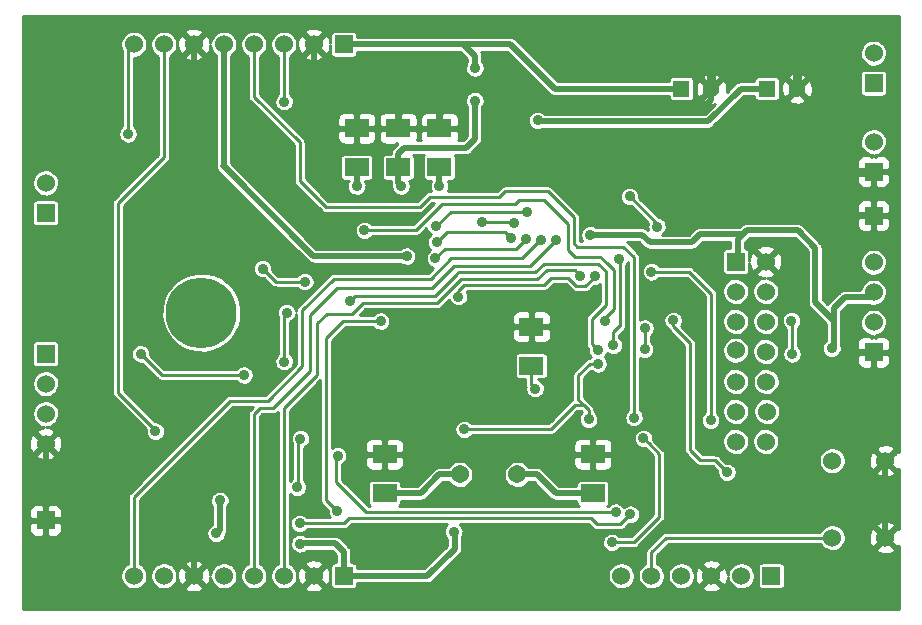
<source format=gbl>
G04 (created by PCBNEW (2013-07-07 BZR 4022)-stable) date 09/12/2014 18:13:01*
%MOIN*%
G04 Gerber Fmt 3.4, Leading zero omitted, Abs format*
%FSLAX34Y34*%
G01*
G70*
G90*
G04 APERTURE LIST*
%ADD10C,0.00590551*%
%ADD11C,0.0606299*%
%ADD12R,0.08X0.06*%
%ADD13C,0.06*%
%ADD14R,0.06X0.06*%
%ADD15R,0.055X0.055*%
%ADD16C,0.055*%
%ADD17C,0.23622*%
%ADD18C,0.035*%
%ADD19C,0.02*%
%ADD20C,0.01*%
%ADD21C,0.03*%
G04 APERTURE END LIST*
G54D10*
G54D11*
X92503Y-53700D03*
X94425Y-53700D03*
G54D12*
X90000Y-53031D03*
X90000Y-54331D03*
X90452Y-43464D03*
X90452Y-42164D03*
X89074Y-43464D03*
X89074Y-42164D03*
X96948Y-53031D03*
X96948Y-54331D03*
G54D10*
G36*
X88945Y-39070D02*
X88945Y-39670D01*
X88345Y-39670D01*
X88345Y-39070D01*
X88945Y-39070D01*
X88945Y-39070D01*
G37*
G54D13*
X87645Y-39370D03*
X86645Y-39370D03*
X85645Y-39370D03*
X84645Y-39370D03*
X83645Y-39370D03*
X82645Y-39370D03*
X81645Y-39370D03*
G54D10*
G36*
X88945Y-56786D02*
X88945Y-57386D01*
X88345Y-57386D01*
X88345Y-56786D01*
X88945Y-56786D01*
X88945Y-56786D01*
G37*
G54D13*
X87645Y-57086D03*
X86645Y-57086D03*
X85645Y-57086D03*
X84645Y-57086D03*
X83645Y-57086D03*
X82645Y-57086D03*
X81645Y-57086D03*
G54D10*
G36*
X101404Y-46306D02*
X102004Y-46306D01*
X102004Y-46906D01*
X101404Y-46906D01*
X101404Y-46306D01*
X101404Y-46306D01*
G37*
G54D13*
X102704Y-46606D03*
X101704Y-47606D03*
X102704Y-47606D03*
X101704Y-48606D03*
X102704Y-48606D03*
X101704Y-49566D03*
X102704Y-49606D03*
X101704Y-50606D03*
X102716Y-50606D03*
X101704Y-51606D03*
X102736Y-51606D03*
X101704Y-52606D03*
X102704Y-52606D03*
G54D14*
X106299Y-49629D03*
G54D13*
X106299Y-48629D03*
X106299Y-47629D03*
X106299Y-46629D03*
G54D14*
X78700Y-44988D03*
G54D13*
X78700Y-43988D03*
G54D14*
X106299Y-43610D03*
G54D13*
X106299Y-42610D03*
G54D14*
X106299Y-40657D03*
G54D13*
X106299Y-39657D03*
G54D14*
X106299Y-45078D03*
X102893Y-57086D03*
G54D13*
X101893Y-57086D03*
X100893Y-57086D03*
X99893Y-57086D03*
X98893Y-57086D03*
X97893Y-57086D03*
X104921Y-55807D03*
X104921Y-53248D03*
X106692Y-55807D03*
X106692Y-53248D03*
G54D15*
X99893Y-40846D03*
G54D16*
X100893Y-40846D03*
G54D15*
X102748Y-40846D03*
G54D16*
X103748Y-40846D03*
G54D14*
X78700Y-49681D03*
G54D13*
X78700Y-50681D03*
X78700Y-51681D03*
X78700Y-52681D03*
G54D17*
X83897Y-48307D03*
G54D14*
X78700Y-55236D03*
G54D12*
X94893Y-50083D03*
X94893Y-48783D03*
X91830Y-43464D03*
X91830Y-42164D03*
G54D18*
X90738Y-46427D03*
X92307Y-55614D03*
X87177Y-56015D03*
X84511Y-54566D03*
X84385Y-55665D03*
X96850Y-45716D03*
X104909Y-49500D03*
X92653Y-52200D03*
X96799Y-51870D03*
X97114Y-50015D03*
X95019Y-50846D03*
X98681Y-48826D03*
X98665Y-49531D03*
X93011Y-40157D03*
X93011Y-41240D03*
X90551Y-44094D03*
X95100Y-41900D03*
X91830Y-44094D03*
X89074Y-44094D03*
X91692Y-46496D03*
X94724Y-45846D03*
X91732Y-45964D03*
X94202Y-45807D03*
X98169Y-44438D03*
X99084Y-45442D03*
X100521Y-48996D03*
X87641Y-54559D03*
X80980Y-55240D03*
X82531Y-55259D03*
X105393Y-47283D03*
X105403Y-48375D03*
X95700Y-50500D03*
X94000Y-43600D03*
X101366Y-55271D03*
X85059Y-56366D03*
X87661Y-51889D03*
X92606Y-50157D03*
X88988Y-52051D03*
X94551Y-50846D03*
X97263Y-50724D03*
X99023Y-51094D03*
X93074Y-47748D03*
X95000Y-47980D03*
X100070Y-48145D03*
X89566Y-40059D03*
X83661Y-40059D03*
X89566Y-41240D03*
X91043Y-41240D03*
X96161Y-39862D03*
X103562Y-48582D03*
X103582Y-49685D03*
X88838Y-47913D03*
X87342Y-47273D03*
X85935Y-46840D03*
X81446Y-42352D03*
X97106Y-49557D03*
X95206Y-45885D03*
X87086Y-54133D03*
X82362Y-52263D03*
X87194Y-52509D03*
X88435Y-53080D03*
X97706Y-54960D03*
X87175Y-55334D03*
X98198Y-55029D03*
X94744Y-44940D03*
X91712Y-45433D03*
X97362Y-48582D03*
X89330Y-45570D03*
X97578Y-55964D03*
X98631Y-52500D03*
X86653Y-41279D03*
X86732Y-48307D03*
X86653Y-49940D03*
X97805Y-46515D03*
X97627Y-49399D03*
X96525Y-47076D03*
X98316Y-51811D03*
X95728Y-45905D03*
X81870Y-49685D03*
X85314Y-50393D03*
X92460Y-47775D03*
X97007Y-47096D03*
X99618Y-48566D03*
X101417Y-53631D03*
X100866Y-51899D03*
X98897Y-46948D03*
X94301Y-45334D03*
X93238Y-45275D03*
X88425Y-54931D03*
X89872Y-48592D03*
G54D19*
X98208Y-45716D02*
X98590Y-45716D01*
X101053Y-45698D02*
X101909Y-45698D01*
X100501Y-45698D02*
X101053Y-45698D01*
X100236Y-45964D02*
X100501Y-45698D01*
X98838Y-45964D02*
X100236Y-45964D01*
X98590Y-45716D02*
X98838Y-45964D01*
X84635Y-43435D02*
X84635Y-39379D01*
X84635Y-39379D02*
X84645Y-39370D01*
X90738Y-46427D02*
X87627Y-46427D01*
X87627Y-46427D02*
X84635Y-43435D01*
X84635Y-43435D02*
X84625Y-43425D01*
X92332Y-56179D02*
X92332Y-55639D01*
X92332Y-55639D02*
X92307Y-55614D01*
G54D20*
X87177Y-56015D02*
X87196Y-55996D01*
G54D19*
X87196Y-55996D02*
X88358Y-55996D01*
X88358Y-55996D02*
X88645Y-56283D01*
X88645Y-56283D02*
X88645Y-57086D01*
X84511Y-54566D02*
X84511Y-55539D01*
X84511Y-55539D02*
X84385Y-55665D01*
X102165Y-45570D02*
X103769Y-45570D01*
X102165Y-45570D02*
X102066Y-45570D01*
X101968Y-45669D02*
X102066Y-45570D01*
X104350Y-47962D02*
X104968Y-48580D01*
X104350Y-46151D02*
X104350Y-47962D01*
X103769Y-45570D02*
X104350Y-46151D01*
X104968Y-48169D02*
X105342Y-47795D01*
X106133Y-47795D02*
X106299Y-47629D01*
X105342Y-47795D02*
X106133Y-47795D01*
X96850Y-45716D02*
X98208Y-45716D01*
X98208Y-45716D02*
X98187Y-45716D01*
G54D20*
X101909Y-45698D02*
X101909Y-45657D01*
X101820Y-45787D02*
X101909Y-45698D01*
X101968Y-45669D02*
X101968Y-45598D01*
X101909Y-45657D02*
X101968Y-45598D01*
X101850Y-45716D02*
X101909Y-45657D01*
G54D19*
X88645Y-39370D02*
X92618Y-39370D01*
G54D20*
X101771Y-45866D02*
X101763Y-45874D01*
X104909Y-49500D02*
X104968Y-49440D01*
G54D19*
X104968Y-49440D02*
X104968Y-48580D01*
X104968Y-48580D02*
X104968Y-48169D01*
X104968Y-48169D02*
X104968Y-48165D01*
X88645Y-57086D02*
X91425Y-57086D01*
X91425Y-57086D02*
X92332Y-56179D01*
X92332Y-56179D02*
X92330Y-56181D01*
G54D20*
X96641Y-51401D02*
X96338Y-51401D01*
X95539Y-52200D02*
X92653Y-52200D01*
X96338Y-51401D02*
X95539Y-52200D01*
X96799Y-51559D02*
X96799Y-51870D01*
X96460Y-51220D02*
X96641Y-51401D01*
X96641Y-51401D02*
X96799Y-51559D01*
X96460Y-50393D02*
X96460Y-51220D01*
X96838Y-50015D02*
X96460Y-50393D01*
X97114Y-50015D02*
X96838Y-50015D01*
X94893Y-50083D02*
X94893Y-50720D01*
X94893Y-50720D02*
X95019Y-50846D01*
X98665Y-49531D02*
X98665Y-48842D01*
X98665Y-48842D02*
X98681Y-48826D01*
X98661Y-49527D02*
X98661Y-49472D01*
X98665Y-49531D02*
X98661Y-49527D01*
G54D19*
X101968Y-45669D02*
X101771Y-45866D01*
X101771Y-46539D02*
X101704Y-46606D01*
X101771Y-45866D02*
X101771Y-46539D01*
X92618Y-42814D02*
X92716Y-42814D01*
X90452Y-43011D02*
X90649Y-42814D01*
X90649Y-42814D02*
X92618Y-42814D01*
X90452Y-43464D02*
X90452Y-43011D01*
X93011Y-39763D02*
X92618Y-39370D01*
X93011Y-40157D02*
X93011Y-39763D01*
X93011Y-42519D02*
X93011Y-41240D01*
X92716Y-42814D02*
X93011Y-42519D01*
X90452Y-43996D02*
X90452Y-43464D01*
X90551Y-44094D02*
X90452Y-43996D01*
X92618Y-39370D02*
X94192Y-39370D01*
X94192Y-39370D02*
X95669Y-40846D01*
X95669Y-40846D02*
X99893Y-40846D01*
X95129Y-41929D02*
X95370Y-41929D01*
X95100Y-41900D02*
X95129Y-41929D01*
X102748Y-40846D02*
X101870Y-40846D01*
X101870Y-40846D02*
X100787Y-41929D01*
X100787Y-41929D02*
X95400Y-41929D01*
X95400Y-41929D02*
X95177Y-41929D01*
X91830Y-44094D02*
X91830Y-43464D01*
X89074Y-44094D02*
X89074Y-43464D01*
G54D20*
X92027Y-46181D02*
X92007Y-46181D01*
X92007Y-46181D02*
X91692Y-46496D01*
X94389Y-46181D02*
X92027Y-46181D01*
X92027Y-46181D02*
X92017Y-46181D01*
X94724Y-45846D02*
X94389Y-46181D01*
X92066Y-45629D02*
X91732Y-45964D01*
X94025Y-45629D02*
X92066Y-45629D01*
X94202Y-45807D02*
X94025Y-45629D01*
X99084Y-45354D02*
X98169Y-44438D01*
X99084Y-45442D02*
X99084Y-45354D01*
G54D19*
X100070Y-48145D02*
X100521Y-48596D01*
X100521Y-48596D02*
X100521Y-48996D01*
X87641Y-53106D02*
X87661Y-53086D01*
X87661Y-53086D02*
X87661Y-51889D01*
X87641Y-54559D02*
X87641Y-53106D01*
X87641Y-53106D02*
X87657Y-53090D01*
X83645Y-56525D02*
X83645Y-56523D01*
X83645Y-56523D02*
X83803Y-56366D01*
X78700Y-55236D02*
X80976Y-55236D01*
X80976Y-55236D02*
X80980Y-55240D01*
G54D20*
X80976Y-55236D02*
X80980Y-55240D01*
G54D19*
X82531Y-55259D02*
X83098Y-55259D01*
G54D20*
X83098Y-55259D02*
X83110Y-55259D01*
G54D19*
X83110Y-55259D02*
X84216Y-56366D01*
X106299Y-49629D02*
X105771Y-49629D01*
X106279Y-45059D02*
X106299Y-45078D01*
X105610Y-45059D02*
X106279Y-45059D01*
X105393Y-45275D02*
X105610Y-45059D01*
X105393Y-45305D02*
X105393Y-45275D01*
X105393Y-47283D02*
X105393Y-45305D01*
X105403Y-49261D02*
X105403Y-48375D01*
X105771Y-49629D02*
X105403Y-49261D01*
X106692Y-54645D02*
X101992Y-54645D01*
X101992Y-54645D02*
X101366Y-55271D01*
G54D20*
X95700Y-50500D02*
X95700Y-49000D01*
X95483Y-48783D02*
X94893Y-48783D01*
X95700Y-49000D02*
X95483Y-48783D01*
G54D19*
X94100Y-40900D02*
X94350Y-40649D01*
X94100Y-43500D02*
X94100Y-40900D01*
X94000Y-43600D02*
X94100Y-43500D01*
G54D20*
X98799Y-52000D02*
X98799Y-51818D01*
X101366Y-55271D02*
X99598Y-53503D01*
X99598Y-53503D02*
X99598Y-52799D01*
X99598Y-52799D02*
X98799Y-52000D01*
G54D19*
X85059Y-56366D02*
X84216Y-56366D01*
X83645Y-56525D02*
X83645Y-57086D01*
X84216Y-56366D02*
X83803Y-56366D01*
G54D20*
X83803Y-56366D02*
X83645Y-56523D01*
X90000Y-53031D02*
X90000Y-52511D01*
X92606Y-51023D02*
X92606Y-50157D01*
X91500Y-52129D02*
X92606Y-51023D01*
X90381Y-52129D02*
X91500Y-52129D01*
X90000Y-52511D02*
X90381Y-52129D01*
X93736Y-49850D02*
X93933Y-49653D01*
X92606Y-50157D02*
X92913Y-49850D01*
X92913Y-49850D02*
X93736Y-49850D01*
X88988Y-52051D02*
X88988Y-52720D01*
X89298Y-53031D02*
X90000Y-53031D01*
X88988Y-52720D02*
X89298Y-53031D01*
X89968Y-53031D02*
X90000Y-53031D01*
X93933Y-48220D02*
X94173Y-47980D01*
X93933Y-50421D02*
X93933Y-49653D01*
X93933Y-49653D02*
X93933Y-48220D01*
X94358Y-50846D02*
X93933Y-50421D01*
X94551Y-50846D02*
X94358Y-50846D01*
X94893Y-48783D02*
X94893Y-48086D01*
X94893Y-48086D02*
X95000Y-47980D01*
X97377Y-52133D02*
X97590Y-52346D01*
X97377Y-50838D02*
X97377Y-52133D01*
X97263Y-50724D02*
X97377Y-50838D01*
X99023Y-51094D02*
X98799Y-51318D01*
X98799Y-51318D02*
X98799Y-51818D01*
X96948Y-52590D02*
X96948Y-53031D01*
X97192Y-52346D02*
X96948Y-52590D01*
X98271Y-52346D02*
X97590Y-52346D01*
X97590Y-52346D02*
X97192Y-52346D01*
X98799Y-51818D02*
X98271Y-52346D01*
X93307Y-47980D02*
X94173Y-47980D01*
X94173Y-47980D02*
X95000Y-47980D01*
X93074Y-47748D02*
X93307Y-47980D01*
X95000Y-47980D02*
X95019Y-48000D01*
X99980Y-48236D02*
X100070Y-48145D01*
G54D19*
X106692Y-55807D02*
X106692Y-54645D01*
X106692Y-54645D02*
X106692Y-53248D01*
X78700Y-55236D02*
X78700Y-52681D01*
X83645Y-39370D02*
X83661Y-39385D01*
X89566Y-40059D02*
X90157Y-40649D01*
X83661Y-39385D02*
X83661Y-40059D01*
X83645Y-39370D02*
X83645Y-39452D01*
X87645Y-39370D02*
X87645Y-39909D01*
X88385Y-40649D02*
X89370Y-40649D01*
X87645Y-39909D02*
X88385Y-40649D01*
X89074Y-42164D02*
X89074Y-40944D01*
X89074Y-40944D02*
X89370Y-40649D01*
X89370Y-40649D02*
X89665Y-40649D01*
X89566Y-41240D02*
X89566Y-40748D01*
X89665Y-40649D02*
X90157Y-40649D01*
X90157Y-40649D02*
X90846Y-40649D01*
X89566Y-40748D02*
X89665Y-40649D01*
X90452Y-42164D02*
X90452Y-41043D01*
X90452Y-41043D02*
X90846Y-40649D01*
X90846Y-40649D02*
X91338Y-40649D01*
X91043Y-41240D02*
X91043Y-40944D01*
X91338Y-40649D02*
X92125Y-40649D01*
X91043Y-40944D02*
X91338Y-40649D01*
X91830Y-42164D02*
X91830Y-40944D01*
X91830Y-40944D02*
X92125Y-40649D01*
X95374Y-41535D02*
X94488Y-40649D01*
X92125Y-40649D02*
X92716Y-40649D01*
X95767Y-41535D02*
X95374Y-41535D01*
X95767Y-41535D02*
X100590Y-41535D01*
X100590Y-41535D02*
X100893Y-41232D01*
X100893Y-41232D02*
X100893Y-40846D01*
X94488Y-40649D02*
X94350Y-40649D01*
X94350Y-40649D02*
X92716Y-40649D01*
X87645Y-39370D02*
X87645Y-39417D01*
G54D21*
X101082Y-39763D02*
X101082Y-39665D01*
G54D19*
X96259Y-39763D02*
X101082Y-39763D01*
G54D21*
X96161Y-39862D02*
X96259Y-39763D01*
X106299Y-43610D02*
X105224Y-43610D01*
X104724Y-40944D02*
X103748Y-39968D01*
X104724Y-43110D02*
X104724Y-40944D01*
X105224Y-43610D02*
X104724Y-43110D01*
X103748Y-40846D02*
X103748Y-39968D01*
X103748Y-39968D02*
X103748Y-39870D01*
X103543Y-39665D02*
X101082Y-39665D01*
X103748Y-39870D02*
X103543Y-39665D01*
X101082Y-39665D02*
X101181Y-39665D01*
X100893Y-39952D02*
X100893Y-40846D01*
X101181Y-39665D02*
X100893Y-39952D01*
G54D20*
X103562Y-48582D02*
X103582Y-48602D01*
X103582Y-48602D02*
X103582Y-49685D01*
X96909Y-49360D02*
X96909Y-48513D01*
X96948Y-46673D02*
X96761Y-46673D01*
X92411Y-47017D02*
X91683Y-47746D01*
X91683Y-47746D02*
X89005Y-47746D01*
X89005Y-47746D02*
X88838Y-47913D01*
X87342Y-47273D02*
X86368Y-47273D01*
X86368Y-47273D02*
X85935Y-46840D01*
X81446Y-42352D02*
X81446Y-39568D01*
X81645Y-39370D02*
X81446Y-39568D01*
X92457Y-46971D02*
X92411Y-47017D01*
X95006Y-46971D02*
X92457Y-46971D01*
X95305Y-46673D02*
X95006Y-46971D01*
X96761Y-46673D02*
X95305Y-46673D01*
X96909Y-49360D02*
X97106Y-49557D01*
X97125Y-46673D02*
X96948Y-46673D01*
X97381Y-46929D02*
X97125Y-46673D01*
X97381Y-48041D02*
X97381Y-46929D01*
X96909Y-48513D02*
X97381Y-48041D01*
X97106Y-49557D02*
X97106Y-49547D01*
X81645Y-57086D02*
X81645Y-54456D01*
X95177Y-45885D02*
X94566Y-46496D01*
X94566Y-46496D02*
X92214Y-46496D01*
X92214Y-46496D02*
X91535Y-47175D01*
X91535Y-47175D02*
X88307Y-47175D01*
X88307Y-47175D02*
X87253Y-48228D01*
X87253Y-48228D02*
X87253Y-50098D01*
X87253Y-50098D02*
X86112Y-51240D01*
X95206Y-45885D02*
X95177Y-45885D01*
X85216Y-51240D02*
X86112Y-51240D01*
X84862Y-51240D02*
X85216Y-51240D01*
X81645Y-54456D02*
X84862Y-51240D01*
X104921Y-55807D02*
X99716Y-55807D01*
X98893Y-56303D02*
X98893Y-57086D01*
X99389Y-55807D02*
X98893Y-56303D01*
X99716Y-55807D02*
X99389Y-55807D01*
G54D19*
X92503Y-53700D02*
X91830Y-53700D01*
X91200Y-54331D02*
X90000Y-54331D01*
X91830Y-53700D02*
X91200Y-54331D01*
X94425Y-53700D02*
X95068Y-53700D01*
X95699Y-54331D02*
X96948Y-54331D01*
X95068Y-53700D02*
X95699Y-54331D01*
G54D20*
X87106Y-54114D02*
X87106Y-52893D01*
X87086Y-54133D02*
X87106Y-54114D01*
X81112Y-50974D02*
X82362Y-52224D01*
X81112Y-50974D02*
X81112Y-44665D01*
X81112Y-44665D02*
X82645Y-43131D01*
X82645Y-39370D02*
X82645Y-43131D01*
X82362Y-52224D02*
X82362Y-52263D01*
X87106Y-52893D02*
X87106Y-52598D01*
X87106Y-52598D02*
X87194Y-52509D01*
X88385Y-53129D02*
X88435Y-53080D01*
X88385Y-53956D02*
X88385Y-53129D01*
X89389Y-54960D02*
X88385Y-53956D01*
X97706Y-54960D02*
X89389Y-54960D01*
X87106Y-52874D02*
X87106Y-52893D01*
X88651Y-55334D02*
X87175Y-55334D01*
X88818Y-55167D02*
X88651Y-55334D01*
X96879Y-55167D02*
X88818Y-55167D01*
X97076Y-55364D02*
X96879Y-55167D01*
X97864Y-55364D02*
X97076Y-55364D01*
X98198Y-55029D02*
X97864Y-55364D01*
X92204Y-44940D02*
X94744Y-44940D01*
X91712Y-45433D02*
X92204Y-44940D01*
X97401Y-46653D02*
X97196Y-46448D01*
X97362Y-48474D02*
X97634Y-48201D01*
X97634Y-48201D02*
X97634Y-46886D01*
X97634Y-46886D02*
X97401Y-46653D01*
X90688Y-45570D02*
X91033Y-45570D01*
X94350Y-44704D02*
X94498Y-44557D01*
X91899Y-44704D02*
X94350Y-44704D01*
X91033Y-45570D02*
X91899Y-44704D01*
X97362Y-48582D02*
X97362Y-48474D01*
X95320Y-44557D02*
X94498Y-44557D01*
X96110Y-45346D02*
X95320Y-44557D01*
X96110Y-46220D02*
X96110Y-45346D01*
X96338Y-46448D02*
X96110Y-46220D01*
X97196Y-46448D02*
X96338Y-46448D01*
X89330Y-45570D02*
X90688Y-45570D01*
X90688Y-45570D02*
X90728Y-45570D01*
X97578Y-55964D02*
X98307Y-55964D01*
X98799Y-52667D02*
X98631Y-52500D01*
X99153Y-53021D02*
X98799Y-52667D01*
X99153Y-55118D02*
X99153Y-53021D01*
X98307Y-55964D02*
X99153Y-55118D01*
X86645Y-41271D02*
X86653Y-41279D01*
X86732Y-48307D02*
X86653Y-48385D01*
X86653Y-48385D02*
X86653Y-49940D01*
X86645Y-39370D02*
X86645Y-41271D01*
X97834Y-46545D02*
X97805Y-46515D01*
X97627Y-49399D02*
X97627Y-48966D01*
X97824Y-48769D02*
X97834Y-48769D01*
X97627Y-48966D02*
X97824Y-48769D01*
X97834Y-48769D02*
X97834Y-46545D01*
X86645Y-51494D02*
X86645Y-57086D01*
X87755Y-50383D02*
X86645Y-51494D01*
X87755Y-48671D02*
X87755Y-50383D01*
X88070Y-48356D02*
X87755Y-48671D01*
X88927Y-48356D02*
X88070Y-48356D01*
X89281Y-48001D02*
X88927Y-48356D01*
X91742Y-48001D02*
X89281Y-48001D01*
X92539Y-47204D02*
X91742Y-48001D01*
X95088Y-47204D02*
X92539Y-47204D01*
X95403Y-46889D02*
X95088Y-47204D01*
X96338Y-46889D02*
X95403Y-46889D01*
X96525Y-47076D02*
X96338Y-46889D01*
X91171Y-44793D02*
X88041Y-44793D01*
X95771Y-44594D02*
X95444Y-44267D01*
X95444Y-44267D02*
X94009Y-44267D01*
X98316Y-51811D02*
X98316Y-46470D01*
X95771Y-44594D02*
X95771Y-44590D01*
X96310Y-45133D02*
X95771Y-44594D01*
X96310Y-45995D02*
X96310Y-45133D01*
X96429Y-46114D02*
X96310Y-45995D01*
X97960Y-46114D02*
X96429Y-46114D01*
X98316Y-46470D02*
X97960Y-46114D01*
X85645Y-41118D02*
X85645Y-39370D01*
X94009Y-44267D02*
X93818Y-44458D01*
X93818Y-44458D02*
X91505Y-44458D01*
X91505Y-44458D02*
X91171Y-44793D01*
X88041Y-44793D02*
X87165Y-43917D01*
X87165Y-43917D02*
X87165Y-42637D01*
X87165Y-42637D02*
X85645Y-41118D01*
X94015Y-44261D02*
X94009Y-44267D01*
X95728Y-45905D02*
X94862Y-46771D01*
X85645Y-51696D02*
X85645Y-57086D01*
X85836Y-51505D02*
X85645Y-51696D01*
X86279Y-51505D02*
X85836Y-51505D01*
X87519Y-50265D02*
X86279Y-51505D01*
X87519Y-48385D02*
X87519Y-50265D01*
X88415Y-47490D02*
X87519Y-48385D01*
X91584Y-47490D02*
X88415Y-47490D01*
X92303Y-46771D02*
X91584Y-47490D01*
X92381Y-46771D02*
X92303Y-46771D01*
X94862Y-46771D02*
X92381Y-46771D01*
X82578Y-50393D02*
X81870Y-49685D01*
X85314Y-50393D02*
X82578Y-50393D01*
X97007Y-47096D02*
X97007Y-47116D01*
X95301Y-47404D02*
X95551Y-47155D01*
X95551Y-47155D02*
X96122Y-47155D01*
X92650Y-47404D02*
X95301Y-47404D01*
X92460Y-47594D02*
X92650Y-47404D01*
X92460Y-47775D02*
X92460Y-47594D01*
X96397Y-47431D02*
X96122Y-47155D01*
X96692Y-47431D02*
X96397Y-47431D01*
X97007Y-47116D02*
X96692Y-47431D01*
X100187Y-49405D02*
X100187Y-49332D01*
X99618Y-48763D02*
X99618Y-48566D01*
X100187Y-49332D02*
X99618Y-48763D01*
X101417Y-53631D02*
X101023Y-53238D01*
X101023Y-53238D02*
X100531Y-53238D01*
X100531Y-53238D02*
X100187Y-52893D01*
X100187Y-52893D02*
X100187Y-49405D01*
X100187Y-49405D02*
X100187Y-49370D01*
X100866Y-51899D02*
X100885Y-51879D01*
X100885Y-51879D02*
X100885Y-47677D01*
X100885Y-47677D02*
X100157Y-46948D01*
X100157Y-46948D02*
X98897Y-46948D01*
X94301Y-45334D02*
X94242Y-45275D01*
X94242Y-45275D02*
X93238Y-45275D01*
X88425Y-54931D02*
X88061Y-54566D01*
X88061Y-54566D02*
X88061Y-49163D01*
X88061Y-49163D02*
X88631Y-48592D01*
X88631Y-48592D02*
X89872Y-48592D01*
G54D10*
G36*
X107153Y-58176D02*
X107002Y-58176D01*
X107002Y-56187D01*
X106692Y-55877D01*
X106622Y-55948D01*
X106622Y-55807D01*
X106312Y-55497D01*
X106218Y-55524D01*
X106172Y-55621D01*
X106146Y-55726D01*
X106140Y-55833D01*
X106156Y-55940D01*
X106192Y-56042D01*
X106218Y-56090D01*
X106312Y-56116D01*
X106622Y-55807D01*
X106622Y-55948D01*
X106383Y-56187D01*
X106409Y-56281D01*
X106507Y-56327D01*
X106612Y-56353D01*
X106719Y-56359D01*
X106826Y-56343D01*
X106928Y-56307D01*
X106975Y-56281D01*
X107002Y-56187D01*
X107002Y-58176D01*
X105371Y-58176D01*
X105371Y-55762D01*
X105371Y-53203D01*
X105354Y-53117D01*
X105320Y-53035D01*
X105271Y-52962D01*
X105209Y-52899D01*
X105136Y-52850D01*
X105054Y-52816D01*
X104968Y-52798D01*
X104880Y-52797D01*
X104793Y-52814D01*
X104711Y-52847D01*
X104637Y-52895D01*
X104574Y-52957D01*
X104525Y-53030D01*
X104490Y-53111D01*
X104471Y-53197D01*
X104470Y-53285D01*
X104486Y-53372D01*
X104519Y-53454D01*
X104566Y-53528D01*
X104628Y-53592D01*
X104700Y-53642D01*
X104781Y-53678D01*
X104867Y-53697D01*
X104955Y-53698D01*
X105042Y-53683D01*
X105125Y-53651D01*
X105199Y-53604D01*
X105263Y-53543D01*
X105314Y-53471D01*
X105350Y-53390D01*
X105369Y-53304D01*
X105371Y-53203D01*
X105371Y-55762D01*
X105354Y-55676D01*
X105320Y-55594D01*
X105271Y-55521D01*
X105209Y-55458D01*
X105136Y-55409D01*
X105054Y-55375D01*
X104968Y-55357D01*
X104880Y-55356D01*
X104793Y-55373D01*
X104711Y-55406D01*
X104637Y-55454D01*
X104574Y-55516D01*
X104525Y-55589D01*
X104517Y-55607D01*
X103907Y-55607D01*
X103907Y-49653D01*
X103895Y-49590D01*
X103871Y-49531D01*
X103835Y-49478D01*
X103790Y-49433D01*
X103782Y-49427D01*
X103782Y-48822D01*
X103810Y-48796D01*
X103846Y-48743D01*
X103872Y-48685D01*
X103886Y-48623D01*
X103888Y-48550D01*
X103875Y-48488D01*
X103851Y-48429D01*
X103816Y-48376D01*
X103771Y-48331D01*
X103718Y-48295D01*
X103659Y-48270D01*
X103597Y-48257D01*
X103533Y-48257D01*
X103470Y-48269D01*
X103411Y-48293D01*
X103358Y-48328D01*
X103312Y-48372D01*
X103276Y-48425D01*
X103256Y-48472D01*
X103256Y-46579D01*
X103240Y-46472D01*
X103204Y-46371D01*
X103179Y-46323D01*
X103084Y-46296D01*
X103014Y-46367D01*
X103014Y-46226D01*
X102987Y-46131D01*
X102890Y-46085D01*
X102785Y-46059D01*
X102677Y-46054D01*
X102571Y-46070D01*
X102469Y-46106D01*
X102421Y-46131D01*
X102395Y-46226D01*
X102704Y-46535D01*
X103014Y-46226D01*
X103014Y-46367D01*
X102775Y-46606D01*
X103084Y-46915D01*
X103179Y-46889D01*
X103225Y-46791D01*
X103251Y-46687D01*
X103256Y-46579D01*
X103256Y-48472D01*
X103251Y-48483D01*
X103238Y-48546D01*
X103237Y-48610D01*
X103249Y-48672D01*
X103272Y-48731D01*
X103307Y-48785D01*
X103351Y-48831D01*
X103382Y-48853D01*
X103382Y-49427D01*
X103378Y-49430D01*
X103332Y-49475D01*
X103296Y-49527D01*
X103271Y-49586D01*
X103258Y-49648D01*
X103257Y-49712D01*
X103268Y-49775D01*
X103292Y-49834D01*
X103326Y-49887D01*
X103371Y-49933D01*
X103423Y-49970D01*
X103481Y-49995D01*
X103544Y-50009D01*
X103607Y-50010D01*
X103670Y-49999D01*
X103729Y-49976D01*
X103783Y-49942D01*
X103829Y-49898D01*
X103866Y-49846D01*
X103892Y-49788D01*
X103906Y-49725D01*
X103907Y-49653D01*
X103907Y-55607D01*
X103186Y-55607D01*
X103186Y-51562D01*
X103169Y-51475D01*
X103166Y-51469D01*
X103166Y-50562D01*
X103154Y-50502D01*
X103154Y-49562D01*
X103154Y-48562D01*
X103154Y-47562D01*
X103137Y-47475D01*
X103103Y-47394D01*
X103055Y-47320D01*
X102992Y-47257D01*
X102919Y-47208D01*
X102838Y-47174D01*
X102751Y-47156D01*
X102743Y-47156D01*
X102838Y-47142D01*
X102939Y-47106D01*
X102987Y-47080D01*
X103014Y-46986D01*
X102704Y-46677D01*
X102395Y-46986D01*
X102421Y-47080D01*
X102519Y-47126D01*
X102623Y-47153D01*
X102687Y-47156D01*
X102663Y-47155D01*
X102577Y-47172D01*
X102495Y-47205D01*
X102421Y-47253D01*
X102358Y-47315D01*
X102308Y-47388D01*
X102273Y-47469D01*
X102255Y-47555D01*
X102254Y-47644D01*
X102270Y-47730D01*
X102302Y-47812D01*
X102350Y-47887D01*
X102411Y-47950D01*
X102484Y-48001D01*
X102564Y-48036D01*
X102651Y-48055D01*
X102739Y-48057D01*
X102826Y-48041D01*
X102908Y-48009D01*
X102983Y-47962D01*
X103047Y-47901D01*
X103097Y-47829D01*
X103133Y-47749D01*
X103153Y-47662D01*
X103154Y-47562D01*
X103154Y-48562D01*
X103137Y-48475D01*
X103103Y-48394D01*
X103055Y-48320D01*
X102992Y-48257D01*
X102919Y-48208D01*
X102838Y-48174D01*
X102751Y-48156D01*
X102663Y-48155D01*
X102577Y-48172D01*
X102495Y-48205D01*
X102421Y-48253D01*
X102358Y-48315D01*
X102308Y-48388D01*
X102273Y-48469D01*
X102255Y-48555D01*
X102254Y-48644D01*
X102270Y-48730D01*
X102302Y-48812D01*
X102350Y-48887D01*
X102411Y-48950D01*
X102484Y-49001D01*
X102564Y-49036D01*
X102651Y-49055D01*
X102739Y-49057D01*
X102826Y-49041D01*
X102908Y-49009D01*
X102983Y-48962D01*
X103047Y-48901D01*
X103097Y-48829D01*
X103133Y-48749D01*
X103153Y-48662D01*
X103154Y-48562D01*
X103154Y-49562D01*
X103137Y-49475D01*
X103103Y-49394D01*
X103055Y-49320D01*
X102992Y-49257D01*
X102919Y-49208D01*
X102838Y-49174D01*
X102751Y-49156D01*
X102663Y-49155D01*
X102577Y-49172D01*
X102495Y-49205D01*
X102421Y-49253D01*
X102358Y-49315D01*
X102308Y-49388D01*
X102273Y-49469D01*
X102255Y-49555D01*
X102254Y-49644D01*
X102270Y-49730D01*
X102302Y-49812D01*
X102350Y-49887D01*
X102411Y-49950D01*
X102484Y-50001D01*
X102564Y-50036D01*
X102651Y-50055D01*
X102739Y-50057D01*
X102826Y-50041D01*
X102908Y-50009D01*
X102983Y-49962D01*
X103047Y-49901D01*
X103097Y-49829D01*
X103133Y-49749D01*
X103153Y-49662D01*
X103154Y-49562D01*
X103154Y-50502D01*
X103149Y-50475D01*
X103115Y-50394D01*
X103066Y-50320D01*
X103004Y-50257D01*
X102931Y-50208D01*
X102850Y-50174D01*
X102763Y-50156D01*
X102675Y-50155D01*
X102588Y-50172D01*
X102507Y-50205D01*
X102433Y-50253D01*
X102370Y-50315D01*
X102320Y-50388D01*
X102285Y-50469D01*
X102267Y-50555D01*
X102265Y-50644D01*
X102281Y-50730D01*
X102314Y-50812D01*
X102362Y-50887D01*
X102423Y-50950D01*
X102495Y-51001D01*
X102576Y-51036D01*
X102662Y-51055D01*
X102751Y-51057D01*
X102838Y-51041D01*
X102920Y-51009D01*
X102994Y-50962D01*
X103058Y-50901D01*
X103109Y-50829D01*
X103145Y-50749D01*
X103165Y-50662D01*
X103166Y-50562D01*
X103166Y-51469D01*
X103135Y-51394D01*
X103086Y-51320D01*
X103024Y-51257D01*
X102951Y-51208D01*
X102869Y-51174D01*
X102783Y-51156D01*
X102695Y-51155D01*
X102608Y-51172D01*
X102526Y-51205D01*
X102452Y-51253D01*
X102389Y-51315D01*
X102339Y-51388D01*
X102305Y-51469D01*
X102286Y-51555D01*
X102285Y-51644D01*
X102301Y-51730D01*
X102334Y-51812D01*
X102381Y-51887D01*
X102443Y-51950D01*
X102515Y-52001D01*
X102596Y-52036D01*
X102682Y-52055D01*
X102770Y-52057D01*
X102857Y-52041D01*
X102940Y-52009D01*
X103014Y-51962D01*
X103078Y-51901D01*
X103129Y-51829D01*
X103165Y-51749D01*
X103184Y-51662D01*
X103186Y-51562D01*
X103186Y-55607D01*
X103154Y-55607D01*
X103154Y-52562D01*
X103137Y-52475D01*
X103103Y-52394D01*
X103055Y-52320D01*
X102992Y-52257D01*
X102919Y-52208D01*
X102838Y-52174D01*
X102751Y-52156D01*
X102663Y-52155D01*
X102577Y-52172D01*
X102495Y-52205D01*
X102421Y-52253D01*
X102358Y-52315D01*
X102308Y-52388D01*
X102273Y-52469D01*
X102255Y-52555D01*
X102254Y-52644D01*
X102270Y-52730D01*
X102302Y-52812D01*
X102350Y-52887D01*
X102411Y-52950D01*
X102484Y-53001D01*
X102564Y-53036D01*
X102651Y-53055D01*
X102739Y-53057D01*
X102826Y-53041D01*
X102908Y-53009D01*
X102983Y-52962D01*
X103047Y-52901D01*
X103097Y-52829D01*
X103133Y-52749D01*
X103153Y-52662D01*
X103154Y-52562D01*
X103154Y-55607D01*
X102154Y-55607D01*
X102154Y-52562D01*
X102154Y-51562D01*
X102154Y-50562D01*
X102154Y-49522D01*
X102154Y-48562D01*
X102154Y-47562D01*
X102137Y-47475D01*
X102103Y-47394D01*
X102055Y-47320D01*
X101992Y-47257D01*
X101919Y-47208D01*
X101838Y-47174D01*
X101751Y-47156D01*
X101663Y-47155D01*
X101577Y-47172D01*
X101495Y-47205D01*
X101421Y-47253D01*
X101358Y-47315D01*
X101308Y-47388D01*
X101273Y-47469D01*
X101255Y-47555D01*
X101254Y-47644D01*
X101270Y-47730D01*
X101302Y-47812D01*
X101350Y-47887D01*
X101411Y-47950D01*
X101484Y-48001D01*
X101564Y-48036D01*
X101651Y-48055D01*
X101739Y-48057D01*
X101826Y-48041D01*
X101908Y-48009D01*
X101983Y-47962D01*
X102047Y-47901D01*
X102097Y-47829D01*
X102133Y-47749D01*
X102153Y-47662D01*
X102154Y-47562D01*
X102154Y-48562D01*
X102137Y-48475D01*
X102103Y-48394D01*
X102055Y-48320D01*
X101992Y-48257D01*
X101919Y-48208D01*
X101838Y-48174D01*
X101751Y-48156D01*
X101663Y-48155D01*
X101577Y-48172D01*
X101495Y-48205D01*
X101421Y-48253D01*
X101358Y-48315D01*
X101308Y-48388D01*
X101273Y-48469D01*
X101255Y-48555D01*
X101254Y-48644D01*
X101270Y-48730D01*
X101302Y-48812D01*
X101350Y-48887D01*
X101411Y-48950D01*
X101484Y-49001D01*
X101564Y-49036D01*
X101651Y-49055D01*
X101739Y-49057D01*
X101826Y-49041D01*
X101908Y-49009D01*
X101983Y-48962D01*
X102047Y-48901D01*
X102097Y-48829D01*
X102133Y-48749D01*
X102153Y-48662D01*
X102154Y-48562D01*
X102154Y-49522D01*
X102137Y-49436D01*
X102103Y-49354D01*
X102055Y-49281D01*
X101992Y-49218D01*
X101919Y-49169D01*
X101838Y-49134D01*
X101751Y-49117D01*
X101663Y-49116D01*
X101577Y-49133D01*
X101495Y-49166D01*
X101421Y-49214D01*
X101358Y-49276D01*
X101308Y-49349D01*
X101273Y-49430D01*
X101255Y-49516D01*
X101254Y-49604D01*
X101270Y-49691D01*
X101302Y-49773D01*
X101350Y-49847D01*
X101411Y-49911D01*
X101484Y-49961D01*
X101564Y-49996D01*
X101651Y-50015D01*
X101739Y-50017D01*
X101826Y-50002D01*
X101908Y-49970D01*
X101983Y-49923D01*
X102047Y-49862D01*
X102097Y-49790D01*
X102133Y-49709D01*
X102153Y-49623D01*
X102154Y-49522D01*
X102154Y-50562D01*
X102137Y-50475D01*
X102103Y-50394D01*
X102055Y-50320D01*
X101992Y-50257D01*
X101919Y-50208D01*
X101838Y-50174D01*
X101751Y-50156D01*
X101663Y-50155D01*
X101577Y-50172D01*
X101495Y-50205D01*
X101421Y-50253D01*
X101358Y-50315D01*
X101308Y-50388D01*
X101273Y-50469D01*
X101255Y-50555D01*
X101254Y-50644D01*
X101270Y-50730D01*
X101302Y-50812D01*
X101350Y-50887D01*
X101411Y-50950D01*
X101484Y-51001D01*
X101564Y-51036D01*
X101651Y-51055D01*
X101739Y-51057D01*
X101826Y-51041D01*
X101908Y-51009D01*
X101983Y-50962D01*
X102047Y-50901D01*
X102097Y-50829D01*
X102133Y-50749D01*
X102153Y-50662D01*
X102154Y-50562D01*
X102154Y-51562D01*
X102137Y-51475D01*
X102103Y-51394D01*
X102055Y-51320D01*
X101992Y-51257D01*
X101919Y-51208D01*
X101838Y-51174D01*
X101751Y-51156D01*
X101663Y-51155D01*
X101577Y-51172D01*
X101495Y-51205D01*
X101421Y-51253D01*
X101358Y-51315D01*
X101308Y-51388D01*
X101273Y-51469D01*
X101255Y-51555D01*
X101254Y-51644D01*
X101270Y-51730D01*
X101302Y-51812D01*
X101350Y-51887D01*
X101411Y-51950D01*
X101484Y-52001D01*
X101564Y-52036D01*
X101651Y-52055D01*
X101739Y-52057D01*
X101826Y-52041D01*
X101908Y-52009D01*
X101983Y-51962D01*
X102047Y-51901D01*
X102097Y-51829D01*
X102133Y-51749D01*
X102153Y-51662D01*
X102154Y-51562D01*
X102154Y-52562D01*
X102137Y-52475D01*
X102103Y-52394D01*
X102055Y-52320D01*
X101992Y-52257D01*
X101919Y-52208D01*
X101838Y-52174D01*
X101751Y-52156D01*
X101663Y-52155D01*
X101577Y-52172D01*
X101495Y-52205D01*
X101421Y-52253D01*
X101358Y-52315D01*
X101308Y-52388D01*
X101273Y-52469D01*
X101255Y-52555D01*
X101254Y-52644D01*
X101270Y-52730D01*
X101302Y-52812D01*
X101350Y-52887D01*
X101411Y-52950D01*
X101484Y-53001D01*
X101564Y-53036D01*
X101651Y-53055D01*
X101739Y-53057D01*
X101826Y-53041D01*
X101908Y-53009D01*
X101983Y-52962D01*
X102047Y-52901D01*
X102097Y-52829D01*
X102133Y-52749D01*
X102153Y-52662D01*
X102154Y-52562D01*
X102154Y-55607D01*
X101742Y-55607D01*
X101742Y-53600D01*
X101729Y-53537D01*
X101705Y-53478D01*
X101670Y-53425D01*
X101625Y-53380D01*
X101572Y-53344D01*
X101513Y-53319D01*
X101451Y-53307D01*
X101387Y-53306D01*
X101376Y-53308D01*
X101191Y-53122D01*
X101191Y-51867D01*
X101178Y-51805D01*
X101154Y-51746D01*
X101119Y-51693D01*
X101085Y-51659D01*
X101085Y-47677D01*
X101084Y-47658D01*
X101082Y-47640D01*
X101082Y-47639D01*
X101082Y-47638D01*
X101076Y-47620D01*
X101071Y-47602D01*
X101071Y-47601D01*
X101070Y-47600D01*
X101062Y-47584D01*
X101053Y-47568D01*
X101052Y-47567D01*
X101052Y-47566D01*
X101040Y-47552D01*
X101029Y-47537D01*
X101027Y-47536D01*
X101027Y-47536D01*
X101027Y-47536D01*
X101027Y-47535D01*
X100298Y-46807D01*
X100284Y-46795D01*
X100270Y-46783D01*
X100269Y-46783D01*
X100268Y-46782D01*
X100252Y-46773D01*
X100236Y-46764D01*
X100235Y-46764D01*
X100234Y-46764D01*
X100216Y-46758D01*
X100199Y-46753D01*
X100198Y-46753D01*
X100197Y-46752D01*
X100178Y-46750D01*
X100160Y-46748D01*
X100158Y-46748D01*
X100158Y-46748D01*
X100158Y-46748D01*
X100157Y-46748D01*
X99154Y-46748D01*
X99150Y-46742D01*
X99105Y-46697D01*
X99052Y-46661D01*
X98994Y-46636D01*
X98931Y-46624D01*
X98868Y-46623D01*
X98805Y-46635D01*
X98746Y-46659D01*
X98693Y-46694D01*
X98647Y-46738D01*
X98611Y-46791D01*
X98586Y-46850D01*
X98573Y-46912D01*
X98572Y-46976D01*
X98583Y-47038D01*
X98607Y-47098D01*
X98641Y-47151D01*
X98685Y-47197D01*
X98738Y-47233D01*
X98796Y-47259D01*
X98858Y-47273D01*
X98922Y-47274D01*
X98985Y-47263D01*
X99044Y-47240D01*
X99098Y-47206D01*
X99144Y-47162D01*
X99154Y-47148D01*
X100074Y-47148D01*
X100685Y-47760D01*
X100685Y-51629D01*
X100661Y-51645D01*
X100615Y-51689D01*
X100579Y-51742D01*
X100554Y-51800D01*
X100541Y-51863D01*
X100540Y-51926D01*
X100552Y-51989D01*
X100575Y-52048D01*
X100610Y-52102D01*
X100654Y-52148D01*
X100706Y-52184D01*
X100765Y-52210D01*
X100827Y-52223D01*
X100891Y-52225D01*
X100953Y-52214D01*
X101013Y-52191D01*
X101067Y-52156D01*
X101113Y-52112D01*
X101150Y-52060D01*
X101176Y-52002D01*
X101190Y-51940D01*
X101191Y-51867D01*
X101191Y-53122D01*
X101165Y-53096D01*
X101150Y-53085D01*
X101136Y-53073D01*
X101135Y-53072D01*
X101134Y-53071D01*
X101118Y-53063D01*
X101102Y-53054D01*
X101101Y-53054D01*
X101100Y-53053D01*
X101082Y-53048D01*
X101065Y-53042D01*
X101064Y-53042D01*
X101063Y-53042D01*
X101044Y-53040D01*
X101026Y-53038D01*
X101024Y-53038D01*
X101024Y-53038D01*
X101024Y-53038D01*
X101023Y-53038D01*
X100614Y-53038D01*
X100387Y-52810D01*
X100387Y-49405D01*
X100387Y-49370D01*
X100387Y-49332D01*
X100385Y-49314D01*
X100383Y-49295D01*
X100383Y-49294D01*
X100383Y-49293D01*
X100377Y-49276D01*
X100372Y-49258D01*
X100372Y-49257D01*
X100371Y-49256D01*
X100363Y-49240D01*
X100354Y-49223D01*
X100354Y-49222D01*
X100353Y-49221D01*
X100341Y-49207D01*
X100330Y-49193D01*
X100328Y-49191D01*
X100328Y-49191D01*
X100328Y-49191D01*
X100328Y-49191D01*
X99886Y-48749D01*
X99902Y-48728D01*
X99927Y-48670D01*
X99942Y-48607D01*
X99943Y-48535D01*
X99930Y-48472D01*
X99906Y-48413D01*
X99871Y-48360D01*
X99826Y-48315D01*
X99773Y-48279D01*
X99714Y-48254D01*
X99652Y-48242D01*
X99588Y-48241D01*
X99525Y-48253D01*
X99466Y-48277D01*
X99413Y-48312D01*
X99367Y-48357D01*
X99331Y-48409D01*
X99306Y-48468D01*
X99293Y-48530D01*
X99292Y-48594D01*
X99304Y-48656D01*
X99327Y-48716D01*
X99362Y-48769D01*
X99406Y-48815D01*
X99430Y-48832D01*
X99432Y-48838D01*
X99432Y-48838D01*
X99433Y-48839D01*
X99441Y-48856D01*
X99450Y-48872D01*
X99451Y-48873D01*
X99451Y-48874D01*
X99463Y-48888D01*
X99474Y-48903D01*
X99476Y-48904D01*
X99476Y-48904D01*
X99476Y-48904D01*
X99476Y-48905D01*
X99987Y-49415D01*
X99987Y-52893D01*
X99988Y-52912D01*
X99990Y-52930D01*
X99990Y-52931D01*
X99990Y-52932D01*
X99996Y-52950D01*
X100001Y-52967D01*
X100001Y-52968D01*
X100002Y-52969D01*
X100010Y-52986D01*
X100019Y-53002D01*
X100019Y-53003D01*
X100020Y-53004D01*
X100032Y-53018D01*
X100043Y-53033D01*
X100045Y-53034D01*
X100045Y-53034D01*
X100045Y-53034D01*
X100045Y-53035D01*
X100390Y-53379D01*
X100404Y-53391D01*
X100418Y-53403D01*
X100419Y-53403D01*
X100420Y-53404D01*
X100436Y-53413D01*
X100452Y-53422D01*
X100453Y-53422D01*
X100454Y-53422D01*
X100472Y-53428D01*
X100489Y-53433D01*
X100490Y-53433D01*
X100491Y-53434D01*
X100510Y-53436D01*
X100528Y-53438D01*
X100530Y-53438D01*
X100530Y-53438D01*
X100530Y-53438D01*
X100531Y-53438D01*
X100940Y-53438D01*
X101093Y-53591D01*
X101092Y-53595D01*
X101091Y-53659D01*
X101103Y-53721D01*
X101126Y-53781D01*
X101161Y-53834D01*
X101205Y-53880D01*
X101258Y-53916D01*
X101316Y-53942D01*
X101378Y-53956D01*
X101442Y-53957D01*
X101505Y-53946D01*
X101564Y-53923D01*
X101618Y-53889D01*
X101664Y-53845D01*
X101701Y-53793D01*
X101727Y-53734D01*
X101741Y-53672D01*
X101742Y-53600D01*
X101742Y-55607D01*
X99716Y-55607D01*
X99389Y-55607D01*
X99371Y-55608D01*
X99353Y-55610D01*
X99353Y-55118D01*
X99353Y-53021D01*
X99351Y-53003D01*
X99350Y-52984D01*
X99349Y-52983D01*
X99349Y-52982D01*
X99344Y-52965D01*
X99339Y-52947D01*
X99338Y-52946D01*
X99338Y-52945D01*
X99329Y-52929D01*
X99321Y-52912D01*
X99320Y-52911D01*
X99320Y-52910D01*
X99308Y-52896D01*
X99296Y-52882D01*
X99295Y-52880D01*
X99295Y-52880D01*
X99295Y-52880D01*
X99294Y-52880D01*
X98955Y-52541D01*
X98955Y-52540D01*
X98956Y-52468D01*
X98944Y-52405D01*
X98920Y-52346D01*
X98884Y-52293D01*
X98840Y-52248D01*
X98787Y-52212D01*
X98728Y-52188D01*
X98666Y-52175D01*
X98602Y-52174D01*
X98539Y-52186D01*
X98480Y-52210D01*
X98427Y-52245D01*
X98381Y-52290D01*
X98345Y-52342D01*
X98320Y-52401D01*
X98307Y-52463D01*
X98306Y-52527D01*
X98317Y-52590D01*
X98341Y-52649D01*
X98375Y-52702D01*
X98420Y-52748D01*
X98472Y-52785D01*
X98530Y-52810D01*
X98593Y-52824D01*
X98656Y-52825D01*
X98672Y-52822D01*
X98953Y-53104D01*
X98953Y-55035D01*
X98224Y-55764D01*
X97836Y-55764D01*
X97831Y-55758D01*
X97786Y-55712D01*
X97734Y-55677D01*
X97675Y-55652D01*
X97612Y-55639D01*
X97549Y-55639D01*
X97486Y-55651D01*
X97427Y-55675D01*
X97374Y-55710D01*
X97328Y-55754D01*
X97292Y-55807D01*
X97267Y-55865D01*
X97254Y-55928D01*
X97253Y-55991D01*
X97264Y-56054D01*
X97288Y-56113D01*
X97322Y-56167D01*
X97367Y-56213D01*
X97419Y-56249D01*
X97477Y-56275D01*
X97540Y-56288D01*
X97603Y-56290D01*
X97666Y-56279D01*
X97725Y-56256D01*
X97779Y-56221D01*
X97825Y-56177D01*
X97835Y-56164D01*
X98307Y-56164D01*
X98325Y-56162D01*
X98343Y-56161D01*
X98344Y-56160D01*
X98345Y-56160D01*
X98363Y-56155D01*
X98381Y-56150D01*
X98382Y-56149D01*
X98383Y-56149D01*
X98399Y-56140D01*
X98416Y-56132D01*
X98416Y-56131D01*
X98417Y-56131D01*
X98432Y-56119D01*
X98446Y-56107D01*
X98447Y-56106D01*
X98448Y-56106D01*
X98448Y-56106D01*
X98448Y-56105D01*
X99294Y-55259D01*
X99306Y-55245D01*
X99318Y-55231D01*
X99319Y-55230D01*
X99319Y-55229D01*
X99328Y-55213D01*
X99337Y-55196D01*
X99337Y-55195D01*
X99338Y-55194D01*
X99343Y-55177D01*
X99349Y-55159D01*
X99349Y-55158D01*
X99349Y-55157D01*
X99351Y-55139D01*
X99353Y-55120D01*
X99353Y-55118D01*
X99353Y-55118D01*
X99353Y-55118D01*
X99353Y-55118D01*
X99353Y-55610D01*
X99352Y-55610D01*
X99351Y-55610D01*
X99350Y-55610D01*
X99333Y-55616D01*
X99315Y-55621D01*
X99314Y-55621D01*
X99313Y-55622D01*
X99297Y-55630D01*
X99280Y-55639D01*
X99280Y-55640D01*
X99279Y-55640D01*
X99264Y-55652D01*
X99250Y-55663D01*
X99248Y-55665D01*
X99248Y-55665D01*
X99248Y-55665D01*
X99248Y-55665D01*
X98752Y-56161D01*
X98740Y-56175D01*
X98728Y-56190D01*
X98728Y-56191D01*
X98727Y-56191D01*
X98718Y-56208D01*
X98709Y-56224D01*
X98709Y-56225D01*
X98709Y-56226D01*
X98703Y-56243D01*
X98698Y-56261D01*
X98697Y-56262D01*
X98697Y-56263D01*
X98695Y-56282D01*
X98693Y-56300D01*
X98693Y-56302D01*
X98693Y-56302D01*
X98693Y-56302D01*
X98693Y-56303D01*
X98693Y-56682D01*
X98684Y-56685D01*
X98610Y-56734D01*
X98547Y-56795D01*
X98497Y-56868D01*
X98462Y-56949D01*
X98444Y-57036D01*
X98443Y-57124D01*
X98459Y-57211D01*
X98491Y-57293D01*
X98539Y-57367D01*
X98600Y-57430D01*
X98673Y-57481D01*
X98753Y-57516D01*
X98840Y-57535D01*
X98928Y-57537D01*
X99015Y-57522D01*
X99097Y-57490D01*
X99172Y-57442D01*
X99235Y-57382D01*
X99286Y-57309D01*
X99322Y-57229D01*
X99342Y-57143D01*
X99343Y-57042D01*
X99326Y-56955D01*
X99292Y-56874D01*
X99244Y-56800D01*
X99181Y-56738D01*
X99108Y-56688D01*
X99093Y-56682D01*
X99093Y-56385D01*
X99472Y-56007D01*
X99716Y-56007D01*
X104516Y-56007D01*
X104519Y-56013D01*
X104566Y-56087D01*
X104628Y-56151D01*
X104700Y-56201D01*
X104781Y-56237D01*
X104867Y-56256D01*
X104955Y-56257D01*
X105042Y-56242D01*
X105125Y-56210D01*
X105199Y-56163D01*
X105263Y-56102D01*
X105314Y-56030D01*
X105350Y-55949D01*
X105369Y-55863D01*
X105371Y-55762D01*
X105371Y-58176D01*
X103343Y-58176D01*
X103343Y-57372D01*
X103343Y-56771D01*
X103337Y-56743D01*
X103326Y-56715D01*
X103310Y-56691D01*
X103289Y-56670D01*
X103265Y-56654D01*
X103238Y-56642D01*
X103209Y-56636D01*
X103180Y-56636D01*
X102578Y-56636D01*
X102550Y-56642D01*
X102522Y-56653D01*
X102498Y-56669D01*
X102477Y-56690D01*
X102461Y-56714D01*
X102449Y-56742D01*
X102443Y-56770D01*
X102443Y-56800D01*
X102443Y-57401D01*
X102449Y-57430D01*
X102460Y-57457D01*
X102476Y-57481D01*
X102497Y-57502D01*
X102522Y-57519D01*
X102549Y-57530D01*
X102577Y-57536D01*
X102607Y-57536D01*
X103208Y-57536D01*
X103237Y-57530D01*
X103264Y-57519D01*
X103288Y-57503D01*
X103309Y-57482D01*
X103326Y-57458D01*
X103337Y-57431D01*
X103343Y-57402D01*
X103343Y-57372D01*
X103343Y-58176D01*
X102343Y-58176D01*
X102343Y-57042D01*
X102326Y-56955D01*
X102292Y-56874D01*
X102244Y-56800D01*
X102181Y-56738D01*
X102108Y-56688D01*
X102027Y-56654D01*
X101940Y-56636D01*
X101852Y-56636D01*
X101766Y-56652D01*
X101684Y-56685D01*
X101610Y-56734D01*
X101547Y-56795D01*
X101497Y-56868D01*
X101462Y-56949D01*
X101444Y-57036D01*
X101444Y-57049D01*
X101429Y-56953D01*
X101393Y-56851D01*
X101368Y-56803D01*
X101273Y-56777D01*
X101203Y-56847D01*
X101203Y-56706D01*
X101176Y-56611D01*
X101079Y-56566D01*
X100974Y-56539D01*
X100866Y-56534D01*
X100760Y-56550D01*
X100658Y-56586D01*
X100610Y-56611D01*
X100584Y-56706D01*
X100893Y-57015D01*
X101203Y-56706D01*
X101203Y-56847D01*
X100964Y-57086D01*
X101273Y-57396D01*
X101368Y-57369D01*
X101414Y-57272D01*
X101440Y-57167D01*
X101443Y-57107D01*
X101443Y-57124D01*
X101459Y-57211D01*
X101491Y-57293D01*
X101539Y-57367D01*
X101600Y-57430D01*
X101673Y-57481D01*
X101753Y-57516D01*
X101840Y-57535D01*
X101928Y-57537D01*
X102015Y-57522D01*
X102097Y-57490D01*
X102172Y-57442D01*
X102235Y-57382D01*
X102286Y-57309D01*
X102322Y-57229D01*
X102342Y-57143D01*
X102343Y-57042D01*
X102343Y-58176D01*
X101203Y-58176D01*
X101203Y-57466D01*
X100893Y-57157D01*
X100822Y-57228D01*
X100822Y-57086D01*
X100513Y-56777D01*
X100419Y-56803D01*
X100373Y-56901D01*
X100346Y-57005D01*
X100343Y-57084D01*
X100343Y-57042D01*
X100326Y-56955D01*
X100292Y-56874D01*
X100244Y-56800D01*
X100181Y-56738D01*
X100108Y-56688D01*
X100027Y-56654D01*
X99940Y-56636D01*
X99852Y-56636D01*
X99766Y-56652D01*
X99684Y-56685D01*
X99610Y-56734D01*
X99547Y-56795D01*
X99497Y-56868D01*
X99462Y-56949D01*
X99444Y-57036D01*
X99443Y-57124D01*
X99459Y-57211D01*
X99491Y-57293D01*
X99539Y-57367D01*
X99600Y-57430D01*
X99673Y-57481D01*
X99753Y-57516D01*
X99840Y-57535D01*
X99928Y-57537D01*
X100015Y-57522D01*
X100097Y-57490D01*
X100172Y-57442D01*
X100235Y-57382D01*
X100286Y-57309D01*
X100322Y-57229D01*
X100342Y-57143D01*
X100342Y-57119D01*
X100357Y-57220D01*
X100393Y-57321D01*
X100419Y-57369D01*
X100513Y-57396D01*
X100822Y-57086D01*
X100822Y-57228D01*
X100584Y-57466D01*
X100610Y-57561D01*
X100708Y-57607D01*
X100812Y-57633D01*
X100920Y-57638D01*
X101027Y-57622D01*
X101128Y-57586D01*
X101176Y-57561D01*
X101203Y-57466D01*
X101203Y-58176D01*
X98343Y-58176D01*
X98343Y-57042D01*
X98326Y-56955D01*
X98292Y-56874D01*
X98244Y-56800D01*
X98181Y-56738D01*
X98108Y-56688D01*
X98027Y-56654D01*
X97940Y-56636D01*
X97852Y-56636D01*
X97766Y-56652D01*
X97684Y-56685D01*
X97610Y-56734D01*
X97547Y-56795D01*
X97497Y-56868D01*
X97462Y-56949D01*
X97444Y-57036D01*
X97443Y-57124D01*
X97459Y-57211D01*
X97491Y-57293D01*
X97539Y-57367D01*
X97600Y-57430D01*
X97673Y-57481D01*
X97753Y-57516D01*
X97840Y-57535D01*
X97928Y-57537D01*
X98015Y-57522D01*
X98097Y-57490D01*
X98172Y-57442D01*
X98235Y-57382D01*
X98286Y-57309D01*
X98322Y-57229D01*
X98342Y-57143D01*
X98343Y-57042D01*
X98343Y-58176D01*
X87955Y-58176D01*
X87955Y-57466D01*
X87645Y-57157D01*
X87336Y-57466D01*
X87362Y-57561D01*
X87460Y-57607D01*
X87564Y-57633D01*
X87672Y-57638D01*
X87779Y-57622D01*
X87880Y-57586D01*
X87928Y-57561D01*
X87955Y-57466D01*
X87955Y-58176D01*
X85095Y-58176D01*
X85095Y-57042D01*
X85078Y-56955D01*
X85044Y-56874D01*
X84996Y-56800D01*
X84933Y-56738D01*
X84860Y-56688D01*
X84836Y-56678D01*
X84836Y-54535D01*
X84824Y-54472D01*
X84800Y-54413D01*
X84764Y-54360D01*
X84719Y-54315D01*
X84667Y-54279D01*
X84608Y-54254D01*
X84545Y-54242D01*
X84482Y-54241D01*
X84419Y-54253D01*
X84360Y-54277D01*
X84307Y-54312D01*
X84261Y-54357D01*
X84225Y-54409D01*
X84200Y-54468D01*
X84187Y-54530D01*
X84186Y-54594D01*
X84197Y-54656D01*
X84221Y-54716D01*
X84255Y-54769D01*
X84261Y-54775D01*
X84261Y-55364D01*
X84234Y-55375D01*
X84181Y-55410D01*
X84135Y-55455D01*
X84099Y-55508D01*
X84074Y-55566D01*
X84061Y-55628D01*
X84060Y-55692D01*
X84071Y-55755D01*
X84095Y-55814D01*
X84129Y-55868D01*
X84174Y-55914D01*
X84226Y-55950D01*
X84284Y-55975D01*
X84347Y-55989D01*
X84410Y-55990D01*
X84473Y-55979D01*
X84533Y-55956D01*
X84586Y-55922D01*
X84633Y-55878D01*
X84669Y-55826D01*
X84695Y-55768D01*
X84709Y-55706D01*
X84710Y-55690D01*
X84718Y-55680D01*
X84718Y-55679D01*
X84719Y-55678D01*
X84730Y-55658D01*
X84741Y-55637D01*
X84741Y-55636D01*
X84742Y-55635D01*
X84749Y-55613D01*
X84756Y-55591D01*
X84756Y-55590D01*
X84756Y-55588D01*
X84759Y-55565D01*
X84761Y-55542D01*
X84761Y-55540D01*
X84761Y-55540D01*
X84761Y-55540D01*
X84761Y-55539D01*
X84761Y-54776D01*
X84795Y-54728D01*
X84821Y-54670D01*
X84835Y-54607D01*
X84836Y-54535D01*
X84836Y-56678D01*
X84779Y-56654D01*
X84692Y-56636D01*
X84604Y-56636D01*
X84518Y-56652D01*
X84436Y-56685D01*
X84362Y-56734D01*
X84299Y-56795D01*
X84249Y-56868D01*
X84214Y-56949D01*
X84196Y-57036D01*
X84196Y-57049D01*
X84181Y-56953D01*
X84145Y-56851D01*
X84120Y-56803D01*
X84025Y-56777D01*
X83955Y-56847D01*
X83955Y-56706D01*
X83928Y-56611D01*
X83831Y-56566D01*
X83726Y-56539D01*
X83618Y-56534D01*
X83512Y-56550D01*
X83410Y-56586D01*
X83362Y-56611D01*
X83336Y-56706D01*
X83645Y-57015D01*
X83955Y-56706D01*
X83955Y-56847D01*
X83716Y-57086D01*
X84025Y-57396D01*
X84120Y-57369D01*
X84166Y-57272D01*
X84192Y-57167D01*
X84195Y-57107D01*
X84195Y-57124D01*
X84211Y-57211D01*
X84243Y-57293D01*
X84291Y-57367D01*
X84352Y-57430D01*
X84425Y-57481D01*
X84505Y-57516D01*
X84592Y-57535D01*
X84680Y-57537D01*
X84767Y-57522D01*
X84849Y-57490D01*
X84924Y-57442D01*
X84987Y-57382D01*
X85038Y-57309D01*
X85074Y-57229D01*
X85094Y-57143D01*
X85095Y-57042D01*
X85095Y-58176D01*
X83955Y-58176D01*
X83955Y-57466D01*
X83645Y-57157D01*
X83574Y-57228D01*
X83574Y-57086D01*
X83265Y-56777D01*
X83171Y-56803D01*
X83125Y-56901D01*
X83098Y-57005D01*
X83095Y-57084D01*
X83095Y-57042D01*
X83078Y-56955D01*
X83044Y-56874D01*
X82996Y-56800D01*
X82933Y-56738D01*
X82860Y-56688D01*
X82779Y-56654D01*
X82692Y-56636D01*
X82604Y-56636D01*
X82518Y-56652D01*
X82436Y-56685D01*
X82362Y-56734D01*
X82299Y-56795D01*
X82249Y-56868D01*
X82214Y-56949D01*
X82196Y-57036D01*
X82195Y-57124D01*
X82211Y-57211D01*
X82243Y-57293D01*
X82291Y-57367D01*
X82352Y-57430D01*
X82425Y-57481D01*
X82505Y-57516D01*
X82592Y-57535D01*
X82680Y-57537D01*
X82767Y-57522D01*
X82849Y-57490D01*
X82924Y-57442D01*
X82987Y-57382D01*
X83038Y-57309D01*
X83074Y-57229D01*
X83094Y-57143D01*
X83094Y-57119D01*
X83109Y-57220D01*
X83145Y-57321D01*
X83171Y-57369D01*
X83265Y-57396D01*
X83574Y-57086D01*
X83574Y-57228D01*
X83336Y-57466D01*
X83362Y-57561D01*
X83460Y-57607D01*
X83564Y-57633D01*
X83672Y-57638D01*
X83779Y-57622D01*
X83880Y-57586D01*
X83928Y-57561D01*
X83955Y-57466D01*
X83955Y-58176D01*
X79252Y-58176D01*
X79252Y-52654D01*
X79237Y-52547D01*
X79200Y-52445D01*
X79175Y-52398D01*
X79150Y-52391D01*
X79150Y-49967D01*
X79150Y-45274D01*
X79150Y-44752D01*
X79150Y-43944D01*
X79133Y-43857D01*
X79100Y-43775D01*
X79051Y-43702D01*
X78989Y-43639D01*
X78915Y-43590D01*
X78834Y-43556D01*
X78748Y-43538D01*
X78659Y-43537D01*
X78573Y-43554D01*
X78491Y-43587D01*
X78417Y-43635D01*
X78354Y-43697D01*
X78304Y-43770D01*
X78269Y-43851D01*
X78251Y-43937D01*
X78250Y-44026D01*
X78266Y-44112D01*
X78298Y-44194D01*
X78346Y-44269D01*
X78407Y-44332D01*
X78480Y-44382D01*
X78561Y-44418D01*
X78647Y-44437D01*
X78735Y-44439D01*
X78822Y-44423D01*
X78904Y-44391D01*
X78979Y-44344D01*
X79043Y-44283D01*
X79093Y-44211D01*
X79129Y-44130D01*
X79149Y-44044D01*
X79150Y-43944D01*
X79150Y-44752D01*
X79150Y-44673D01*
X79145Y-44644D01*
X79133Y-44617D01*
X79117Y-44592D01*
X79096Y-44572D01*
X79072Y-44555D01*
X79045Y-44544D01*
X79016Y-44538D01*
X78987Y-44538D01*
X78386Y-44538D01*
X78357Y-44543D01*
X78330Y-44555D01*
X78305Y-44571D01*
X78284Y-44592D01*
X78268Y-44616D01*
X78256Y-44643D01*
X78250Y-44672D01*
X78250Y-44701D01*
X78250Y-45302D01*
X78256Y-45331D01*
X78267Y-45358D01*
X78283Y-45383D01*
X78304Y-45404D01*
X78329Y-45420D01*
X78356Y-45432D01*
X78385Y-45438D01*
X78414Y-45438D01*
X79015Y-45438D01*
X79044Y-45432D01*
X79071Y-45421D01*
X79096Y-45404D01*
X79116Y-45384D01*
X79133Y-45359D01*
X79144Y-45332D01*
X79150Y-45303D01*
X79150Y-45274D01*
X79150Y-49967D01*
X79150Y-49366D01*
X79145Y-49337D01*
X79133Y-49310D01*
X79117Y-49285D01*
X79096Y-49264D01*
X79072Y-49248D01*
X79045Y-49237D01*
X79016Y-49231D01*
X78987Y-49230D01*
X78386Y-49231D01*
X78357Y-49236D01*
X78330Y-49248D01*
X78305Y-49264D01*
X78284Y-49285D01*
X78268Y-49309D01*
X78256Y-49336D01*
X78250Y-49365D01*
X78250Y-49394D01*
X78250Y-49995D01*
X78256Y-50024D01*
X78267Y-50051D01*
X78283Y-50076D01*
X78304Y-50097D01*
X78329Y-50113D01*
X78356Y-50125D01*
X78385Y-50131D01*
X78414Y-50131D01*
X79015Y-50131D01*
X79044Y-50125D01*
X79071Y-50114D01*
X79096Y-50097D01*
X79116Y-50077D01*
X79133Y-50052D01*
X79144Y-50025D01*
X79150Y-49996D01*
X79150Y-49967D01*
X79150Y-52391D01*
X79150Y-52391D01*
X79150Y-51636D01*
X79150Y-50636D01*
X79133Y-50550D01*
X79100Y-50468D01*
X79051Y-50395D01*
X78989Y-50332D01*
X78915Y-50283D01*
X78834Y-50249D01*
X78748Y-50231D01*
X78659Y-50230D01*
X78573Y-50247D01*
X78491Y-50280D01*
X78417Y-50328D01*
X78354Y-50390D01*
X78304Y-50463D01*
X78269Y-50544D01*
X78251Y-50630D01*
X78250Y-50718D01*
X78266Y-50805D01*
X78298Y-50887D01*
X78346Y-50961D01*
X78407Y-51025D01*
X78480Y-51075D01*
X78561Y-51111D01*
X78647Y-51130D01*
X78735Y-51131D01*
X78822Y-51116D01*
X78904Y-51084D01*
X78979Y-51037D01*
X79043Y-50976D01*
X79093Y-50904D01*
X79129Y-50823D01*
X79149Y-50737D01*
X79150Y-50636D01*
X79150Y-51636D01*
X79133Y-51550D01*
X79100Y-51468D01*
X79051Y-51395D01*
X78989Y-51332D01*
X78915Y-51283D01*
X78834Y-51249D01*
X78748Y-51231D01*
X78659Y-51230D01*
X78573Y-51247D01*
X78491Y-51280D01*
X78417Y-51328D01*
X78354Y-51390D01*
X78304Y-51463D01*
X78269Y-51544D01*
X78251Y-51630D01*
X78250Y-51718D01*
X78266Y-51805D01*
X78298Y-51887D01*
X78346Y-51961D01*
X78407Y-52025D01*
X78480Y-52075D01*
X78561Y-52111D01*
X78647Y-52130D01*
X78664Y-52130D01*
X78567Y-52144D01*
X78465Y-52181D01*
X78417Y-52206D01*
X78391Y-52300D01*
X78700Y-52610D01*
X79010Y-52300D01*
X78983Y-52206D01*
X78886Y-52160D01*
X78781Y-52134D01*
X78729Y-52131D01*
X78735Y-52131D01*
X78822Y-52116D01*
X78904Y-52084D01*
X78979Y-52037D01*
X79043Y-51976D01*
X79093Y-51904D01*
X79129Y-51823D01*
X79149Y-51737D01*
X79150Y-51636D01*
X79150Y-52391D01*
X79080Y-52371D01*
X78771Y-52681D01*
X79080Y-52990D01*
X79175Y-52964D01*
X79221Y-52866D01*
X79247Y-52761D01*
X79252Y-52654D01*
X79252Y-58176D01*
X79250Y-58176D01*
X79250Y-55513D01*
X79250Y-54958D01*
X79250Y-54909D01*
X79240Y-54861D01*
X79221Y-54816D01*
X79194Y-54776D01*
X79159Y-54741D01*
X79118Y-54714D01*
X79073Y-54695D01*
X79025Y-54686D01*
X79010Y-54686D01*
X79010Y-53061D01*
X78700Y-52751D01*
X78630Y-52822D01*
X78630Y-52681D01*
X78320Y-52371D01*
X78226Y-52398D01*
X78180Y-52495D01*
X78154Y-52600D01*
X78148Y-52708D01*
X78164Y-52814D01*
X78200Y-52916D01*
X78226Y-52964D01*
X78320Y-52990D01*
X78630Y-52681D01*
X78630Y-52822D01*
X78391Y-53061D01*
X78417Y-53155D01*
X78515Y-53201D01*
X78619Y-53227D01*
X78727Y-53233D01*
X78834Y-53217D01*
X78936Y-53181D01*
X78983Y-53155D01*
X79010Y-53061D01*
X79010Y-54686D01*
X78813Y-54686D01*
X78750Y-54748D01*
X78750Y-55186D01*
X79188Y-55186D01*
X79250Y-55123D01*
X79250Y-54958D01*
X79250Y-55513D01*
X79250Y-55348D01*
X79188Y-55286D01*
X78750Y-55286D01*
X78750Y-55723D01*
X78813Y-55786D01*
X79025Y-55786D01*
X79073Y-55776D01*
X79118Y-55758D01*
X79159Y-55730D01*
X79194Y-55696D01*
X79221Y-55655D01*
X79240Y-55610D01*
X79250Y-55562D01*
X79250Y-55513D01*
X79250Y-58176D01*
X78650Y-58176D01*
X78650Y-55723D01*
X78650Y-55286D01*
X78650Y-55186D01*
X78650Y-54748D01*
X78588Y-54686D01*
X78376Y-54686D01*
X78328Y-54695D01*
X78282Y-54714D01*
X78242Y-54741D01*
X78207Y-54776D01*
X78179Y-54816D01*
X78160Y-54861D01*
X78150Y-54909D01*
X78150Y-54958D01*
X78150Y-55123D01*
X78213Y-55186D01*
X78650Y-55186D01*
X78650Y-55286D01*
X78213Y-55286D01*
X78150Y-55348D01*
X78150Y-55513D01*
X78150Y-55562D01*
X78160Y-55610D01*
X78179Y-55655D01*
X78207Y-55696D01*
X78242Y-55730D01*
X78282Y-55758D01*
X78328Y-55776D01*
X78376Y-55786D01*
X78588Y-55786D01*
X78650Y-55723D01*
X78650Y-58176D01*
X77964Y-58176D01*
X77964Y-38437D01*
X107153Y-38437D01*
X107153Y-52960D01*
X107073Y-52938D01*
X107002Y-53009D01*
X107002Y-52867D01*
X106975Y-52773D01*
X106878Y-52727D01*
X106849Y-52720D01*
X106849Y-45355D01*
X106849Y-44801D01*
X106849Y-44777D01*
X106849Y-43934D01*
X106849Y-43285D01*
X106839Y-43237D01*
X106821Y-43192D01*
X106793Y-43151D01*
X106759Y-43116D01*
X106749Y-43109D01*
X106749Y-40943D01*
X106749Y-40421D01*
X106749Y-39613D01*
X106732Y-39526D01*
X106698Y-39445D01*
X106649Y-39371D01*
X106587Y-39309D01*
X106514Y-39259D01*
X106432Y-39225D01*
X106346Y-39207D01*
X106258Y-39207D01*
X106171Y-39223D01*
X106089Y-39256D01*
X106015Y-39305D01*
X105952Y-39366D01*
X105902Y-39439D01*
X105868Y-39520D01*
X105849Y-39607D01*
X105848Y-39695D01*
X105864Y-39782D01*
X105897Y-39864D01*
X105944Y-39938D01*
X106006Y-40001D01*
X106078Y-40052D01*
X106159Y-40087D01*
X106245Y-40106D01*
X106333Y-40108D01*
X106420Y-40093D01*
X106503Y-40061D01*
X106577Y-40013D01*
X106641Y-39952D01*
X106692Y-39880D01*
X106728Y-39800D01*
X106747Y-39714D01*
X106749Y-39613D01*
X106749Y-40421D01*
X106749Y-40342D01*
X106743Y-40313D01*
X106732Y-40286D01*
X106716Y-40262D01*
X106695Y-40241D01*
X106670Y-40224D01*
X106643Y-40213D01*
X106614Y-40207D01*
X106585Y-40207D01*
X105984Y-40207D01*
X105955Y-40213D01*
X105928Y-40224D01*
X105903Y-40240D01*
X105883Y-40261D01*
X105866Y-40285D01*
X105855Y-40312D01*
X105849Y-40341D01*
X105849Y-40371D01*
X105849Y-40972D01*
X105854Y-41001D01*
X105866Y-41028D01*
X105882Y-41052D01*
X105903Y-41073D01*
X105927Y-41090D01*
X105954Y-41101D01*
X105983Y-41107D01*
X106012Y-41107D01*
X106613Y-41107D01*
X106642Y-41101D01*
X106669Y-41090D01*
X106694Y-41074D01*
X106715Y-41053D01*
X106731Y-41029D01*
X106743Y-41002D01*
X106749Y-40973D01*
X106749Y-40943D01*
X106749Y-43109D01*
X106749Y-43109D01*
X106718Y-43089D01*
X106673Y-43070D01*
X106625Y-43060D01*
X106576Y-43060D01*
X106411Y-43060D01*
X106349Y-43122D01*
X106349Y-43060D01*
X106338Y-43060D01*
X106420Y-43045D01*
X106503Y-43013D01*
X106577Y-42966D01*
X106641Y-42905D01*
X106692Y-42833D01*
X106728Y-42752D01*
X106747Y-42666D01*
X106749Y-42566D01*
X106732Y-42479D01*
X106698Y-42397D01*
X106649Y-42324D01*
X106587Y-42261D01*
X106514Y-42212D01*
X106432Y-42178D01*
X106346Y-42160D01*
X106258Y-42159D01*
X106171Y-42176D01*
X106089Y-42209D01*
X106015Y-42257D01*
X105952Y-42319D01*
X105902Y-42392D01*
X105868Y-42473D01*
X105849Y-42559D01*
X105848Y-42648D01*
X105864Y-42734D01*
X105897Y-42816D01*
X105944Y-42891D01*
X106006Y-42954D01*
X106078Y-43004D01*
X106159Y-43040D01*
X106245Y-43059D01*
X106293Y-43060D01*
X106249Y-43060D01*
X106249Y-43122D01*
X106186Y-43060D01*
X106021Y-43060D01*
X105972Y-43060D01*
X105924Y-43070D01*
X105879Y-43089D01*
X105839Y-43116D01*
X105804Y-43151D01*
X105777Y-43192D01*
X105758Y-43237D01*
X105749Y-43285D01*
X105749Y-43497D01*
X105811Y-43560D01*
X106249Y-43560D01*
X106249Y-43552D01*
X106349Y-43552D01*
X106349Y-43560D01*
X106786Y-43560D01*
X106849Y-43497D01*
X106849Y-43285D01*
X106849Y-43934D01*
X106849Y-43722D01*
X106786Y-43660D01*
X106349Y-43660D01*
X106349Y-44097D01*
X106411Y-44160D01*
X106576Y-44160D01*
X106625Y-44160D01*
X106673Y-44150D01*
X106718Y-44131D01*
X106759Y-44103D01*
X106793Y-44069D01*
X106821Y-44028D01*
X106839Y-43982D01*
X106849Y-43934D01*
X106849Y-44777D01*
X106849Y-44752D01*
X106839Y-44704D01*
X106820Y-44659D01*
X106792Y-44618D01*
X106757Y-44584D01*
X106717Y-44556D01*
X106671Y-44538D01*
X106623Y-44528D01*
X106411Y-44528D01*
X106349Y-44591D01*
X106349Y-45028D01*
X106786Y-45028D01*
X106849Y-44966D01*
X106849Y-44801D01*
X106849Y-45355D01*
X106849Y-45191D01*
X106786Y-45128D01*
X106349Y-45128D01*
X106349Y-45566D01*
X106411Y-45628D01*
X106623Y-45628D01*
X106671Y-45619D01*
X106717Y-45600D01*
X106757Y-45573D01*
X106792Y-45538D01*
X106820Y-45498D01*
X106839Y-45453D01*
X106849Y-45404D01*
X106849Y-45355D01*
X106849Y-52720D01*
X106849Y-52720D01*
X106849Y-49954D01*
X106849Y-49305D01*
X106839Y-49257D01*
X106821Y-49211D01*
X106793Y-49171D01*
X106759Y-49136D01*
X106749Y-49129D01*
X106718Y-49108D01*
X106673Y-49089D01*
X106625Y-49080D01*
X106576Y-49079D01*
X106411Y-49079D01*
X106349Y-49142D01*
X106349Y-49079D01*
X106338Y-49079D01*
X106420Y-49065D01*
X106503Y-49033D01*
X106577Y-48986D01*
X106641Y-48925D01*
X106692Y-48853D01*
X106728Y-48772D01*
X106747Y-48686D01*
X106749Y-48585D01*
X106749Y-47585D01*
X106749Y-46585D01*
X106732Y-46499D01*
X106698Y-46417D01*
X106649Y-46344D01*
X106587Y-46281D01*
X106514Y-46232D01*
X106432Y-46197D01*
X106346Y-46180D01*
X106258Y-46179D01*
X106249Y-46181D01*
X106249Y-45566D01*
X106249Y-45128D01*
X106249Y-45028D01*
X106249Y-44591D01*
X106249Y-44097D01*
X106249Y-43660D01*
X105811Y-43660D01*
X105749Y-43722D01*
X105749Y-43934D01*
X105758Y-43982D01*
X105777Y-44028D01*
X105804Y-44069D01*
X105839Y-44103D01*
X105879Y-44131D01*
X105924Y-44150D01*
X105972Y-44160D01*
X106021Y-44160D01*
X106186Y-44160D01*
X106249Y-44097D01*
X106249Y-44591D01*
X106186Y-44528D01*
X105974Y-44528D01*
X105926Y-44538D01*
X105881Y-44556D01*
X105840Y-44584D01*
X105805Y-44618D01*
X105778Y-44659D01*
X105759Y-44704D01*
X105749Y-44752D01*
X105749Y-44801D01*
X105749Y-44966D01*
X105811Y-45028D01*
X106249Y-45028D01*
X106249Y-45128D01*
X105811Y-45128D01*
X105749Y-45191D01*
X105749Y-45355D01*
X105749Y-45404D01*
X105759Y-45453D01*
X105778Y-45498D01*
X105805Y-45538D01*
X105840Y-45573D01*
X105881Y-45600D01*
X105926Y-45619D01*
X105974Y-45628D01*
X106186Y-45628D01*
X106249Y-45566D01*
X106249Y-46181D01*
X106171Y-46196D01*
X106089Y-46229D01*
X106015Y-46277D01*
X105952Y-46339D01*
X105902Y-46412D01*
X105868Y-46493D01*
X105849Y-46579D01*
X105848Y-46667D01*
X105864Y-46754D01*
X105897Y-46836D01*
X105944Y-46910D01*
X106006Y-46974D01*
X106078Y-47024D01*
X106159Y-47059D01*
X106245Y-47078D01*
X106333Y-47080D01*
X106420Y-47065D01*
X106503Y-47033D01*
X106577Y-46986D01*
X106641Y-46925D01*
X106692Y-46853D01*
X106728Y-46772D01*
X106747Y-46686D01*
X106749Y-46585D01*
X106749Y-47585D01*
X106732Y-47499D01*
X106698Y-47417D01*
X106649Y-47344D01*
X106587Y-47281D01*
X106514Y-47232D01*
X106432Y-47197D01*
X106346Y-47180D01*
X106258Y-47179D01*
X106171Y-47196D01*
X106089Y-47229D01*
X106015Y-47277D01*
X105952Y-47339D01*
X105902Y-47412D01*
X105868Y-47493D01*
X105857Y-47545D01*
X105342Y-47545D01*
X105319Y-47547D01*
X105296Y-47549D01*
X105295Y-47549D01*
X105293Y-47550D01*
X105271Y-47556D01*
X105249Y-47563D01*
X105248Y-47563D01*
X105247Y-47564D01*
X105226Y-47574D01*
X105206Y-47585D01*
X105205Y-47586D01*
X105204Y-47587D01*
X105186Y-47601D01*
X105168Y-47616D01*
X105166Y-47617D01*
X105166Y-47617D01*
X105166Y-47617D01*
X105165Y-47618D01*
X104813Y-47970D01*
X104793Y-47986D01*
X104763Y-48022D01*
X104600Y-47859D01*
X104600Y-46151D01*
X104598Y-46128D01*
X104596Y-46105D01*
X104595Y-46104D01*
X104595Y-46103D01*
X104588Y-46080D01*
X104582Y-46058D01*
X104581Y-46057D01*
X104581Y-46056D01*
X104570Y-46035D01*
X104560Y-46015D01*
X104559Y-46014D01*
X104558Y-46013D01*
X104544Y-45995D01*
X104529Y-45977D01*
X104527Y-45975D01*
X104527Y-45975D01*
X104527Y-45975D01*
X104527Y-45974D01*
X104274Y-45722D01*
X104274Y-40818D01*
X104259Y-40716D01*
X104224Y-40619D01*
X104202Y-40578D01*
X104110Y-40554D01*
X104039Y-40625D01*
X104039Y-40484D01*
X104016Y-40392D01*
X103922Y-40348D01*
X103822Y-40324D01*
X103720Y-40319D01*
X103618Y-40335D01*
X103521Y-40370D01*
X103479Y-40392D01*
X103456Y-40484D01*
X103748Y-40775D01*
X104039Y-40484D01*
X104039Y-40625D01*
X103818Y-40846D01*
X104110Y-41138D01*
X104202Y-41114D01*
X104245Y-41021D01*
X104270Y-40921D01*
X104274Y-40818D01*
X104274Y-45722D01*
X104039Y-45487D01*
X104039Y-41208D01*
X103748Y-40917D01*
X103677Y-40987D01*
X103677Y-40846D01*
X103385Y-40554D01*
X103293Y-40578D01*
X103250Y-40671D01*
X103225Y-40771D01*
X103221Y-40874D01*
X103236Y-40976D01*
X103271Y-41073D01*
X103293Y-41114D01*
X103385Y-41138D01*
X103677Y-40846D01*
X103677Y-40987D01*
X103456Y-41208D01*
X103479Y-41300D01*
X103573Y-41344D01*
X103673Y-41368D01*
X103775Y-41373D01*
X103877Y-41357D01*
X103974Y-41322D01*
X104016Y-41300D01*
X104039Y-41208D01*
X104039Y-45487D01*
X103946Y-45394D01*
X103928Y-45379D01*
X103910Y-45364D01*
X103909Y-45363D01*
X103908Y-45363D01*
X103888Y-45352D01*
X103868Y-45341D01*
X103866Y-45340D01*
X103865Y-45340D01*
X103843Y-45333D01*
X103821Y-45326D01*
X103820Y-45326D01*
X103819Y-45325D01*
X103796Y-45323D01*
X103773Y-45320D01*
X103770Y-45320D01*
X103770Y-45320D01*
X103770Y-45320D01*
X103769Y-45320D01*
X103173Y-45320D01*
X103173Y-41107D01*
X103173Y-40556D01*
X103167Y-40527D01*
X103156Y-40500D01*
X103139Y-40476D01*
X103119Y-40455D01*
X103094Y-40438D01*
X103067Y-40427D01*
X103038Y-40421D01*
X103009Y-40421D01*
X102458Y-40421D01*
X102429Y-40427D01*
X102402Y-40438D01*
X102377Y-40454D01*
X102356Y-40475D01*
X102340Y-40499D01*
X102329Y-40526D01*
X102323Y-40555D01*
X102322Y-40585D01*
X102322Y-40596D01*
X101870Y-40596D01*
X101847Y-40598D01*
X101824Y-40600D01*
X101822Y-40601D01*
X101821Y-40601D01*
X101799Y-40607D01*
X101777Y-40614D01*
X101776Y-40614D01*
X101774Y-40615D01*
X101754Y-40626D01*
X101733Y-40636D01*
X101732Y-40637D01*
X101731Y-40638D01*
X101713Y-40652D01*
X101695Y-40667D01*
X101693Y-40669D01*
X101693Y-40669D01*
X101693Y-40669D01*
X101693Y-40669D01*
X101407Y-40955D01*
X101415Y-40921D01*
X101420Y-40818D01*
X101405Y-40716D01*
X101370Y-40619D01*
X101347Y-40578D01*
X101255Y-40554D01*
X101185Y-40625D01*
X101185Y-40484D01*
X101161Y-40392D01*
X101068Y-40348D01*
X100968Y-40324D01*
X100865Y-40319D01*
X100763Y-40335D01*
X100667Y-40370D01*
X100625Y-40392D01*
X100602Y-40484D01*
X100893Y-40775D01*
X101185Y-40484D01*
X101185Y-40625D01*
X100964Y-40846D01*
X100969Y-40852D01*
X100899Y-40922D01*
X100893Y-40917D01*
X100822Y-40987D01*
X100822Y-40846D01*
X100531Y-40554D01*
X100439Y-40578D01*
X100395Y-40671D01*
X100371Y-40771D01*
X100366Y-40874D01*
X100382Y-40976D01*
X100417Y-41073D01*
X100439Y-41114D01*
X100531Y-41138D01*
X100822Y-40846D01*
X100822Y-40987D01*
X100602Y-41208D01*
X100625Y-41300D01*
X100718Y-41344D01*
X100818Y-41368D01*
X100921Y-41373D01*
X101001Y-41361D01*
X100683Y-41679D01*
X100318Y-41679D01*
X100318Y-41107D01*
X100318Y-40556D01*
X100312Y-40527D01*
X100301Y-40500D01*
X100285Y-40476D01*
X100264Y-40455D01*
X100240Y-40438D01*
X100213Y-40427D01*
X100184Y-40421D01*
X100155Y-40421D01*
X99603Y-40421D01*
X99575Y-40427D01*
X99547Y-40438D01*
X99523Y-40454D01*
X99502Y-40475D01*
X99486Y-40499D01*
X99474Y-40526D01*
X99468Y-40555D01*
X99468Y-40585D01*
X99468Y-40596D01*
X95772Y-40596D01*
X94369Y-39193D01*
X94351Y-39178D01*
X94334Y-39163D01*
X94333Y-39163D01*
X94331Y-39162D01*
X94311Y-39151D01*
X94291Y-39140D01*
X94290Y-39139D01*
X94288Y-39139D01*
X94266Y-39132D01*
X94244Y-39125D01*
X94243Y-39125D01*
X94242Y-39125D01*
X94219Y-39122D01*
X94196Y-39120D01*
X94193Y-39120D01*
X94193Y-39120D01*
X94193Y-39120D01*
X94192Y-39120D01*
X92618Y-39120D01*
X89095Y-39120D01*
X89095Y-39055D01*
X89089Y-39026D01*
X89078Y-38999D01*
X89062Y-38974D01*
X89041Y-38953D01*
X89017Y-38937D01*
X88990Y-38926D01*
X88961Y-38920D01*
X88932Y-38919D01*
X88330Y-38920D01*
X88302Y-38925D01*
X88274Y-38936D01*
X88250Y-38953D01*
X88229Y-38974D01*
X88213Y-38998D01*
X88201Y-39025D01*
X88195Y-39054D01*
X88195Y-39083D01*
X88195Y-39329D01*
X88181Y-39236D01*
X88145Y-39134D01*
X88120Y-39087D01*
X88025Y-39060D01*
X87955Y-39131D01*
X87955Y-38989D01*
X87928Y-38895D01*
X87831Y-38849D01*
X87726Y-38823D01*
X87618Y-38818D01*
X87512Y-38833D01*
X87410Y-38869D01*
X87362Y-38895D01*
X87336Y-38989D01*
X87645Y-39299D01*
X87955Y-38989D01*
X87955Y-39131D01*
X87716Y-39370D01*
X88025Y-39679D01*
X88120Y-39653D01*
X88166Y-39555D01*
X88192Y-39450D01*
X88195Y-39385D01*
X88195Y-39684D01*
X88201Y-39713D01*
X88212Y-39740D01*
X88228Y-39765D01*
X88249Y-39786D01*
X88273Y-39802D01*
X88301Y-39814D01*
X88329Y-39819D01*
X88359Y-39820D01*
X88960Y-39820D01*
X88989Y-39814D01*
X89016Y-39803D01*
X89040Y-39786D01*
X89061Y-39766D01*
X89078Y-39741D01*
X89089Y-39714D01*
X89095Y-39685D01*
X89095Y-39656D01*
X89095Y-39620D01*
X92514Y-39620D01*
X92761Y-39867D01*
X92761Y-39947D01*
X92761Y-39947D01*
X92725Y-40000D01*
X92700Y-40058D01*
X92687Y-40121D01*
X92686Y-40184D01*
X92697Y-40247D01*
X92721Y-40306D01*
X92755Y-40360D01*
X92800Y-40406D01*
X92852Y-40442D01*
X92910Y-40468D01*
X92973Y-40481D01*
X93036Y-40483D01*
X93099Y-40472D01*
X93159Y-40448D01*
X93212Y-40414D01*
X93259Y-40370D01*
X93295Y-40318D01*
X93321Y-40260D01*
X93335Y-40198D01*
X93336Y-40125D01*
X93324Y-40063D01*
X93300Y-40004D01*
X93264Y-39951D01*
X93261Y-39947D01*
X93261Y-39763D01*
X93259Y-39740D01*
X93257Y-39717D01*
X93257Y-39716D01*
X93257Y-39715D01*
X93250Y-39693D01*
X93243Y-39670D01*
X93243Y-39669D01*
X93242Y-39668D01*
X93232Y-39648D01*
X93221Y-39627D01*
X93220Y-39626D01*
X93220Y-39625D01*
X93215Y-39620D01*
X94089Y-39620D01*
X95492Y-41023D01*
X95510Y-41037D01*
X95528Y-41052D01*
X95529Y-41053D01*
X95530Y-41054D01*
X95550Y-41065D01*
X95570Y-41076D01*
X95572Y-41076D01*
X95573Y-41077D01*
X95595Y-41084D01*
X95617Y-41090D01*
X95618Y-41091D01*
X95619Y-41091D01*
X95642Y-41093D01*
X95665Y-41096D01*
X95668Y-41096D01*
X95668Y-41096D01*
X95668Y-41096D01*
X95669Y-41096D01*
X99468Y-41096D01*
X99468Y-41136D01*
X99474Y-41165D01*
X99485Y-41192D01*
X99501Y-41216D01*
X99522Y-41237D01*
X99547Y-41254D01*
X99574Y-41265D01*
X99602Y-41271D01*
X99632Y-41271D01*
X100183Y-41271D01*
X100212Y-41265D01*
X100239Y-41254D01*
X100263Y-41238D01*
X100284Y-41217D01*
X100301Y-41193D01*
X100312Y-41166D01*
X100318Y-41137D01*
X100318Y-41107D01*
X100318Y-41679D01*
X95400Y-41679D01*
X95370Y-41679D01*
X95338Y-41679D01*
X95308Y-41648D01*
X95255Y-41612D01*
X95196Y-41588D01*
X95134Y-41575D01*
X95070Y-41574D01*
X95007Y-41586D01*
X94948Y-41610D01*
X94895Y-41645D01*
X94849Y-41690D01*
X94813Y-41742D01*
X94788Y-41801D01*
X94775Y-41863D01*
X94774Y-41927D01*
X94786Y-41990D01*
X94809Y-42049D01*
X94844Y-42102D01*
X94888Y-42148D01*
X94940Y-42185D01*
X94999Y-42210D01*
X95061Y-42224D01*
X95125Y-42225D01*
X95187Y-42214D01*
X95247Y-42191D01*
X95266Y-42179D01*
X95370Y-42179D01*
X95400Y-42179D01*
X100787Y-42179D01*
X100810Y-42176D01*
X100833Y-42174D01*
X100834Y-42174D01*
X100835Y-42174D01*
X100858Y-42167D01*
X100880Y-42161D01*
X100881Y-42160D01*
X100882Y-42160D01*
X100903Y-42149D01*
X100923Y-42138D01*
X100924Y-42137D01*
X100925Y-42137D01*
X100943Y-42122D01*
X100961Y-42108D01*
X100963Y-42106D01*
X100963Y-42106D01*
X100963Y-42106D01*
X100964Y-42105D01*
X101973Y-41096D01*
X102323Y-41096D01*
X102323Y-41136D01*
X102328Y-41165D01*
X102339Y-41192D01*
X102356Y-41216D01*
X102376Y-41237D01*
X102401Y-41254D01*
X102428Y-41265D01*
X102457Y-41271D01*
X102486Y-41271D01*
X103037Y-41271D01*
X103066Y-41265D01*
X103093Y-41254D01*
X103118Y-41238D01*
X103139Y-41217D01*
X103155Y-41193D01*
X103167Y-41166D01*
X103172Y-41137D01*
X103173Y-41107D01*
X103173Y-45320D01*
X102165Y-45320D01*
X102066Y-45320D01*
X102043Y-45323D01*
X102020Y-45325D01*
X102019Y-45325D01*
X102018Y-45325D01*
X101996Y-45332D01*
X101974Y-45338D01*
X101972Y-45339D01*
X101971Y-45339D01*
X101951Y-45350D01*
X101930Y-45361D01*
X101929Y-45362D01*
X101928Y-45362D01*
X101910Y-45377D01*
X101892Y-45391D01*
X101890Y-45393D01*
X101890Y-45393D01*
X101890Y-45393D01*
X101890Y-45394D01*
X101835Y-45448D01*
X101053Y-45448D01*
X100501Y-45448D01*
X100478Y-45451D01*
X100455Y-45453D01*
X100454Y-45453D01*
X100453Y-45453D01*
X100431Y-45460D01*
X100409Y-45466D01*
X100407Y-45467D01*
X100406Y-45467D01*
X100386Y-45478D01*
X100365Y-45489D01*
X100364Y-45489D01*
X100363Y-45490D01*
X100345Y-45505D01*
X100327Y-45519D01*
X100325Y-45521D01*
X100325Y-45521D01*
X100325Y-45521D01*
X100325Y-45522D01*
X100132Y-45714D01*
X99263Y-45714D01*
X99285Y-45700D01*
X99331Y-45656D01*
X99368Y-45604D01*
X99394Y-45545D01*
X99408Y-45483D01*
X99409Y-45411D01*
X99397Y-45348D01*
X99372Y-45289D01*
X99337Y-45236D01*
X99292Y-45191D01*
X99239Y-45155D01*
X99181Y-45130D01*
X99134Y-45121D01*
X98493Y-44480D01*
X98493Y-44479D01*
X98494Y-44407D01*
X98481Y-44344D01*
X98457Y-44285D01*
X98422Y-44232D01*
X98377Y-44187D01*
X98324Y-44151D01*
X98265Y-44127D01*
X98203Y-44114D01*
X98139Y-44113D01*
X98077Y-44125D01*
X98017Y-44149D01*
X97964Y-44184D01*
X97919Y-44229D01*
X97883Y-44281D01*
X97858Y-44340D01*
X97844Y-44402D01*
X97843Y-44466D01*
X97855Y-44528D01*
X97878Y-44588D01*
X97913Y-44641D01*
X97957Y-44687D01*
X98009Y-44724D01*
X98068Y-44749D01*
X98130Y-44763D01*
X98194Y-44764D01*
X98209Y-44761D01*
X98778Y-45331D01*
X98773Y-45344D01*
X98760Y-45406D01*
X98759Y-45470D01*
X98770Y-45532D01*
X98777Y-45549D01*
X98767Y-45539D01*
X98749Y-45525D01*
X98731Y-45510D01*
X98730Y-45509D01*
X98729Y-45508D01*
X98709Y-45497D01*
X98689Y-45486D01*
X98687Y-45486D01*
X98686Y-45485D01*
X98664Y-45478D01*
X98642Y-45471D01*
X98641Y-45471D01*
X98639Y-45471D01*
X98617Y-45469D01*
X98594Y-45466D01*
X98591Y-45466D01*
X98591Y-45466D01*
X98591Y-45466D01*
X98590Y-45466D01*
X98208Y-45466D01*
X98187Y-45466D01*
X97060Y-45466D01*
X97058Y-45464D01*
X97005Y-45429D01*
X96946Y-45404D01*
X96884Y-45391D01*
X96820Y-45391D01*
X96758Y-45403D01*
X96699Y-45427D01*
X96645Y-45462D01*
X96600Y-45506D01*
X96564Y-45559D01*
X96539Y-45617D01*
X96525Y-45680D01*
X96524Y-45743D01*
X96536Y-45806D01*
X96559Y-45865D01*
X96591Y-45914D01*
X96511Y-45914D01*
X96510Y-45912D01*
X96510Y-45133D01*
X96508Y-45114D01*
X96506Y-45096D01*
X96506Y-45095D01*
X96506Y-45094D01*
X96501Y-45076D01*
X96495Y-45058D01*
X96495Y-45057D01*
X96495Y-45056D01*
X96486Y-45040D01*
X96477Y-45024D01*
X96477Y-45023D01*
X96476Y-45022D01*
X96465Y-45008D01*
X96453Y-44993D01*
X96452Y-44992D01*
X96452Y-44992D01*
X96452Y-44992D01*
X96451Y-44991D01*
X95930Y-44470D01*
X95913Y-44449D01*
X95890Y-44430D01*
X95586Y-44126D01*
X95572Y-44114D01*
X95557Y-44102D01*
X95556Y-44102D01*
X95556Y-44101D01*
X95539Y-44092D01*
X95523Y-44083D01*
X95522Y-44083D01*
X95521Y-44083D01*
X95504Y-44077D01*
X95486Y-44072D01*
X95485Y-44071D01*
X95484Y-44071D01*
X95466Y-44069D01*
X95447Y-44067D01*
X95445Y-44067D01*
X95445Y-44067D01*
X95445Y-44067D01*
X95444Y-44067D01*
X94062Y-44067D01*
X94056Y-44066D01*
X94017Y-44061D01*
X93978Y-44065D01*
X93941Y-44076D01*
X93906Y-44094D01*
X93876Y-44118D01*
X93874Y-44120D01*
X93868Y-44126D01*
X93868Y-44126D01*
X93736Y-44258D01*
X92112Y-44258D01*
X92114Y-44255D01*
X92140Y-44197D01*
X92154Y-44135D01*
X92155Y-44062D01*
X92143Y-44000D01*
X92119Y-43941D01*
X92101Y-43914D01*
X92245Y-43914D01*
X92274Y-43909D01*
X92301Y-43898D01*
X92325Y-43881D01*
X92346Y-43861D01*
X92363Y-43836D01*
X92374Y-43809D01*
X92380Y-43780D01*
X92380Y-43751D01*
X92380Y-43150D01*
X92375Y-43121D01*
X92363Y-43094D01*
X92347Y-43069D01*
X92342Y-43064D01*
X92618Y-43064D01*
X92716Y-43064D01*
X92739Y-43062D01*
X92762Y-43060D01*
X92763Y-43060D01*
X92765Y-43060D01*
X92787Y-43053D01*
X92809Y-43047D01*
X92810Y-43046D01*
X92811Y-43046D01*
X92832Y-43035D01*
X92852Y-43024D01*
X92853Y-43023D01*
X92854Y-43023D01*
X92872Y-43008D01*
X92890Y-42994D01*
X92892Y-42992D01*
X92892Y-42992D01*
X92892Y-42992D01*
X92893Y-42991D01*
X93188Y-42696D01*
X93203Y-42678D01*
X93218Y-42660D01*
X93218Y-42659D01*
X93219Y-42658D01*
X93230Y-42638D01*
X93241Y-42618D01*
X93241Y-42616D01*
X93242Y-42615D01*
X93249Y-42593D01*
X93256Y-42571D01*
X93256Y-42570D01*
X93256Y-42569D01*
X93259Y-42546D01*
X93261Y-42523D01*
X93261Y-42520D01*
X93261Y-42520D01*
X93261Y-42520D01*
X93261Y-42519D01*
X93261Y-41449D01*
X93295Y-41401D01*
X93321Y-41343D01*
X93335Y-41281D01*
X93336Y-41208D01*
X93324Y-41145D01*
X93300Y-41086D01*
X93264Y-41033D01*
X93219Y-40988D01*
X93167Y-40952D01*
X93108Y-40928D01*
X93045Y-40915D01*
X92982Y-40914D01*
X92919Y-40926D01*
X92860Y-40950D01*
X92807Y-40985D01*
X92761Y-41030D01*
X92725Y-41082D01*
X92700Y-41141D01*
X92687Y-41203D01*
X92686Y-41267D01*
X92697Y-41330D01*
X92721Y-41389D01*
X92755Y-41443D01*
X92761Y-41449D01*
X92761Y-42416D01*
X92612Y-42564D01*
X92459Y-42564D01*
X92471Y-42537D01*
X92480Y-42489D01*
X92480Y-41840D01*
X92471Y-41792D01*
X92452Y-41747D01*
X92425Y-41706D01*
X92390Y-41671D01*
X92350Y-41643D01*
X92304Y-41624D01*
X92256Y-41615D01*
X92207Y-41614D01*
X91943Y-41614D01*
X91880Y-41677D01*
X91880Y-42114D01*
X92418Y-42114D01*
X92480Y-42052D01*
X92480Y-41840D01*
X92480Y-42489D01*
X92480Y-42277D01*
X92418Y-42214D01*
X91880Y-42214D01*
X91880Y-42222D01*
X91780Y-42222D01*
X91780Y-42214D01*
X91780Y-42114D01*
X91780Y-41677D01*
X91718Y-41614D01*
X91453Y-41614D01*
X91404Y-41615D01*
X91356Y-41624D01*
X91311Y-41643D01*
X91270Y-41671D01*
X91236Y-41706D01*
X91208Y-41747D01*
X91190Y-41792D01*
X91180Y-41840D01*
X91180Y-42052D01*
X91243Y-42114D01*
X91780Y-42114D01*
X91780Y-42214D01*
X91243Y-42214D01*
X91180Y-42277D01*
X91180Y-42489D01*
X91190Y-42537D01*
X91201Y-42564D01*
X91081Y-42564D01*
X91093Y-42537D01*
X91102Y-42489D01*
X91102Y-41840D01*
X91093Y-41792D01*
X91074Y-41747D01*
X91047Y-41706D01*
X91012Y-41671D01*
X90972Y-41643D01*
X90927Y-41624D01*
X90879Y-41615D01*
X90829Y-41614D01*
X90565Y-41614D01*
X90502Y-41677D01*
X90502Y-42114D01*
X91040Y-42114D01*
X91102Y-42052D01*
X91102Y-41840D01*
X91102Y-42489D01*
X91102Y-42277D01*
X91040Y-42214D01*
X90502Y-42214D01*
X90502Y-42222D01*
X90402Y-42222D01*
X90402Y-42214D01*
X90402Y-42114D01*
X90402Y-41677D01*
X90340Y-41614D01*
X90075Y-41614D01*
X90026Y-41615D01*
X89978Y-41624D01*
X89933Y-41643D01*
X89892Y-41671D01*
X89858Y-41706D01*
X89830Y-41747D01*
X89812Y-41792D01*
X89802Y-41840D01*
X89802Y-42052D01*
X89865Y-42114D01*
X90402Y-42114D01*
X90402Y-42214D01*
X89865Y-42214D01*
X89802Y-42277D01*
X89802Y-42489D01*
X89812Y-42537D01*
X89830Y-42582D01*
X89858Y-42623D01*
X89892Y-42658D01*
X89933Y-42685D01*
X89978Y-42704D01*
X90026Y-42714D01*
X90075Y-42715D01*
X90340Y-42714D01*
X90402Y-42652D01*
X90402Y-42708D01*
X90275Y-42835D01*
X90261Y-42852D01*
X90246Y-42870D01*
X90245Y-42871D01*
X90245Y-42872D01*
X90234Y-42893D01*
X90222Y-42913D01*
X90222Y-42914D01*
X90221Y-42915D01*
X90215Y-42937D01*
X90208Y-42959D01*
X90208Y-42961D01*
X90207Y-42962D01*
X90205Y-42985D01*
X90202Y-43008D01*
X90202Y-43010D01*
X90202Y-43010D01*
X90202Y-43010D01*
X90202Y-43011D01*
X90202Y-43014D01*
X90038Y-43014D01*
X90009Y-43020D01*
X89981Y-43031D01*
X89957Y-43048D01*
X89936Y-43068D01*
X89920Y-43093D01*
X89908Y-43120D01*
X89902Y-43149D01*
X89902Y-43178D01*
X89902Y-43779D01*
X89908Y-43808D01*
X89919Y-43835D01*
X89935Y-43860D01*
X89956Y-43881D01*
X89981Y-43897D01*
X90008Y-43908D01*
X90037Y-43914D01*
X90066Y-43915D01*
X90202Y-43915D01*
X90202Y-43996D01*
X90205Y-44019D01*
X90207Y-44042D01*
X90207Y-44043D01*
X90207Y-44044D01*
X90214Y-44066D01*
X90220Y-44088D01*
X90221Y-44090D01*
X90221Y-44091D01*
X90226Y-44099D01*
X90225Y-44121D01*
X90237Y-44184D01*
X90260Y-44243D01*
X90295Y-44297D01*
X90339Y-44343D01*
X90391Y-44379D01*
X90450Y-44405D01*
X90512Y-44418D01*
X90576Y-44420D01*
X90639Y-44409D01*
X90698Y-44385D01*
X90752Y-44351D01*
X90798Y-44307D01*
X90835Y-44255D01*
X90861Y-44197D01*
X90875Y-44135D01*
X90876Y-44062D01*
X90863Y-44000D01*
X90839Y-43941D01*
X90822Y-43914D01*
X90867Y-43914D01*
X90896Y-43909D01*
X90923Y-43898D01*
X90948Y-43881D01*
X90968Y-43861D01*
X90985Y-43836D01*
X90996Y-43809D01*
X91002Y-43780D01*
X91002Y-43751D01*
X91002Y-43150D01*
X90997Y-43121D01*
X90985Y-43094D01*
X90969Y-43069D01*
X90964Y-43064D01*
X91318Y-43064D01*
X91314Y-43068D01*
X91298Y-43093D01*
X91286Y-43120D01*
X91280Y-43149D01*
X91280Y-43178D01*
X91280Y-43779D01*
X91286Y-43808D01*
X91297Y-43835D01*
X91313Y-43860D01*
X91334Y-43881D01*
X91359Y-43897D01*
X91386Y-43908D01*
X91414Y-43914D01*
X91444Y-43915D01*
X91559Y-43915D01*
X91544Y-43937D01*
X91519Y-43995D01*
X91506Y-44058D01*
X91505Y-44121D01*
X91516Y-44184D01*
X91540Y-44243D01*
X91549Y-44258D01*
X91505Y-44258D01*
X91487Y-44260D01*
X91469Y-44262D01*
X91468Y-44262D01*
X91467Y-44262D01*
X91449Y-44267D01*
X91431Y-44272D01*
X91430Y-44273D01*
X91429Y-44273D01*
X91413Y-44282D01*
X91396Y-44290D01*
X91396Y-44291D01*
X91395Y-44292D01*
X91380Y-44303D01*
X91366Y-44315D01*
X91365Y-44316D01*
X91364Y-44316D01*
X91364Y-44316D01*
X91364Y-44317D01*
X91088Y-44593D01*
X89724Y-44593D01*
X89724Y-42489D01*
X89724Y-41840D01*
X89715Y-41792D01*
X89696Y-41747D01*
X89669Y-41706D01*
X89634Y-41671D01*
X89594Y-41643D01*
X89549Y-41624D01*
X89501Y-41615D01*
X89452Y-41614D01*
X89187Y-41614D01*
X89124Y-41677D01*
X89124Y-42114D01*
X89662Y-42114D01*
X89724Y-42052D01*
X89724Y-41840D01*
X89724Y-42489D01*
X89724Y-42277D01*
X89662Y-42214D01*
X89124Y-42214D01*
X89124Y-42652D01*
X89187Y-42714D01*
X89452Y-42715D01*
X89501Y-42714D01*
X89549Y-42704D01*
X89594Y-42685D01*
X89634Y-42658D01*
X89669Y-42623D01*
X89696Y-42582D01*
X89715Y-42537D01*
X89724Y-42489D01*
X89724Y-44593D01*
X89624Y-44593D01*
X89624Y-43751D01*
X89624Y-43150D01*
X89619Y-43121D01*
X89607Y-43094D01*
X89591Y-43069D01*
X89570Y-43048D01*
X89546Y-43032D01*
X89519Y-43020D01*
X89490Y-43015D01*
X89461Y-43014D01*
X89024Y-43014D01*
X89024Y-42652D01*
X89024Y-42214D01*
X89024Y-42114D01*
X89024Y-41677D01*
X88962Y-41614D01*
X88697Y-41614D01*
X88648Y-41615D01*
X88600Y-41624D01*
X88555Y-41643D01*
X88514Y-41671D01*
X88480Y-41706D01*
X88452Y-41747D01*
X88434Y-41792D01*
X88424Y-41840D01*
X88424Y-42052D01*
X88487Y-42114D01*
X89024Y-42114D01*
X89024Y-42214D01*
X88487Y-42214D01*
X88424Y-42277D01*
X88424Y-42489D01*
X88434Y-42537D01*
X88452Y-42582D01*
X88480Y-42623D01*
X88514Y-42658D01*
X88555Y-42685D01*
X88600Y-42704D01*
X88648Y-42714D01*
X88697Y-42715D01*
X88962Y-42714D01*
X89024Y-42652D01*
X89024Y-43014D01*
X88660Y-43014D01*
X88631Y-43020D01*
X88604Y-43031D01*
X88579Y-43048D01*
X88558Y-43068D01*
X88542Y-43093D01*
X88530Y-43120D01*
X88524Y-43149D01*
X88524Y-43178D01*
X88524Y-43779D01*
X88530Y-43808D01*
X88541Y-43835D01*
X88557Y-43860D01*
X88578Y-43881D01*
X88603Y-43897D01*
X88630Y-43908D01*
X88659Y-43914D01*
X88688Y-43915D01*
X88803Y-43915D01*
X88788Y-43937D01*
X88763Y-43995D01*
X88750Y-44058D01*
X88749Y-44121D01*
X88760Y-44184D01*
X88784Y-44243D01*
X88818Y-44297D01*
X88863Y-44343D01*
X88915Y-44379D01*
X88973Y-44405D01*
X89036Y-44418D01*
X89099Y-44420D01*
X89162Y-44409D01*
X89222Y-44385D01*
X89275Y-44351D01*
X89322Y-44307D01*
X89358Y-44255D01*
X89384Y-44197D01*
X89398Y-44135D01*
X89399Y-44062D01*
X89387Y-44000D01*
X89363Y-43941D01*
X89345Y-43914D01*
X89489Y-43914D01*
X89518Y-43909D01*
X89545Y-43898D01*
X89570Y-43881D01*
X89590Y-43861D01*
X89607Y-43836D01*
X89618Y-43809D01*
X89624Y-43780D01*
X89624Y-43751D01*
X89624Y-44593D01*
X88124Y-44593D01*
X87955Y-44424D01*
X87955Y-39750D01*
X87645Y-39440D01*
X87574Y-39511D01*
X87574Y-39370D01*
X87265Y-39060D01*
X87171Y-39087D01*
X87125Y-39184D01*
X87098Y-39289D01*
X87095Y-39367D01*
X87095Y-39325D01*
X87078Y-39239D01*
X87044Y-39157D01*
X86996Y-39084D01*
X86933Y-39021D01*
X86860Y-38972D01*
X86779Y-38938D01*
X86692Y-38920D01*
X86604Y-38919D01*
X86518Y-38936D01*
X86436Y-38969D01*
X86362Y-39017D01*
X86299Y-39079D01*
X86249Y-39152D01*
X86214Y-39233D01*
X86196Y-39319D01*
X86195Y-39407D01*
X86211Y-39494D01*
X86243Y-39576D01*
X86291Y-39650D01*
X86352Y-39714D01*
X86425Y-39764D01*
X86445Y-39773D01*
X86445Y-41028D01*
X86403Y-41069D01*
X86367Y-41122D01*
X86342Y-41180D01*
X86329Y-41243D01*
X86328Y-41306D01*
X86339Y-41369D01*
X86363Y-41428D01*
X86397Y-41482D01*
X86441Y-41528D01*
X86494Y-41564D01*
X86552Y-41590D01*
X86614Y-41603D01*
X86678Y-41605D01*
X86741Y-41594D01*
X86800Y-41571D01*
X86854Y-41536D01*
X86900Y-41492D01*
X86937Y-41440D01*
X86963Y-41382D01*
X86977Y-41320D01*
X86978Y-41247D01*
X86966Y-41185D01*
X86941Y-41126D01*
X86906Y-41073D01*
X86861Y-41027D01*
X86845Y-41017D01*
X86845Y-39775D01*
X86849Y-39773D01*
X86924Y-39726D01*
X86987Y-39665D01*
X87038Y-39593D01*
X87074Y-39512D01*
X87094Y-39426D01*
X87094Y-39403D01*
X87109Y-39503D01*
X87145Y-39605D01*
X87171Y-39653D01*
X87265Y-39679D01*
X87574Y-39370D01*
X87574Y-39511D01*
X87336Y-39750D01*
X87362Y-39844D01*
X87460Y-39890D01*
X87564Y-39916D01*
X87672Y-39922D01*
X87779Y-39906D01*
X87880Y-39870D01*
X87928Y-39844D01*
X87955Y-39750D01*
X87955Y-44424D01*
X87365Y-43834D01*
X87365Y-42637D01*
X87363Y-42619D01*
X87361Y-42601D01*
X87361Y-42599D01*
X87361Y-42598D01*
X87356Y-42581D01*
X87351Y-42563D01*
X87350Y-42562D01*
X87350Y-42561D01*
X87341Y-42545D01*
X87333Y-42528D01*
X87332Y-42528D01*
X87331Y-42527D01*
X87320Y-42512D01*
X87308Y-42498D01*
X87307Y-42496D01*
X87307Y-42496D01*
X87307Y-42496D01*
X87306Y-42496D01*
X85845Y-41035D01*
X85845Y-39775D01*
X85849Y-39773D01*
X85924Y-39726D01*
X85987Y-39665D01*
X86038Y-39593D01*
X86074Y-39512D01*
X86094Y-39426D01*
X86095Y-39325D01*
X86078Y-39239D01*
X86044Y-39157D01*
X85996Y-39084D01*
X85933Y-39021D01*
X85860Y-38972D01*
X85779Y-38938D01*
X85692Y-38920D01*
X85604Y-38919D01*
X85518Y-38936D01*
X85436Y-38969D01*
X85362Y-39017D01*
X85299Y-39079D01*
X85249Y-39152D01*
X85214Y-39233D01*
X85196Y-39319D01*
X85195Y-39407D01*
X85211Y-39494D01*
X85243Y-39576D01*
X85291Y-39650D01*
X85352Y-39714D01*
X85425Y-39764D01*
X85445Y-39773D01*
X85445Y-41118D01*
X85447Y-41136D01*
X85449Y-41154D01*
X85449Y-41155D01*
X85449Y-41156D01*
X85454Y-41174D01*
X85459Y-41192D01*
X85460Y-41193D01*
X85460Y-41194D01*
X85469Y-41210D01*
X85477Y-41227D01*
X85478Y-41227D01*
X85479Y-41228D01*
X85490Y-41243D01*
X85502Y-41257D01*
X85503Y-41259D01*
X85503Y-41259D01*
X85503Y-41259D01*
X85504Y-41259D01*
X86965Y-42720D01*
X86965Y-43917D01*
X86967Y-43935D01*
X86968Y-43954D01*
X86969Y-43955D01*
X86969Y-43956D01*
X86974Y-43973D01*
X86979Y-43991D01*
X86980Y-43992D01*
X86980Y-43993D01*
X86989Y-44009D01*
X86997Y-44026D01*
X86998Y-44027D01*
X86998Y-44028D01*
X87010Y-44042D01*
X87021Y-44056D01*
X87023Y-44058D01*
X87023Y-44058D01*
X87023Y-44058D01*
X87023Y-44058D01*
X87899Y-44934D01*
X87914Y-44946D01*
X87928Y-44958D01*
X87929Y-44958D01*
X87930Y-44959D01*
X87946Y-44968D01*
X87962Y-44977D01*
X87963Y-44977D01*
X87964Y-44977D01*
X87982Y-44983D01*
X87999Y-44988D01*
X88000Y-44989D01*
X88001Y-44989D01*
X88020Y-44991D01*
X88038Y-44993D01*
X88040Y-44993D01*
X88040Y-44993D01*
X88040Y-44993D01*
X88041Y-44993D01*
X91171Y-44993D01*
X91189Y-44991D01*
X91208Y-44989D01*
X91209Y-44989D01*
X91210Y-44989D01*
X91227Y-44984D01*
X91245Y-44979D01*
X91246Y-44978D01*
X91247Y-44978D01*
X91263Y-44969D01*
X91280Y-44961D01*
X91281Y-44960D01*
X91281Y-44959D01*
X91296Y-44948D01*
X91310Y-44936D01*
X91312Y-44935D01*
X91312Y-44935D01*
X91312Y-44935D01*
X91312Y-44934D01*
X91588Y-44658D01*
X91662Y-44658D01*
X90950Y-45370D01*
X90728Y-45370D01*
X90688Y-45370D01*
X89588Y-45370D01*
X89583Y-45364D01*
X89538Y-45319D01*
X89486Y-45283D01*
X89427Y-45258D01*
X89364Y-45246D01*
X89301Y-45245D01*
X89238Y-45257D01*
X89179Y-45281D01*
X89126Y-45316D01*
X89080Y-45360D01*
X89044Y-45413D01*
X89019Y-45472D01*
X89006Y-45534D01*
X89005Y-45598D01*
X89016Y-45660D01*
X89040Y-45720D01*
X89074Y-45773D01*
X89119Y-45819D01*
X89171Y-45855D01*
X89229Y-45881D01*
X89292Y-45895D01*
X89355Y-45896D01*
X89418Y-45885D01*
X89477Y-45862D01*
X89531Y-45828D01*
X89577Y-45784D01*
X89587Y-45770D01*
X90688Y-45770D01*
X90728Y-45770D01*
X91033Y-45770D01*
X91051Y-45769D01*
X91070Y-45767D01*
X91071Y-45767D01*
X91072Y-45767D01*
X91089Y-45761D01*
X91107Y-45756D01*
X91108Y-45756D01*
X91109Y-45755D01*
X91125Y-45747D01*
X91142Y-45738D01*
X91143Y-45737D01*
X91144Y-45737D01*
X91158Y-45725D01*
X91172Y-45714D01*
X91174Y-45712D01*
X91174Y-45712D01*
X91174Y-45712D01*
X91174Y-45712D01*
X91393Y-45493D01*
X91398Y-45523D01*
X91422Y-45582D01*
X91456Y-45635D01*
X91500Y-45681D01*
X91534Y-45705D01*
X91527Y-45710D01*
X91482Y-45754D01*
X91446Y-45807D01*
X91420Y-45865D01*
X91407Y-45928D01*
X91406Y-45991D01*
X91418Y-46054D01*
X91441Y-46113D01*
X91476Y-46167D01*
X91520Y-46213D01*
X91525Y-46216D01*
X91488Y-46241D01*
X91442Y-46286D01*
X91406Y-46338D01*
X91381Y-46397D01*
X91368Y-46459D01*
X91367Y-46523D01*
X91378Y-46586D01*
X91402Y-46645D01*
X91436Y-46698D01*
X91481Y-46744D01*
X91533Y-46781D01*
X91591Y-46806D01*
X91615Y-46811D01*
X91452Y-46975D01*
X91063Y-46975D01*
X91063Y-46395D01*
X91050Y-46332D01*
X91026Y-46273D01*
X90991Y-46220D01*
X90946Y-46175D01*
X90893Y-46139D01*
X90834Y-46115D01*
X90772Y-46102D01*
X90708Y-46101D01*
X90645Y-46113D01*
X90586Y-46137D01*
X90533Y-46172D01*
X90528Y-46177D01*
X87731Y-46177D01*
X84885Y-43331D01*
X84885Y-39750D01*
X84924Y-39726D01*
X84987Y-39665D01*
X85038Y-39593D01*
X85074Y-39512D01*
X85094Y-39426D01*
X85095Y-39325D01*
X85078Y-39239D01*
X85044Y-39157D01*
X84996Y-39084D01*
X84933Y-39021D01*
X84860Y-38972D01*
X84779Y-38938D01*
X84692Y-38920D01*
X84604Y-38919D01*
X84518Y-38936D01*
X84436Y-38969D01*
X84362Y-39017D01*
X84299Y-39079D01*
X84249Y-39152D01*
X84214Y-39233D01*
X84196Y-39319D01*
X84196Y-39332D01*
X84181Y-39236D01*
X84145Y-39134D01*
X84120Y-39087D01*
X84025Y-39060D01*
X83955Y-39131D01*
X83955Y-38989D01*
X83928Y-38895D01*
X83831Y-38849D01*
X83726Y-38823D01*
X83618Y-38818D01*
X83512Y-38833D01*
X83410Y-38869D01*
X83362Y-38895D01*
X83336Y-38989D01*
X83645Y-39299D01*
X83955Y-38989D01*
X83955Y-39131D01*
X83716Y-39370D01*
X84025Y-39679D01*
X84120Y-39653D01*
X84166Y-39555D01*
X84192Y-39450D01*
X84195Y-39391D01*
X84195Y-39407D01*
X84211Y-39494D01*
X84243Y-39576D01*
X84291Y-39650D01*
X84352Y-39714D01*
X84385Y-39737D01*
X84385Y-43359D01*
X84381Y-43374D01*
X84375Y-43422D01*
X84380Y-43471D01*
X84393Y-43518D01*
X84416Y-43561D01*
X84446Y-43599D01*
X84449Y-43601D01*
X84459Y-43611D01*
X87451Y-46603D01*
X87469Y-46618D01*
X87486Y-46633D01*
X87487Y-46634D01*
X87488Y-46634D01*
X87509Y-46645D01*
X87529Y-46656D01*
X87530Y-46657D01*
X87531Y-46657D01*
X87553Y-46664D01*
X87575Y-46671D01*
X87577Y-46671D01*
X87578Y-46672D01*
X87601Y-46674D01*
X87624Y-46677D01*
X87627Y-46677D01*
X87627Y-46677D01*
X87627Y-46677D01*
X87627Y-46677D01*
X90528Y-46677D01*
X90578Y-46712D01*
X90637Y-46737D01*
X90699Y-46751D01*
X90763Y-46752D01*
X90826Y-46741D01*
X90885Y-46718D01*
X90939Y-46684D01*
X90985Y-46640D01*
X91022Y-46588D01*
X91048Y-46530D01*
X91062Y-46468D01*
X91063Y-46395D01*
X91063Y-46975D01*
X88307Y-46975D01*
X88288Y-46976D01*
X88270Y-46978D01*
X88269Y-46978D01*
X88268Y-46979D01*
X88250Y-46984D01*
X88232Y-46989D01*
X88231Y-46989D01*
X88230Y-46990D01*
X88214Y-46998D01*
X88198Y-47007D01*
X88197Y-47008D01*
X88196Y-47008D01*
X88182Y-47020D01*
X88167Y-47031D01*
X88166Y-47033D01*
X88166Y-47033D01*
X88166Y-47033D01*
X88165Y-47033D01*
X87667Y-47531D01*
X87667Y-47241D01*
X87655Y-47179D01*
X87630Y-47120D01*
X87595Y-47067D01*
X87550Y-47021D01*
X87497Y-46986D01*
X87439Y-46961D01*
X87376Y-46948D01*
X87312Y-46948D01*
X87250Y-46960D01*
X87191Y-46984D01*
X87137Y-47019D01*
X87092Y-47063D01*
X87085Y-47073D01*
X86450Y-47073D01*
X86258Y-46881D01*
X86259Y-46881D01*
X86260Y-46808D01*
X86247Y-46746D01*
X86223Y-46687D01*
X86188Y-46634D01*
X86143Y-46588D01*
X86090Y-46553D01*
X86031Y-46528D01*
X85969Y-46515D01*
X85905Y-46515D01*
X85842Y-46527D01*
X85783Y-46551D01*
X85730Y-46586D01*
X85684Y-46630D01*
X85648Y-46683D01*
X85623Y-46741D01*
X85610Y-46804D01*
X85609Y-46867D01*
X85621Y-46930D01*
X85644Y-46989D01*
X85679Y-47043D01*
X85723Y-47089D01*
X85775Y-47125D01*
X85834Y-47151D01*
X85896Y-47164D01*
X85960Y-47166D01*
X85975Y-47163D01*
X86226Y-47415D01*
X86240Y-47426D01*
X86255Y-47438D01*
X86256Y-47439D01*
X86256Y-47439D01*
X86273Y-47448D01*
X86289Y-47457D01*
X86290Y-47457D01*
X86291Y-47458D01*
X86308Y-47463D01*
X86326Y-47469D01*
X86327Y-47469D01*
X86328Y-47469D01*
X86346Y-47471D01*
X86365Y-47473D01*
X86367Y-47473D01*
X86367Y-47473D01*
X86367Y-47473D01*
X86368Y-47473D01*
X87084Y-47473D01*
X87086Y-47476D01*
X87130Y-47522D01*
X87183Y-47558D01*
X87241Y-47584D01*
X87303Y-47597D01*
X87367Y-47599D01*
X87430Y-47588D01*
X87489Y-47565D01*
X87543Y-47530D01*
X87589Y-47487D01*
X87626Y-47434D01*
X87652Y-47376D01*
X87666Y-47314D01*
X87667Y-47241D01*
X87667Y-47531D01*
X87112Y-48086D01*
X87100Y-48101D01*
X87088Y-48115D01*
X87088Y-48116D01*
X87087Y-48117D01*
X87079Y-48133D01*
X87070Y-48149D01*
X87069Y-48150D01*
X87069Y-48151D01*
X87063Y-48169D01*
X87058Y-48186D01*
X87058Y-48187D01*
X87057Y-48188D01*
X87056Y-48207D01*
X87053Y-48225D01*
X87053Y-48227D01*
X87053Y-48227D01*
X87053Y-48227D01*
X87053Y-48228D01*
X87053Y-48258D01*
X87044Y-48212D01*
X87020Y-48153D01*
X86985Y-48100D01*
X86940Y-48055D01*
X86887Y-48019D01*
X86828Y-47995D01*
X86766Y-47982D01*
X86702Y-47981D01*
X86640Y-47993D01*
X86580Y-48017D01*
X86527Y-48052D01*
X86482Y-48097D01*
X86446Y-48149D01*
X86420Y-48208D01*
X86407Y-48270D01*
X86406Y-48334D01*
X86418Y-48397D01*
X86441Y-48456D01*
X86453Y-48474D01*
X86453Y-49683D01*
X86448Y-49686D01*
X86403Y-49731D01*
X86367Y-49783D01*
X86342Y-49842D01*
X86329Y-49904D01*
X86328Y-49968D01*
X86339Y-50030D01*
X86363Y-50090D01*
X86397Y-50143D01*
X86441Y-50189D01*
X86494Y-50226D01*
X86552Y-50251D01*
X86614Y-50265D01*
X86678Y-50266D01*
X86741Y-50255D01*
X86800Y-50232D01*
X86854Y-50198D01*
X86900Y-50154D01*
X86937Y-50102D01*
X86963Y-50044D01*
X86977Y-49981D01*
X86978Y-49909D01*
X86966Y-49846D01*
X86941Y-49787D01*
X86906Y-49734D01*
X86861Y-49689D01*
X86853Y-49683D01*
X86853Y-48608D01*
X86879Y-48598D01*
X86933Y-48564D01*
X86979Y-48520D01*
X87016Y-48468D01*
X87042Y-48410D01*
X87053Y-48358D01*
X87053Y-50015D01*
X86029Y-51040D01*
X85639Y-51040D01*
X85639Y-50361D01*
X85627Y-50299D01*
X85603Y-50240D01*
X85568Y-50187D01*
X85523Y-50142D01*
X85470Y-50106D01*
X85411Y-50081D01*
X85349Y-50068D01*
X85285Y-50068D01*
X85228Y-50079D01*
X85228Y-48176D01*
X85178Y-47920D01*
X85078Y-47679D01*
X84934Y-47461D01*
X84750Y-47276D01*
X84533Y-47130D01*
X84293Y-47029D01*
X84037Y-46976D01*
X83955Y-46976D01*
X83955Y-39750D01*
X83645Y-39440D01*
X83574Y-39511D01*
X83574Y-39370D01*
X83265Y-39060D01*
X83171Y-39087D01*
X83125Y-39184D01*
X83098Y-39289D01*
X83095Y-39367D01*
X83095Y-39325D01*
X83078Y-39239D01*
X83044Y-39157D01*
X82996Y-39084D01*
X82933Y-39021D01*
X82860Y-38972D01*
X82779Y-38938D01*
X82692Y-38920D01*
X82604Y-38919D01*
X82518Y-38936D01*
X82436Y-38969D01*
X82362Y-39017D01*
X82299Y-39079D01*
X82249Y-39152D01*
X82214Y-39233D01*
X82196Y-39319D01*
X82195Y-39407D01*
X82211Y-39494D01*
X82243Y-39576D01*
X82291Y-39650D01*
X82352Y-39714D01*
X82425Y-39764D01*
X82445Y-39773D01*
X82445Y-43049D01*
X82095Y-43399D01*
X82095Y-39325D01*
X82078Y-39239D01*
X82044Y-39157D01*
X81996Y-39084D01*
X81933Y-39021D01*
X81860Y-38972D01*
X81779Y-38938D01*
X81692Y-38920D01*
X81604Y-38919D01*
X81518Y-38936D01*
X81436Y-38969D01*
X81362Y-39017D01*
X81299Y-39079D01*
X81249Y-39152D01*
X81214Y-39233D01*
X81196Y-39319D01*
X81195Y-39407D01*
X81211Y-39494D01*
X81243Y-39576D01*
X81246Y-39581D01*
X81246Y-42094D01*
X81242Y-42097D01*
X81196Y-42142D01*
X81160Y-42195D01*
X81135Y-42253D01*
X81122Y-42315D01*
X81121Y-42379D01*
X81132Y-42442D01*
X81156Y-42501D01*
X81190Y-42555D01*
X81235Y-42601D01*
X81287Y-42637D01*
X81345Y-42662D01*
X81408Y-42676D01*
X81471Y-42677D01*
X81534Y-42666D01*
X81594Y-42643D01*
X81647Y-42609D01*
X81694Y-42565D01*
X81730Y-42513D01*
X81756Y-42455D01*
X81770Y-42393D01*
X81771Y-42320D01*
X81759Y-42257D01*
X81735Y-42199D01*
X81699Y-42145D01*
X81655Y-42100D01*
X81646Y-42095D01*
X81646Y-39820D01*
X81680Y-39820D01*
X81767Y-39805D01*
X81849Y-39773D01*
X81924Y-39726D01*
X81987Y-39665D01*
X82038Y-39593D01*
X82074Y-39512D01*
X82094Y-39426D01*
X82095Y-39325D01*
X82095Y-43399D01*
X80970Y-44523D01*
X80959Y-44538D01*
X80947Y-44552D01*
X80946Y-44553D01*
X80946Y-44554D01*
X80937Y-44570D01*
X80928Y-44586D01*
X80928Y-44587D01*
X80927Y-44588D01*
X80922Y-44606D01*
X80916Y-44623D01*
X80916Y-44624D01*
X80916Y-44625D01*
X80914Y-44644D01*
X80912Y-44662D01*
X80912Y-44664D01*
X80912Y-44664D01*
X80912Y-44664D01*
X80912Y-44665D01*
X80912Y-50974D01*
X80914Y-50992D01*
X80915Y-51011D01*
X80915Y-51012D01*
X80916Y-51013D01*
X80921Y-51030D01*
X80926Y-51048D01*
X80926Y-51049D01*
X80927Y-51050D01*
X80935Y-51066D01*
X80944Y-51083D01*
X80945Y-51084D01*
X80945Y-51085D01*
X80957Y-51099D01*
X80968Y-51113D01*
X80970Y-51115D01*
X80970Y-51115D01*
X80970Y-51115D01*
X80970Y-51115D01*
X82045Y-52190D01*
X82037Y-52227D01*
X82036Y-52291D01*
X82048Y-52353D01*
X82071Y-52413D01*
X82106Y-52466D01*
X82150Y-52512D01*
X82202Y-52548D01*
X82261Y-52574D01*
X82323Y-52588D01*
X82387Y-52589D01*
X82450Y-52578D01*
X82509Y-52555D01*
X82563Y-52521D01*
X82609Y-52477D01*
X82646Y-52425D01*
X82672Y-52366D01*
X82686Y-52304D01*
X82687Y-52231D01*
X82674Y-52169D01*
X82650Y-52110D01*
X82615Y-52057D01*
X82570Y-52012D01*
X82517Y-51976D01*
X82458Y-51951D01*
X82396Y-51938D01*
X82359Y-51938D01*
X81312Y-50891D01*
X81312Y-44748D01*
X82787Y-43273D01*
X82798Y-43259D01*
X82810Y-43244D01*
X82811Y-43243D01*
X82811Y-43243D01*
X82820Y-43226D01*
X82829Y-43210D01*
X82829Y-43209D01*
X82830Y-43208D01*
X82835Y-43191D01*
X82841Y-43173D01*
X82841Y-43172D01*
X82841Y-43171D01*
X82843Y-43153D01*
X82845Y-43134D01*
X82845Y-43132D01*
X82845Y-43132D01*
X82845Y-43132D01*
X82845Y-43131D01*
X82845Y-39775D01*
X82849Y-39773D01*
X82924Y-39726D01*
X82987Y-39665D01*
X83038Y-39593D01*
X83074Y-39512D01*
X83094Y-39426D01*
X83094Y-39403D01*
X83109Y-39503D01*
X83145Y-39605D01*
X83171Y-39653D01*
X83265Y-39679D01*
X83574Y-39370D01*
X83574Y-39511D01*
X83336Y-39750D01*
X83362Y-39844D01*
X83460Y-39890D01*
X83564Y-39916D01*
X83672Y-39922D01*
X83779Y-39906D01*
X83880Y-39870D01*
X83928Y-39844D01*
X83955Y-39750D01*
X83955Y-46976D01*
X83776Y-46975D01*
X83519Y-47023D01*
X83277Y-47121D01*
X83059Y-47264D01*
X82873Y-47447D01*
X82725Y-47662D01*
X82622Y-47902D01*
X82568Y-48157D01*
X82564Y-48419D01*
X82611Y-48675D01*
X82708Y-48918D01*
X82849Y-49137D01*
X83030Y-49325D01*
X83245Y-49474D01*
X83484Y-49579D01*
X83739Y-49635D01*
X84000Y-49640D01*
X84257Y-49595D01*
X84500Y-49500D01*
X84721Y-49361D01*
X84910Y-49181D01*
X85060Y-48967D01*
X85166Y-48729D01*
X85224Y-48474D01*
X85228Y-48176D01*
X85228Y-50079D01*
X85222Y-50080D01*
X85163Y-50104D01*
X85110Y-50139D01*
X85064Y-50183D01*
X85058Y-50193D01*
X82661Y-50193D01*
X82194Y-49726D01*
X82194Y-49725D01*
X82195Y-49653D01*
X82182Y-49590D01*
X82158Y-49531D01*
X82123Y-49478D01*
X82078Y-49433D01*
X82025Y-49397D01*
X81966Y-49373D01*
X81904Y-49360D01*
X81840Y-49359D01*
X81777Y-49371D01*
X81718Y-49395D01*
X81665Y-49430D01*
X81619Y-49475D01*
X81583Y-49527D01*
X81558Y-49586D01*
X81545Y-49648D01*
X81544Y-49712D01*
X81556Y-49775D01*
X81579Y-49834D01*
X81614Y-49887D01*
X81658Y-49933D01*
X81710Y-49970D01*
X81769Y-49995D01*
X81831Y-50009D01*
X81895Y-50010D01*
X81910Y-50007D01*
X82437Y-50535D01*
X82451Y-50546D01*
X82465Y-50558D01*
X82466Y-50559D01*
X82467Y-50559D01*
X82483Y-50568D01*
X82499Y-50577D01*
X82500Y-50577D01*
X82501Y-50578D01*
X82519Y-50583D01*
X82537Y-50589D01*
X82538Y-50589D01*
X82539Y-50589D01*
X82557Y-50591D01*
X82575Y-50593D01*
X82578Y-50593D01*
X82578Y-50593D01*
X82578Y-50593D01*
X82578Y-50593D01*
X85057Y-50593D01*
X85059Y-50596D01*
X85103Y-50642D01*
X85155Y-50678D01*
X85214Y-50704D01*
X85276Y-50717D01*
X85340Y-50719D01*
X85402Y-50708D01*
X85462Y-50685D01*
X85516Y-50651D01*
X85562Y-50607D01*
X85598Y-50555D01*
X85624Y-50496D01*
X85638Y-50434D01*
X85639Y-50361D01*
X85639Y-51040D01*
X85216Y-51040D01*
X84862Y-51040D01*
X84843Y-51041D01*
X84825Y-51043D01*
X84824Y-51043D01*
X84823Y-51043D01*
X84805Y-51049D01*
X84787Y-51054D01*
X84786Y-51054D01*
X84785Y-51055D01*
X84769Y-51063D01*
X84753Y-51072D01*
X84752Y-51073D01*
X84751Y-51073D01*
X84737Y-51085D01*
X84722Y-51096D01*
X84721Y-51098D01*
X84721Y-51098D01*
X84721Y-51098D01*
X84720Y-51098D01*
X81504Y-54315D01*
X81492Y-54329D01*
X81480Y-54343D01*
X81480Y-54344D01*
X81479Y-54345D01*
X81470Y-54361D01*
X81461Y-54377D01*
X81461Y-54378D01*
X81461Y-54379D01*
X81455Y-54397D01*
X81450Y-54415D01*
X81449Y-54416D01*
X81449Y-54417D01*
X81447Y-54435D01*
X81445Y-54453D01*
X81445Y-54455D01*
X81445Y-54455D01*
X81445Y-54456D01*
X81445Y-54456D01*
X81445Y-56682D01*
X81436Y-56685D01*
X81362Y-56734D01*
X81299Y-56795D01*
X81249Y-56868D01*
X81214Y-56949D01*
X81196Y-57036D01*
X81195Y-57124D01*
X81211Y-57211D01*
X81243Y-57293D01*
X81291Y-57367D01*
X81352Y-57430D01*
X81425Y-57481D01*
X81505Y-57516D01*
X81592Y-57535D01*
X81680Y-57537D01*
X81767Y-57522D01*
X81849Y-57490D01*
X81924Y-57442D01*
X81987Y-57382D01*
X82038Y-57309D01*
X82074Y-57229D01*
X82094Y-57143D01*
X82095Y-57042D01*
X82078Y-56955D01*
X82044Y-56874D01*
X81996Y-56800D01*
X81933Y-56738D01*
X81860Y-56688D01*
X81845Y-56682D01*
X81845Y-54539D01*
X84945Y-51440D01*
X85216Y-51440D01*
X85619Y-51440D01*
X85504Y-51555D01*
X85492Y-51569D01*
X85480Y-51583D01*
X85480Y-51584D01*
X85479Y-51585D01*
X85470Y-51601D01*
X85461Y-51618D01*
X85461Y-51619D01*
X85461Y-51619D01*
X85455Y-51637D01*
X85450Y-51655D01*
X85449Y-51656D01*
X85449Y-51657D01*
X85447Y-51675D01*
X85445Y-51694D01*
X85445Y-51696D01*
X85445Y-51696D01*
X85445Y-51696D01*
X85445Y-51696D01*
X85445Y-56682D01*
X85436Y-56685D01*
X85362Y-56734D01*
X85299Y-56795D01*
X85249Y-56868D01*
X85214Y-56949D01*
X85196Y-57036D01*
X85195Y-57124D01*
X85211Y-57211D01*
X85243Y-57293D01*
X85291Y-57367D01*
X85352Y-57430D01*
X85425Y-57481D01*
X85505Y-57516D01*
X85592Y-57535D01*
X85680Y-57537D01*
X85767Y-57522D01*
X85849Y-57490D01*
X85924Y-57442D01*
X85987Y-57382D01*
X86038Y-57309D01*
X86074Y-57229D01*
X86094Y-57143D01*
X86095Y-57042D01*
X86078Y-56955D01*
X86044Y-56874D01*
X85996Y-56800D01*
X85933Y-56738D01*
X85860Y-56688D01*
X85845Y-56682D01*
X85845Y-51779D01*
X85919Y-51705D01*
X86279Y-51705D01*
X86297Y-51704D01*
X86316Y-51702D01*
X86317Y-51702D01*
X86318Y-51702D01*
X86336Y-51696D01*
X86353Y-51691D01*
X86354Y-51691D01*
X86355Y-51690D01*
X86372Y-51682D01*
X86388Y-51673D01*
X86389Y-51672D01*
X86390Y-51672D01*
X86404Y-51660D01*
X86418Y-51649D01*
X86420Y-51647D01*
X86420Y-51647D01*
X86420Y-51647D01*
X86420Y-51647D01*
X86445Y-51622D01*
X86445Y-56682D01*
X86436Y-56685D01*
X86362Y-56734D01*
X86299Y-56795D01*
X86249Y-56868D01*
X86214Y-56949D01*
X86196Y-57036D01*
X86195Y-57124D01*
X86211Y-57211D01*
X86243Y-57293D01*
X86291Y-57367D01*
X86352Y-57430D01*
X86425Y-57481D01*
X86505Y-57516D01*
X86592Y-57535D01*
X86680Y-57537D01*
X86767Y-57522D01*
X86849Y-57490D01*
X86924Y-57442D01*
X86987Y-57382D01*
X87038Y-57309D01*
X87074Y-57229D01*
X87094Y-57143D01*
X87094Y-57119D01*
X87109Y-57220D01*
X87145Y-57321D01*
X87171Y-57369D01*
X87265Y-57396D01*
X87574Y-57086D01*
X87265Y-56777D01*
X87171Y-56803D01*
X87125Y-56901D01*
X87098Y-57005D01*
X87095Y-57084D01*
X87095Y-57042D01*
X87078Y-56955D01*
X87044Y-56874D01*
X86996Y-56800D01*
X86933Y-56738D01*
X86860Y-56688D01*
X86845Y-56682D01*
X86845Y-54352D01*
X86874Y-54382D01*
X86927Y-54418D01*
X86985Y-54444D01*
X87047Y-54458D01*
X87111Y-54459D01*
X87174Y-54448D01*
X87233Y-54425D01*
X87287Y-54391D01*
X87333Y-54347D01*
X87370Y-54295D01*
X87396Y-54236D01*
X87410Y-54174D01*
X87411Y-54101D01*
X87399Y-54039D01*
X87374Y-53980D01*
X87339Y-53927D01*
X87306Y-53893D01*
X87306Y-52893D01*
X87306Y-52874D01*
X87306Y-52815D01*
X87342Y-52801D01*
X87395Y-52767D01*
X87442Y-52723D01*
X87478Y-52671D01*
X87504Y-52612D01*
X87518Y-52550D01*
X87519Y-52477D01*
X87507Y-52415D01*
X87483Y-52356D01*
X87447Y-52303D01*
X87403Y-52258D01*
X87350Y-52222D01*
X87291Y-52197D01*
X87229Y-52185D01*
X87165Y-52184D01*
X87102Y-52196D01*
X87043Y-52220D01*
X86990Y-52255D01*
X86944Y-52299D01*
X86908Y-52352D01*
X86883Y-52411D01*
X86870Y-52473D01*
X86869Y-52537D01*
X86880Y-52599D01*
X86904Y-52659D01*
X86906Y-52662D01*
X86906Y-52874D01*
X86906Y-52893D01*
X86906Y-53863D01*
X86881Y-53879D01*
X86845Y-53914D01*
X86845Y-51576D01*
X87861Y-50561D01*
X87861Y-54566D01*
X87862Y-54585D01*
X87864Y-54603D01*
X87864Y-54604D01*
X87864Y-54605D01*
X87870Y-54623D01*
X87875Y-54641D01*
X87875Y-54642D01*
X87876Y-54643D01*
X87884Y-54659D01*
X87893Y-54675D01*
X87893Y-54676D01*
X87894Y-54677D01*
X87906Y-54691D01*
X87917Y-54706D01*
X87919Y-54707D01*
X87919Y-54707D01*
X87919Y-54707D01*
X87919Y-54708D01*
X88101Y-54890D01*
X88100Y-54894D01*
X88099Y-54958D01*
X88111Y-55021D01*
X88134Y-55080D01*
X88169Y-55133D01*
X88169Y-55134D01*
X87432Y-55134D01*
X87428Y-55128D01*
X87383Y-55083D01*
X87330Y-55047D01*
X87271Y-55022D01*
X87209Y-55009D01*
X87145Y-55009D01*
X87082Y-55021D01*
X87023Y-55045D01*
X86970Y-55080D01*
X86925Y-55124D01*
X86889Y-55177D01*
X86863Y-55235D01*
X86850Y-55298D01*
X86849Y-55361D01*
X86861Y-55424D01*
X86884Y-55483D01*
X86919Y-55537D01*
X86963Y-55583D01*
X87015Y-55619D01*
X87074Y-55645D01*
X87136Y-55658D01*
X87200Y-55660D01*
X87263Y-55649D01*
X87322Y-55626D01*
X87376Y-55591D01*
X87422Y-55548D01*
X87431Y-55534D01*
X88651Y-55534D01*
X88669Y-55532D01*
X88688Y-55531D01*
X88689Y-55530D01*
X88690Y-55530D01*
X88708Y-55525D01*
X88725Y-55520D01*
X88726Y-55519D01*
X88727Y-55519D01*
X88744Y-55510D01*
X88760Y-55502D01*
X88761Y-55501D01*
X88762Y-55501D01*
X88776Y-55489D01*
X88791Y-55478D01*
X88792Y-55476D01*
X88792Y-55476D01*
X88792Y-55476D01*
X88792Y-55476D01*
X88901Y-55367D01*
X92094Y-55367D01*
X92056Y-55404D01*
X92020Y-55456D01*
X91995Y-55515D01*
X91982Y-55577D01*
X91981Y-55641D01*
X91993Y-55704D01*
X92016Y-55763D01*
X92051Y-55817D01*
X92082Y-55849D01*
X92082Y-56075D01*
X91321Y-56836D01*
X89095Y-56836D01*
X89095Y-56771D01*
X89089Y-56743D01*
X89078Y-56715D01*
X89062Y-56691D01*
X89041Y-56670D01*
X89017Y-56654D01*
X88990Y-56642D01*
X88961Y-56636D01*
X88932Y-56636D01*
X88895Y-56636D01*
X88895Y-56283D01*
X88893Y-56260D01*
X88891Y-56237D01*
X88891Y-56236D01*
X88890Y-56234D01*
X88884Y-56212D01*
X88877Y-56190D01*
X88877Y-56189D01*
X88876Y-56188D01*
X88865Y-56167D01*
X88855Y-56147D01*
X88854Y-56146D01*
X88853Y-56145D01*
X88839Y-56127D01*
X88824Y-56109D01*
X88823Y-56107D01*
X88823Y-56107D01*
X88823Y-56107D01*
X88822Y-56106D01*
X88535Y-55819D01*
X88517Y-55804D01*
X88499Y-55789D01*
X88498Y-55789D01*
X88497Y-55788D01*
X88476Y-55777D01*
X88456Y-55766D01*
X88455Y-55765D01*
X88454Y-55765D01*
X88432Y-55758D01*
X88410Y-55751D01*
X88408Y-55751D01*
X88407Y-55750D01*
X88384Y-55748D01*
X88361Y-55746D01*
X88359Y-55746D01*
X88359Y-55746D01*
X88359Y-55746D01*
X88358Y-55746D01*
X87358Y-55746D01*
X87332Y-55728D01*
X87273Y-55703D01*
X87211Y-55690D01*
X87147Y-55690D01*
X87084Y-55702D01*
X87025Y-55726D01*
X86972Y-55761D01*
X86926Y-55805D01*
X86890Y-55858D01*
X86865Y-55917D01*
X86852Y-55979D01*
X86851Y-56043D01*
X86863Y-56105D01*
X86886Y-56165D01*
X86921Y-56218D01*
X86965Y-56264D01*
X87017Y-56300D01*
X87076Y-56326D01*
X87138Y-56340D01*
X87202Y-56341D01*
X87264Y-56330D01*
X87324Y-56307D01*
X87378Y-56273D01*
X87406Y-56246D01*
X88254Y-56246D01*
X88395Y-56387D01*
X88395Y-56636D01*
X88330Y-56636D01*
X88302Y-56642D01*
X88274Y-56653D01*
X88250Y-56669D01*
X88229Y-56690D01*
X88213Y-56714D01*
X88201Y-56742D01*
X88195Y-56770D01*
X88195Y-56800D01*
X88195Y-57045D01*
X88181Y-56953D01*
X88145Y-56851D01*
X88120Y-56803D01*
X88025Y-56777D01*
X87955Y-56847D01*
X87955Y-56706D01*
X87928Y-56611D01*
X87831Y-56566D01*
X87726Y-56539D01*
X87618Y-56534D01*
X87512Y-56550D01*
X87410Y-56586D01*
X87362Y-56611D01*
X87336Y-56706D01*
X87645Y-57015D01*
X87955Y-56706D01*
X87955Y-56847D01*
X87716Y-57086D01*
X88025Y-57396D01*
X88120Y-57369D01*
X88166Y-57272D01*
X88192Y-57167D01*
X88195Y-57101D01*
X88195Y-57401D01*
X88201Y-57430D01*
X88212Y-57457D01*
X88228Y-57481D01*
X88249Y-57502D01*
X88273Y-57519D01*
X88301Y-57530D01*
X88329Y-57536D01*
X88359Y-57536D01*
X88960Y-57536D01*
X88989Y-57530D01*
X89016Y-57519D01*
X89040Y-57503D01*
X89061Y-57482D01*
X89078Y-57458D01*
X89089Y-57431D01*
X89095Y-57402D01*
X89095Y-57372D01*
X89095Y-57336D01*
X91425Y-57336D01*
X91448Y-57334D01*
X91471Y-57332D01*
X91472Y-57331D01*
X91473Y-57331D01*
X91495Y-57325D01*
X91518Y-57318D01*
X91519Y-57318D01*
X91520Y-57317D01*
X91540Y-57306D01*
X91561Y-57296D01*
X91562Y-57295D01*
X91563Y-57294D01*
X91581Y-57280D01*
X91599Y-57265D01*
X91601Y-57264D01*
X91601Y-57264D01*
X91601Y-57263D01*
X91601Y-57263D01*
X92507Y-56357D01*
X92509Y-56355D01*
X92524Y-56338D01*
X92538Y-56320D01*
X92539Y-56319D01*
X92539Y-56319D01*
X92540Y-56318D01*
X92540Y-56318D01*
X92551Y-56297D01*
X92562Y-56277D01*
X92562Y-56276D01*
X92563Y-56275D01*
X92570Y-56253D01*
X92577Y-56231D01*
X92577Y-56229D01*
X92577Y-56228D01*
X92580Y-56205D01*
X92582Y-56182D01*
X92582Y-56180D01*
X92582Y-56180D01*
X92582Y-56179D01*
X92582Y-56179D01*
X92582Y-55787D01*
X92591Y-55775D01*
X92616Y-55717D01*
X92631Y-55655D01*
X92632Y-55582D01*
X92619Y-55519D01*
X92595Y-55460D01*
X92560Y-55407D01*
X92519Y-55367D01*
X96797Y-55367D01*
X96935Y-55505D01*
X96949Y-55517D01*
X96963Y-55529D01*
X96964Y-55529D01*
X96965Y-55530D01*
X96981Y-55539D01*
X96997Y-55548D01*
X96998Y-55548D01*
X96999Y-55548D01*
X97017Y-55554D01*
X97035Y-55559D01*
X97036Y-55559D01*
X97037Y-55560D01*
X97055Y-55562D01*
X97073Y-55564D01*
X97076Y-55564D01*
X97076Y-55564D01*
X97076Y-55564D01*
X97076Y-55564D01*
X97864Y-55564D01*
X97882Y-55562D01*
X97900Y-55560D01*
X97901Y-55560D01*
X97903Y-55560D01*
X97920Y-55555D01*
X97938Y-55549D01*
X97939Y-55549D01*
X97940Y-55549D01*
X97956Y-55540D01*
X97973Y-55531D01*
X97973Y-55531D01*
X97974Y-55530D01*
X97989Y-55519D01*
X98003Y-55507D01*
X98005Y-55506D01*
X98005Y-55506D01*
X98005Y-55506D01*
X98005Y-55505D01*
X98157Y-55353D01*
X98160Y-55353D01*
X98223Y-55355D01*
X98286Y-55344D01*
X98346Y-55321D01*
X98399Y-55286D01*
X98446Y-55242D01*
X98482Y-55190D01*
X98508Y-55132D01*
X98522Y-55070D01*
X98523Y-54997D01*
X98511Y-54935D01*
X98487Y-54876D01*
X98451Y-54823D01*
X98406Y-54777D01*
X98354Y-54742D01*
X98295Y-54717D01*
X98232Y-54704D01*
X98169Y-54704D01*
X98106Y-54716D01*
X98047Y-54740D01*
X97994Y-54775D01*
X97981Y-54787D01*
X97959Y-54754D01*
X97914Y-54709D01*
X97862Y-54673D01*
X97803Y-54648D01*
X97740Y-54635D01*
X97677Y-54635D01*
X97614Y-54647D01*
X97598Y-54653D01*
X97598Y-53355D01*
X97598Y-52706D01*
X97589Y-52658D01*
X97570Y-52613D01*
X97543Y-52572D01*
X97508Y-52537D01*
X97468Y-52510D01*
X97423Y-52491D01*
X97375Y-52481D01*
X97326Y-52480D01*
X97061Y-52481D01*
X96998Y-52543D01*
X96998Y-52981D01*
X97536Y-52981D01*
X97598Y-52918D01*
X97598Y-52706D01*
X97598Y-53355D01*
X97598Y-53143D01*
X97536Y-53081D01*
X96998Y-53081D01*
X96998Y-53518D01*
X97061Y-53581D01*
X97326Y-53581D01*
X97375Y-53580D01*
X97423Y-53571D01*
X97468Y-53552D01*
X97508Y-53524D01*
X97543Y-53489D01*
X97570Y-53449D01*
X97589Y-53403D01*
X97598Y-53355D01*
X97598Y-54653D01*
X97555Y-54671D01*
X97502Y-54706D01*
X97456Y-54750D01*
X97449Y-54760D01*
X97424Y-54760D01*
X97444Y-54747D01*
X97464Y-54727D01*
X97481Y-54702D01*
X97492Y-54675D01*
X97498Y-54646D01*
X97498Y-54617D01*
X97498Y-54016D01*
X97493Y-53987D01*
X97481Y-53960D01*
X97465Y-53935D01*
X97444Y-53914D01*
X97420Y-53898D01*
X97393Y-53887D01*
X97364Y-53881D01*
X97335Y-53880D01*
X96898Y-53881D01*
X96898Y-53518D01*
X96898Y-53081D01*
X96898Y-52981D01*
X96898Y-52543D01*
X96836Y-52481D01*
X96571Y-52480D01*
X96522Y-52481D01*
X96474Y-52491D01*
X96429Y-52510D01*
X96388Y-52537D01*
X96354Y-52572D01*
X96327Y-52613D01*
X96308Y-52658D01*
X96298Y-52706D01*
X96298Y-52918D01*
X96361Y-52981D01*
X96898Y-52981D01*
X96898Y-53081D01*
X96361Y-53081D01*
X96298Y-53143D01*
X96298Y-53355D01*
X96308Y-53403D01*
X96327Y-53449D01*
X96354Y-53489D01*
X96388Y-53524D01*
X96429Y-53552D01*
X96474Y-53571D01*
X96522Y-53580D01*
X96571Y-53581D01*
X96836Y-53581D01*
X96898Y-53518D01*
X96898Y-53881D01*
X96534Y-53881D01*
X96505Y-53886D01*
X96478Y-53898D01*
X96453Y-53914D01*
X96432Y-53935D01*
X96416Y-53959D01*
X96404Y-53986D01*
X96398Y-54015D01*
X96398Y-54044D01*
X96398Y-54081D01*
X95802Y-54081D01*
X95245Y-53524D01*
X95227Y-53509D01*
X95210Y-53494D01*
X95208Y-53493D01*
X95207Y-53493D01*
X95187Y-53482D01*
X95167Y-53471D01*
X95166Y-53470D01*
X95164Y-53469D01*
X95142Y-53463D01*
X95120Y-53456D01*
X95119Y-53456D01*
X95118Y-53455D01*
X95095Y-53453D01*
X95072Y-53450D01*
X95069Y-53450D01*
X95069Y-53450D01*
X95069Y-53450D01*
X95068Y-53450D01*
X94803Y-53450D01*
X94778Y-53412D01*
X94715Y-53349D01*
X94641Y-53300D01*
X94559Y-53265D01*
X94472Y-53247D01*
X94383Y-53247D01*
X94296Y-53263D01*
X94214Y-53297D01*
X94139Y-53345D01*
X94076Y-53408D01*
X94026Y-53481D01*
X93991Y-53563D01*
X93972Y-53650D01*
X93971Y-53738D01*
X93987Y-53826D01*
X94020Y-53908D01*
X94068Y-53983D01*
X94130Y-54047D01*
X94203Y-54098D01*
X94284Y-54133D01*
X94371Y-54152D01*
X94460Y-54154D01*
X94547Y-54139D01*
X94630Y-54107D01*
X94705Y-54059D01*
X94769Y-53998D01*
X94803Y-53950D01*
X94965Y-53950D01*
X95522Y-54507D01*
X95540Y-54522D01*
X95557Y-54537D01*
X95559Y-54538D01*
X95560Y-54538D01*
X95580Y-54549D01*
X95600Y-54560D01*
X95601Y-54561D01*
X95603Y-54561D01*
X95625Y-54568D01*
X95647Y-54575D01*
X95648Y-54575D01*
X95649Y-54576D01*
X95672Y-54578D01*
X95695Y-54581D01*
X95698Y-54581D01*
X95698Y-54581D01*
X95698Y-54581D01*
X95699Y-54581D01*
X96398Y-54581D01*
X96398Y-54645D01*
X96404Y-54674D01*
X96415Y-54701D01*
X96432Y-54726D01*
X96452Y-54747D01*
X96472Y-54760D01*
X90476Y-54760D01*
X90495Y-54747D01*
X90516Y-54727D01*
X90532Y-54702D01*
X90543Y-54675D01*
X90549Y-54646D01*
X90550Y-54617D01*
X90550Y-54581D01*
X91200Y-54581D01*
X91223Y-54578D01*
X91246Y-54576D01*
X91247Y-54576D01*
X91248Y-54576D01*
X91271Y-54569D01*
X91293Y-54563D01*
X91294Y-54562D01*
X91295Y-54562D01*
X91316Y-54551D01*
X91336Y-54540D01*
X91337Y-54539D01*
X91338Y-54539D01*
X91356Y-54524D01*
X91374Y-54510D01*
X91376Y-54508D01*
X91376Y-54508D01*
X91376Y-54508D01*
X91377Y-54507D01*
X91934Y-53950D01*
X92125Y-53950D01*
X92147Y-53983D01*
X92208Y-54047D01*
X92281Y-54098D01*
X92363Y-54133D01*
X92450Y-54152D01*
X92538Y-54154D01*
X92626Y-54139D01*
X92709Y-54107D01*
X92784Y-54059D01*
X92848Y-53998D01*
X92899Y-53925D01*
X92936Y-53844D01*
X92955Y-53757D01*
X92957Y-53656D01*
X92939Y-53569D01*
X92905Y-53487D01*
X92856Y-53412D01*
X92794Y-53349D01*
X92720Y-53300D01*
X92638Y-53265D01*
X92551Y-53247D01*
X92462Y-53247D01*
X92375Y-53263D01*
X92292Y-53297D01*
X92218Y-53345D01*
X92155Y-53408D01*
X92125Y-53450D01*
X91830Y-53450D01*
X91807Y-53453D01*
X91784Y-53455D01*
X91783Y-53455D01*
X91782Y-53455D01*
X91760Y-53462D01*
X91737Y-53468D01*
X91736Y-53469D01*
X91735Y-53469D01*
X91715Y-53480D01*
X91694Y-53491D01*
X91693Y-53491D01*
X91692Y-53492D01*
X91674Y-53507D01*
X91656Y-53521D01*
X91654Y-53523D01*
X91654Y-53523D01*
X91654Y-53523D01*
X91653Y-53524D01*
X91096Y-54081D01*
X90650Y-54081D01*
X90650Y-53355D01*
X90650Y-52706D01*
X90640Y-52658D01*
X90621Y-52613D01*
X90594Y-52572D01*
X90560Y-52537D01*
X90519Y-52510D01*
X90474Y-52491D01*
X90426Y-52481D01*
X90377Y-52480D01*
X90112Y-52481D01*
X90050Y-52543D01*
X90050Y-52981D01*
X90587Y-52981D01*
X90650Y-52918D01*
X90650Y-52706D01*
X90650Y-53355D01*
X90650Y-53143D01*
X90587Y-53081D01*
X90050Y-53081D01*
X90050Y-53518D01*
X90112Y-53581D01*
X90377Y-53581D01*
X90426Y-53580D01*
X90474Y-53571D01*
X90519Y-53552D01*
X90560Y-53524D01*
X90594Y-53489D01*
X90621Y-53449D01*
X90640Y-53403D01*
X90650Y-53355D01*
X90650Y-54081D01*
X90550Y-54081D01*
X90550Y-54016D01*
X90544Y-53987D01*
X90533Y-53960D01*
X90516Y-53935D01*
X90496Y-53914D01*
X90471Y-53898D01*
X90444Y-53887D01*
X90415Y-53881D01*
X90386Y-53880D01*
X89950Y-53881D01*
X89950Y-53518D01*
X89950Y-53081D01*
X89950Y-52981D01*
X89950Y-52543D01*
X89887Y-52481D01*
X89622Y-52480D01*
X89573Y-52481D01*
X89525Y-52491D01*
X89480Y-52510D01*
X89439Y-52537D01*
X89405Y-52572D01*
X89378Y-52613D01*
X89359Y-52658D01*
X89349Y-52706D01*
X89350Y-52918D01*
X89412Y-52981D01*
X89950Y-52981D01*
X89950Y-53081D01*
X89412Y-53081D01*
X89350Y-53143D01*
X89349Y-53355D01*
X89359Y-53403D01*
X89378Y-53449D01*
X89405Y-53489D01*
X89439Y-53524D01*
X89480Y-53552D01*
X89525Y-53571D01*
X89573Y-53580D01*
X89622Y-53581D01*
X89887Y-53581D01*
X89950Y-53518D01*
X89950Y-53881D01*
X89585Y-53881D01*
X89556Y-53886D01*
X89529Y-53898D01*
X89504Y-53914D01*
X89483Y-53935D01*
X89467Y-53959D01*
X89456Y-53986D01*
X89450Y-54015D01*
X89449Y-54044D01*
X89449Y-54645D01*
X89455Y-54674D01*
X89466Y-54701D01*
X89483Y-54726D01*
X89503Y-54747D01*
X89523Y-54760D01*
X89472Y-54760D01*
X88585Y-53873D01*
X88585Y-53369D01*
X88636Y-53338D01*
X88682Y-53294D01*
X88718Y-53242D01*
X88744Y-53183D01*
X88759Y-53121D01*
X88760Y-53048D01*
X88747Y-52986D01*
X88723Y-52927D01*
X88688Y-52874D01*
X88643Y-52829D01*
X88590Y-52793D01*
X88531Y-52768D01*
X88469Y-52755D01*
X88405Y-52755D01*
X88342Y-52767D01*
X88283Y-52791D01*
X88261Y-52806D01*
X88261Y-49246D01*
X88714Y-48792D01*
X89614Y-48792D01*
X89616Y-48795D01*
X89660Y-48841D01*
X89712Y-48877D01*
X89771Y-48903D01*
X89833Y-48916D01*
X89897Y-48918D01*
X89959Y-48907D01*
X90019Y-48884D01*
X90073Y-48849D01*
X90119Y-48805D01*
X90156Y-48753D01*
X90181Y-48695D01*
X90196Y-48633D01*
X90197Y-48560D01*
X90184Y-48498D01*
X90160Y-48439D01*
X90125Y-48386D01*
X90080Y-48340D01*
X90027Y-48305D01*
X89968Y-48280D01*
X89906Y-48267D01*
X89842Y-48267D01*
X89779Y-48279D01*
X89720Y-48303D01*
X89667Y-48338D01*
X89621Y-48382D01*
X89615Y-48392D01*
X89173Y-48392D01*
X89364Y-48201D01*
X91742Y-48201D01*
X91760Y-48200D01*
X91778Y-48198D01*
X91779Y-48198D01*
X91780Y-48198D01*
X91798Y-48192D01*
X91816Y-48187D01*
X91817Y-48187D01*
X91818Y-48186D01*
X91834Y-48178D01*
X91851Y-48169D01*
X91851Y-48169D01*
X91852Y-48168D01*
X91867Y-48156D01*
X91881Y-48145D01*
X91883Y-48143D01*
X91883Y-48143D01*
X91883Y-48143D01*
X91883Y-48143D01*
X92150Y-47876D01*
X92170Y-47924D01*
X92204Y-47978D01*
X92248Y-48024D01*
X92301Y-48060D01*
X92359Y-48086D01*
X92421Y-48099D01*
X92485Y-48101D01*
X92548Y-48090D01*
X92607Y-48067D01*
X92661Y-48032D01*
X92707Y-47988D01*
X92744Y-47936D01*
X92770Y-47878D01*
X92784Y-47816D01*
X92785Y-47743D01*
X92773Y-47681D01*
X92748Y-47622D01*
X92737Y-47604D01*
X95301Y-47604D01*
X95320Y-47602D01*
X95338Y-47601D01*
X95339Y-47601D01*
X95340Y-47600D01*
X95358Y-47595D01*
X95376Y-47590D01*
X95377Y-47589D01*
X95378Y-47589D01*
X95394Y-47580D01*
X95410Y-47572D01*
X95411Y-47571D01*
X95412Y-47571D01*
X95426Y-47559D01*
X95441Y-47548D01*
X95442Y-47546D01*
X95442Y-47546D01*
X95442Y-47546D01*
X95443Y-47546D01*
X95634Y-47355D01*
X96039Y-47355D01*
X96256Y-47572D01*
X96270Y-47584D01*
X96284Y-47596D01*
X96285Y-47596D01*
X96286Y-47597D01*
X96302Y-47606D01*
X96318Y-47614D01*
X96319Y-47615D01*
X96320Y-47615D01*
X96338Y-47621D01*
X96356Y-47626D01*
X96357Y-47626D01*
X96358Y-47627D01*
X96376Y-47629D01*
X96394Y-47631D01*
X96396Y-47631D01*
X96396Y-47631D01*
X96396Y-47631D01*
X96397Y-47631D01*
X96692Y-47631D01*
X96711Y-47629D01*
X96729Y-47627D01*
X96730Y-47627D01*
X96731Y-47627D01*
X96749Y-47621D01*
X96767Y-47616D01*
X96768Y-47616D01*
X96769Y-47616D01*
X96785Y-47607D01*
X96801Y-47598D01*
X96802Y-47598D01*
X96803Y-47597D01*
X96817Y-47586D01*
X96832Y-47574D01*
X96833Y-47573D01*
X96833Y-47573D01*
X96833Y-47572D01*
X96834Y-47572D01*
X96985Y-47421D01*
X97032Y-47422D01*
X97095Y-47410D01*
X97155Y-47387D01*
X97181Y-47370D01*
X97181Y-47958D01*
X96768Y-48372D01*
X96756Y-48386D01*
X96744Y-48400D01*
X96743Y-48401D01*
X96743Y-48402D01*
X96734Y-48418D01*
X96725Y-48434D01*
X96725Y-48435D01*
X96724Y-48436D01*
X96719Y-48454D01*
X96713Y-48472D01*
X96713Y-48473D01*
X96713Y-48474D01*
X96711Y-48492D01*
X96709Y-48510D01*
X96709Y-48513D01*
X96709Y-48513D01*
X96709Y-48513D01*
X96709Y-48513D01*
X96709Y-49360D01*
X96711Y-49378D01*
X96712Y-49397D01*
X96713Y-49398D01*
X96713Y-49399D01*
X96718Y-49416D01*
X96723Y-49434D01*
X96724Y-49435D01*
X96724Y-49436D01*
X96733Y-49452D01*
X96741Y-49469D01*
X96742Y-49469D01*
X96742Y-49470D01*
X96754Y-49485D01*
X96766Y-49499D01*
X96767Y-49501D01*
X96767Y-49501D01*
X96767Y-49501D01*
X96768Y-49501D01*
X96782Y-49516D01*
X96781Y-49520D01*
X96780Y-49584D01*
X96792Y-49647D01*
X96815Y-49706D01*
X96850Y-49759D01*
X96879Y-49790D01*
X96864Y-49805D01*
X96857Y-49815D01*
X96838Y-49815D01*
X96820Y-49817D01*
X96801Y-49819D01*
X96800Y-49819D01*
X96799Y-49819D01*
X96782Y-49824D01*
X96764Y-49830D01*
X96763Y-49830D01*
X96762Y-49830D01*
X96746Y-49839D01*
X96729Y-49848D01*
X96728Y-49848D01*
X96727Y-49849D01*
X96713Y-49860D01*
X96699Y-49872D01*
X96697Y-49873D01*
X96697Y-49873D01*
X96697Y-49873D01*
X96697Y-49874D01*
X96319Y-50252D01*
X96307Y-50266D01*
X96295Y-50280D01*
X96295Y-50281D01*
X96294Y-50282D01*
X96285Y-50298D01*
X96276Y-50314D01*
X96276Y-50315D01*
X96275Y-50316D01*
X96270Y-50334D01*
X96265Y-50352D01*
X96264Y-50353D01*
X96264Y-50354D01*
X96262Y-50372D01*
X96260Y-50390D01*
X96260Y-50392D01*
X96260Y-50393D01*
X96260Y-50393D01*
X96260Y-50393D01*
X96260Y-51217D01*
X96246Y-51225D01*
X96229Y-51233D01*
X96228Y-51234D01*
X96227Y-51234D01*
X96213Y-51246D01*
X96199Y-51258D01*
X96197Y-51259D01*
X96197Y-51259D01*
X96197Y-51259D01*
X96197Y-51260D01*
X95543Y-51913D01*
X95543Y-49107D01*
X95543Y-48458D01*
X95534Y-48410D01*
X95515Y-48365D01*
X95488Y-48324D01*
X95453Y-48289D01*
X95413Y-48262D01*
X95367Y-48243D01*
X95319Y-48233D01*
X95270Y-48232D01*
X95006Y-48233D01*
X94943Y-48295D01*
X94943Y-48733D01*
X95481Y-48733D01*
X95543Y-48670D01*
X95543Y-48458D01*
X95543Y-49107D01*
X95543Y-48895D01*
X95481Y-48833D01*
X94943Y-48833D01*
X94943Y-49270D01*
X95006Y-49333D01*
X95270Y-49333D01*
X95319Y-49332D01*
X95367Y-49323D01*
X95413Y-49304D01*
X95453Y-49276D01*
X95488Y-49241D01*
X95515Y-49201D01*
X95534Y-49155D01*
X95543Y-49107D01*
X95543Y-51913D01*
X95456Y-52000D01*
X95443Y-52000D01*
X95443Y-50369D01*
X95443Y-49768D01*
X95437Y-49739D01*
X95426Y-49712D01*
X95410Y-49687D01*
X95389Y-49666D01*
X95365Y-49650D01*
X95338Y-49639D01*
X95309Y-49633D01*
X95280Y-49632D01*
X94843Y-49633D01*
X94843Y-49270D01*
X94843Y-48833D01*
X94843Y-48733D01*
X94843Y-48295D01*
X94781Y-48233D01*
X94516Y-48232D01*
X94467Y-48233D01*
X94419Y-48243D01*
X94374Y-48262D01*
X94333Y-48289D01*
X94299Y-48324D01*
X94271Y-48365D01*
X94253Y-48410D01*
X94243Y-48458D01*
X94243Y-48670D01*
X94306Y-48733D01*
X94843Y-48733D01*
X94843Y-48833D01*
X94306Y-48833D01*
X94243Y-48895D01*
X94243Y-49107D01*
X94253Y-49155D01*
X94271Y-49201D01*
X94299Y-49241D01*
X94333Y-49276D01*
X94374Y-49304D01*
X94419Y-49323D01*
X94467Y-49332D01*
X94516Y-49333D01*
X94781Y-49333D01*
X94843Y-49270D01*
X94843Y-49633D01*
X94478Y-49633D01*
X94450Y-49638D01*
X94422Y-49649D01*
X94398Y-49666D01*
X94377Y-49686D01*
X94361Y-49711D01*
X94349Y-49738D01*
X94343Y-49767D01*
X94343Y-49796D01*
X94343Y-50397D01*
X94349Y-50426D01*
X94360Y-50453D01*
X94376Y-50478D01*
X94397Y-50499D01*
X94422Y-50515D01*
X94449Y-50527D01*
X94477Y-50532D01*
X94507Y-50533D01*
X94693Y-50533D01*
X94693Y-50720D01*
X94695Y-50738D01*
X94697Y-50757D01*
X94697Y-50758D01*
X94697Y-50759D01*
X94702Y-50775D01*
X94695Y-50810D01*
X94694Y-50873D01*
X94705Y-50936D01*
X94729Y-50995D01*
X94763Y-51049D01*
X94808Y-51095D01*
X94860Y-51131D01*
X94918Y-51157D01*
X94981Y-51170D01*
X95044Y-51172D01*
X95107Y-51160D01*
X95166Y-51137D01*
X95220Y-51103D01*
X95266Y-51059D01*
X95303Y-51007D01*
X95329Y-50949D01*
X95343Y-50887D01*
X95344Y-50814D01*
X95332Y-50752D01*
X95308Y-50693D01*
X95272Y-50640D01*
X95227Y-50594D01*
X95175Y-50559D01*
X95116Y-50534D01*
X95109Y-50533D01*
X95308Y-50533D01*
X95337Y-50527D01*
X95364Y-50516D01*
X95388Y-50499D01*
X95409Y-50479D01*
X95426Y-50454D01*
X95437Y-50427D01*
X95443Y-50398D01*
X95443Y-50369D01*
X95443Y-52000D01*
X92910Y-52000D01*
X92906Y-51994D01*
X92861Y-51949D01*
X92808Y-51913D01*
X92750Y-51888D01*
X92687Y-51876D01*
X92623Y-51875D01*
X92561Y-51887D01*
X92502Y-51911D01*
X92448Y-51946D01*
X92403Y-51990D01*
X92367Y-52043D01*
X92342Y-52102D01*
X92329Y-52164D01*
X92328Y-52228D01*
X92339Y-52290D01*
X92363Y-52350D01*
X92397Y-52403D01*
X92441Y-52449D01*
X92494Y-52485D01*
X92552Y-52511D01*
X92614Y-52525D01*
X92678Y-52526D01*
X92741Y-52515D01*
X92800Y-52492D01*
X92854Y-52458D01*
X92900Y-52414D01*
X92910Y-52400D01*
X95539Y-52400D01*
X95557Y-52398D01*
X95576Y-52397D01*
X95577Y-52397D01*
X95578Y-52396D01*
X95595Y-52391D01*
X95613Y-52386D01*
X95614Y-52386D01*
X95615Y-52385D01*
X95631Y-52377D01*
X95648Y-52368D01*
X95649Y-52367D01*
X95650Y-52367D01*
X95664Y-52355D01*
X95678Y-52344D01*
X95680Y-52342D01*
X95680Y-52342D01*
X95680Y-52342D01*
X95680Y-52342D01*
X96421Y-51601D01*
X96558Y-51601D01*
X96583Y-51626D01*
X96549Y-51660D01*
X96513Y-51712D01*
X96487Y-51771D01*
X96474Y-51833D01*
X96473Y-51897D01*
X96485Y-51960D01*
X96508Y-52019D01*
X96543Y-52072D01*
X96587Y-52118D01*
X96639Y-52155D01*
X96698Y-52180D01*
X96760Y-52194D01*
X96824Y-52195D01*
X96887Y-52184D01*
X96946Y-52161D01*
X97000Y-52127D01*
X97046Y-52083D01*
X97083Y-52031D01*
X97109Y-51973D01*
X97123Y-51911D01*
X97124Y-51838D01*
X97111Y-51775D01*
X97087Y-51716D01*
X97052Y-51663D01*
X97007Y-51618D01*
X96999Y-51612D01*
X96999Y-51559D01*
X96997Y-51540D01*
X96995Y-51522D01*
X96995Y-51521D01*
X96995Y-51520D01*
X96990Y-51502D01*
X96984Y-51484D01*
X96984Y-51483D01*
X96984Y-51482D01*
X96975Y-51466D01*
X96966Y-51450D01*
X96966Y-51449D01*
X96965Y-51448D01*
X96954Y-51434D01*
X96942Y-51419D01*
X96941Y-51418D01*
X96941Y-51418D01*
X96941Y-51418D01*
X96940Y-51417D01*
X96783Y-51260D01*
X96660Y-51137D01*
X96660Y-50476D01*
X96887Y-50249D01*
X96902Y-50264D01*
X96954Y-50300D01*
X97013Y-50326D01*
X97075Y-50340D01*
X97139Y-50341D01*
X97201Y-50330D01*
X97261Y-50307D01*
X97315Y-50273D01*
X97361Y-50229D01*
X97398Y-50177D01*
X97424Y-50118D01*
X97438Y-50056D01*
X97439Y-49983D01*
X97426Y-49921D01*
X97402Y-49862D01*
X97367Y-49809D01*
X97340Y-49782D01*
X97353Y-49770D01*
X97390Y-49718D01*
X97416Y-49660D01*
X97418Y-49649D01*
X97468Y-49684D01*
X97527Y-49710D01*
X97589Y-49723D01*
X97653Y-49725D01*
X97715Y-49714D01*
X97775Y-49691D01*
X97829Y-49656D01*
X97875Y-49612D01*
X97911Y-49560D01*
X97937Y-49502D01*
X97951Y-49440D01*
X97952Y-49367D01*
X97940Y-49305D01*
X97916Y-49246D01*
X97881Y-49193D01*
X97836Y-49147D01*
X97827Y-49142D01*
X97827Y-49049D01*
X97936Y-48941D01*
X97944Y-48937D01*
X97944Y-48936D01*
X97945Y-48936D01*
X97959Y-48924D01*
X97974Y-48912D01*
X97975Y-48912D01*
X97975Y-48911D01*
X97987Y-48897D01*
X97999Y-48882D01*
X98000Y-48882D01*
X98000Y-48881D01*
X98009Y-48864D01*
X98018Y-48848D01*
X98018Y-48847D01*
X98019Y-48847D01*
X98024Y-48829D01*
X98030Y-48811D01*
X98030Y-48810D01*
X98030Y-48809D01*
X98032Y-48791D01*
X98034Y-48772D01*
X98034Y-48771D01*
X98034Y-48771D01*
X98034Y-48771D01*
X98034Y-48769D01*
X98034Y-46745D01*
X98052Y-46729D01*
X98089Y-46677D01*
X98114Y-46618D01*
X98116Y-46610D01*
X98116Y-51553D01*
X98112Y-51556D01*
X98066Y-51601D01*
X98030Y-51653D01*
X98005Y-51712D01*
X97992Y-51774D01*
X97991Y-51838D01*
X98003Y-51901D01*
X98026Y-51960D01*
X98060Y-52013D01*
X98105Y-52059D01*
X98157Y-52096D01*
X98216Y-52121D01*
X98278Y-52135D01*
X98341Y-52136D01*
X98404Y-52125D01*
X98464Y-52102D01*
X98517Y-52068D01*
X98564Y-52024D01*
X98600Y-51972D01*
X98626Y-51914D01*
X98640Y-51851D01*
X98641Y-51779D01*
X98629Y-51716D01*
X98605Y-51657D01*
X98570Y-51604D01*
X98525Y-51559D01*
X98516Y-51553D01*
X98516Y-49821D01*
X98564Y-49842D01*
X98626Y-49855D01*
X98690Y-49857D01*
X98753Y-49846D01*
X98812Y-49822D01*
X98866Y-49788D01*
X98912Y-49744D01*
X98949Y-49692D01*
X98975Y-49634D01*
X98989Y-49572D01*
X98990Y-49499D01*
X98977Y-49437D01*
X98953Y-49378D01*
X98918Y-49325D01*
X98873Y-49279D01*
X98865Y-49274D01*
X98865Y-49094D01*
X98882Y-49084D01*
X98928Y-49040D01*
X98965Y-48988D01*
X98990Y-48929D01*
X99005Y-48867D01*
X99006Y-48794D01*
X98993Y-48732D01*
X98969Y-48673D01*
X98934Y-48620D01*
X98889Y-48575D01*
X98836Y-48539D01*
X98777Y-48514D01*
X98715Y-48501D01*
X98651Y-48501D01*
X98588Y-48513D01*
X98529Y-48537D01*
X98516Y-48545D01*
X98516Y-46470D01*
X98515Y-46452D01*
X98513Y-46433D01*
X98513Y-46432D01*
X98513Y-46431D01*
X98507Y-46413D01*
X98502Y-46396D01*
X98502Y-46395D01*
X98501Y-46394D01*
X98493Y-46377D01*
X98484Y-46361D01*
X98484Y-46360D01*
X98483Y-46359D01*
X98471Y-46345D01*
X98460Y-46331D01*
X98458Y-46329D01*
X98458Y-46329D01*
X98458Y-46329D01*
X98458Y-46329D01*
X98102Y-45972D01*
X98094Y-45966D01*
X98187Y-45966D01*
X98208Y-45966D01*
X98486Y-45966D01*
X98661Y-46141D01*
X98679Y-46155D01*
X98697Y-46170D01*
X98698Y-46171D01*
X98699Y-46172D01*
X98719Y-46183D01*
X98740Y-46194D01*
X98741Y-46194D01*
X98742Y-46195D01*
X98764Y-46202D01*
X98786Y-46209D01*
X98787Y-46209D01*
X98789Y-46209D01*
X98812Y-46211D01*
X98835Y-46214D01*
X98837Y-46214D01*
X98837Y-46214D01*
X98837Y-46214D01*
X98838Y-46214D01*
X100236Y-46214D01*
X100259Y-46212D01*
X100282Y-46210D01*
X100283Y-46209D01*
X100284Y-46209D01*
X100306Y-46203D01*
X100329Y-46196D01*
X100330Y-46196D01*
X100331Y-46195D01*
X100351Y-46184D01*
X100372Y-46174D01*
X100373Y-46173D01*
X100374Y-46172D01*
X100392Y-46158D01*
X100410Y-46143D01*
X100412Y-46141D01*
X100412Y-46141D01*
X100412Y-46141D01*
X100412Y-46141D01*
X100605Y-45948D01*
X101053Y-45948D01*
X101521Y-45948D01*
X101521Y-46156D01*
X101390Y-46156D01*
X101361Y-46162D01*
X101333Y-46173D01*
X101309Y-46189D01*
X101288Y-46210D01*
X101272Y-46234D01*
X101260Y-46261D01*
X101254Y-46290D01*
X101254Y-46319D01*
X101254Y-46921D01*
X101260Y-46949D01*
X101271Y-46977D01*
X101287Y-47001D01*
X101308Y-47022D01*
X101333Y-47038D01*
X101360Y-47050D01*
X101388Y-47056D01*
X101418Y-47056D01*
X102019Y-47056D01*
X102048Y-47050D01*
X102075Y-47039D01*
X102099Y-47023D01*
X102120Y-47002D01*
X102137Y-46977D01*
X102148Y-46950D01*
X102154Y-46922D01*
X102154Y-46892D01*
X102154Y-46647D01*
X102168Y-46739D01*
X102204Y-46841D01*
X102230Y-46889D01*
X102324Y-46915D01*
X102634Y-46606D01*
X102324Y-46296D01*
X102230Y-46323D01*
X102184Y-46420D01*
X102158Y-46525D01*
X102154Y-46591D01*
X102154Y-46291D01*
X102149Y-46262D01*
X102137Y-46235D01*
X102121Y-46211D01*
X102100Y-46190D01*
X102076Y-46173D01*
X102049Y-46162D01*
X102021Y-46156D01*
X102021Y-45969D01*
X102145Y-45846D01*
X102145Y-45846D01*
X102145Y-45846D01*
X102170Y-45820D01*
X103666Y-45820D01*
X104100Y-46255D01*
X104100Y-47962D01*
X104102Y-47985D01*
X104104Y-48008D01*
X104105Y-48009D01*
X104105Y-48011D01*
X104111Y-48033D01*
X104118Y-48055D01*
X104118Y-48056D01*
X104119Y-48057D01*
X104130Y-48078D01*
X104140Y-48098D01*
X104141Y-48099D01*
X104142Y-48100D01*
X104156Y-48118D01*
X104171Y-48136D01*
X104172Y-48138D01*
X104173Y-48138D01*
X104173Y-48138D01*
X104173Y-48139D01*
X104718Y-48684D01*
X104718Y-49236D01*
X104704Y-49245D01*
X104659Y-49290D01*
X104623Y-49342D01*
X104598Y-49401D01*
X104584Y-49463D01*
X104584Y-49527D01*
X104595Y-49590D01*
X104618Y-49649D01*
X104653Y-49702D01*
X104697Y-49748D01*
X104750Y-49785D01*
X104808Y-49810D01*
X104870Y-49824D01*
X104934Y-49825D01*
X104997Y-49814D01*
X105056Y-49791D01*
X105110Y-49757D01*
X105156Y-49713D01*
X105193Y-49661D01*
X105219Y-49603D01*
X105233Y-49540D01*
X105234Y-49468D01*
X105222Y-49405D01*
X105218Y-49396D01*
X105218Y-48580D01*
X105218Y-48272D01*
X105446Y-48045D01*
X106125Y-48045D01*
X106159Y-48059D01*
X106245Y-48078D01*
X106333Y-48080D01*
X106420Y-48065D01*
X106503Y-48033D01*
X106577Y-47986D01*
X106641Y-47925D01*
X106692Y-47853D01*
X106728Y-47772D01*
X106747Y-47686D01*
X106749Y-47585D01*
X106749Y-48585D01*
X106732Y-48499D01*
X106698Y-48417D01*
X106649Y-48344D01*
X106587Y-48281D01*
X106514Y-48232D01*
X106432Y-48197D01*
X106346Y-48180D01*
X106258Y-48179D01*
X106171Y-48196D01*
X106089Y-48229D01*
X106015Y-48277D01*
X105952Y-48339D01*
X105902Y-48412D01*
X105868Y-48493D01*
X105849Y-48579D01*
X105848Y-48667D01*
X105864Y-48754D01*
X105897Y-48836D01*
X105944Y-48910D01*
X106006Y-48974D01*
X106078Y-49024D01*
X106159Y-49059D01*
X106245Y-49078D01*
X106293Y-49079D01*
X106249Y-49079D01*
X106249Y-49142D01*
X106186Y-49079D01*
X106021Y-49079D01*
X105972Y-49080D01*
X105924Y-49089D01*
X105879Y-49108D01*
X105839Y-49136D01*
X105804Y-49171D01*
X105777Y-49211D01*
X105758Y-49257D01*
X105749Y-49305D01*
X105749Y-49517D01*
X105811Y-49579D01*
X106249Y-49579D01*
X106249Y-49572D01*
X106349Y-49572D01*
X106349Y-49579D01*
X106786Y-49579D01*
X106849Y-49517D01*
X106849Y-49305D01*
X106849Y-49954D01*
X106849Y-49742D01*
X106786Y-49679D01*
X106349Y-49679D01*
X106349Y-50117D01*
X106411Y-50179D01*
X106576Y-50180D01*
X106625Y-50179D01*
X106673Y-50169D01*
X106718Y-50150D01*
X106759Y-50123D01*
X106793Y-50088D01*
X106821Y-50047D01*
X106839Y-50002D01*
X106849Y-49954D01*
X106849Y-52720D01*
X106773Y-52701D01*
X106666Y-52696D01*
X106559Y-52711D01*
X106457Y-52747D01*
X106409Y-52773D01*
X106383Y-52867D01*
X106692Y-53177D01*
X107002Y-52867D01*
X107002Y-53009D01*
X106763Y-53248D01*
X107073Y-53557D01*
X107153Y-53535D01*
X107153Y-55519D01*
X107073Y-55497D01*
X107002Y-55568D01*
X107002Y-55426D01*
X107002Y-53628D01*
X106692Y-53318D01*
X106622Y-53389D01*
X106622Y-53248D01*
X106312Y-52938D01*
X106249Y-52956D01*
X106249Y-50117D01*
X106249Y-49679D01*
X105811Y-49679D01*
X105749Y-49742D01*
X105749Y-49954D01*
X105758Y-50002D01*
X105777Y-50047D01*
X105804Y-50088D01*
X105839Y-50123D01*
X105879Y-50150D01*
X105924Y-50169D01*
X105972Y-50179D01*
X106021Y-50180D01*
X106186Y-50179D01*
X106249Y-50117D01*
X106249Y-52956D01*
X106218Y-52964D01*
X106172Y-53062D01*
X106146Y-53167D01*
X106140Y-53274D01*
X106156Y-53381D01*
X106192Y-53483D01*
X106218Y-53531D01*
X106312Y-53557D01*
X106622Y-53248D01*
X106622Y-53389D01*
X106383Y-53628D01*
X106409Y-53722D01*
X106507Y-53768D01*
X106612Y-53794D01*
X106719Y-53800D01*
X106826Y-53784D01*
X106928Y-53748D01*
X106975Y-53722D01*
X107002Y-53628D01*
X107002Y-55426D01*
X106975Y-55332D01*
X106878Y-55286D01*
X106773Y-55260D01*
X106666Y-55255D01*
X106559Y-55270D01*
X106457Y-55306D01*
X106409Y-55332D01*
X106383Y-55426D01*
X106692Y-55736D01*
X107002Y-55426D01*
X107002Y-55568D01*
X106763Y-55807D01*
X107073Y-56116D01*
X107153Y-56094D01*
X107153Y-58176D01*
X107153Y-58176D01*
G37*
G54D20*
X107153Y-58176D02*
X107002Y-58176D01*
X107002Y-56187D01*
X106692Y-55877D01*
X106622Y-55948D01*
X106622Y-55807D01*
X106312Y-55497D01*
X106218Y-55524D01*
X106172Y-55621D01*
X106146Y-55726D01*
X106140Y-55833D01*
X106156Y-55940D01*
X106192Y-56042D01*
X106218Y-56090D01*
X106312Y-56116D01*
X106622Y-55807D01*
X106622Y-55948D01*
X106383Y-56187D01*
X106409Y-56281D01*
X106507Y-56327D01*
X106612Y-56353D01*
X106719Y-56359D01*
X106826Y-56343D01*
X106928Y-56307D01*
X106975Y-56281D01*
X107002Y-56187D01*
X107002Y-58176D01*
X105371Y-58176D01*
X105371Y-55762D01*
X105371Y-53203D01*
X105354Y-53117D01*
X105320Y-53035D01*
X105271Y-52962D01*
X105209Y-52899D01*
X105136Y-52850D01*
X105054Y-52816D01*
X104968Y-52798D01*
X104880Y-52797D01*
X104793Y-52814D01*
X104711Y-52847D01*
X104637Y-52895D01*
X104574Y-52957D01*
X104525Y-53030D01*
X104490Y-53111D01*
X104471Y-53197D01*
X104470Y-53285D01*
X104486Y-53372D01*
X104519Y-53454D01*
X104566Y-53528D01*
X104628Y-53592D01*
X104700Y-53642D01*
X104781Y-53678D01*
X104867Y-53697D01*
X104955Y-53698D01*
X105042Y-53683D01*
X105125Y-53651D01*
X105199Y-53604D01*
X105263Y-53543D01*
X105314Y-53471D01*
X105350Y-53390D01*
X105369Y-53304D01*
X105371Y-53203D01*
X105371Y-55762D01*
X105354Y-55676D01*
X105320Y-55594D01*
X105271Y-55521D01*
X105209Y-55458D01*
X105136Y-55409D01*
X105054Y-55375D01*
X104968Y-55357D01*
X104880Y-55356D01*
X104793Y-55373D01*
X104711Y-55406D01*
X104637Y-55454D01*
X104574Y-55516D01*
X104525Y-55589D01*
X104517Y-55607D01*
X103907Y-55607D01*
X103907Y-49653D01*
X103895Y-49590D01*
X103871Y-49531D01*
X103835Y-49478D01*
X103790Y-49433D01*
X103782Y-49427D01*
X103782Y-48822D01*
X103810Y-48796D01*
X103846Y-48743D01*
X103872Y-48685D01*
X103886Y-48623D01*
X103888Y-48550D01*
X103875Y-48488D01*
X103851Y-48429D01*
X103816Y-48376D01*
X103771Y-48331D01*
X103718Y-48295D01*
X103659Y-48270D01*
X103597Y-48257D01*
X103533Y-48257D01*
X103470Y-48269D01*
X103411Y-48293D01*
X103358Y-48328D01*
X103312Y-48372D01*
X103276Y-48425D01*
X103256Y-48472D01*
X103256Y-46579D01*
X103240Y-46472D01*
X103204Y-46371D01*
X103179Y-46323D01*
X103084Y-46296D01*
X103014Y-46367D01*
X103014Y-46226D01*
X102987Y-46131D01*
X102890Y-46085D01*
X102785Y-46059D01*
X102677Y-46054D01*
X102571Y-46070D01*
X102469Y-46106D01*
X102421Y-46131D01*
X102395Y-46226D01*
X102704Y-46535D01*
X103014Y-46226D01*
X103014Y-46367D01*
X102775Y-46606D01*
X103084Y-46915D01*
X103179Y-46889D01*
X103225Y-46791D01*
X103251Y-46687D01*
X103256Y-46579D01*
X103256Y-48472D01*
X103251Y-48483D01*
X103238Y-48546D01*
X103237Y-48610D01*
X103249Y-48672D01*
X103272Y-48731D01*
X103307Y-48785D01*
X103351Y-48831D01*
X103382Y-48853D01*
X103382Y-49427D01*
X103378Y-49430D01*
X103332Y-49475D01*
X103296Y-49527D01*
X103271Y-49586D01*
X103258Y-49648D01*
X103257Y-49712D01*
X103268Y-49775D01*
X103292Y-49834D01*
X103326Y-49887D01*
X103371Y-49933D01*
X103423Y-49970D01*
X103481Y-49995D01*
X103544Y-50009D01*
X103607Y-50010D01*
X103670Y-49999D01*
X103729Y-49976D01*
X103783Y-49942D01*
X103829Y-49898D01*
X103866Y-49846D01*
X103892Y-49788D01*
X103906Y-49725D01*
X103907Y-49653D01*
X103907Y-55607D01*
X103186Y-55607D01*
X103186Y-51562D01*
X103169Y-51475D01*
X103166Y-51469D01*
X103166Y-50562D01*
X103154Y-50502D01*
X103154Y-49562D01*
X103154Y-48562D01*
X103154Y-47562D01*
X103137Y-47475D01*
X103103Y-47394D01*
X103055Y-47320D01*
X102992Y-47257D01*
X102919Y-47208D01*
X102838Y-47174D01*
X102751Y-47156D01*
X102743Y-47156D01*
X102838Y-47142D01*
X102939Y-47106D01*
X102987Y-47080D01*
X103014Y-46986D01*
X102704Y-46677D01*
X102395Y-46986D01*
X102421Y-47080D01*
X102519Y-47126D01*
X102623Y-47153D01*
X102687Y-47156D01*
X102663Y-47155D01*
X102577Y-47172D01*
X102495Y-47205D01*
X102421Y-47253D01*
X102358Y-47315D01*
X102308Y-47388D01*
X102273Y-47469D01*
X102255Y-47555D01*
X102254Y-47644D01*
X102270Y-47730D01*
X102302Y-47812D01*
X102350Y-47887D01*
X102411Y-47950D01*
X102484Y-48001D01*
X102564Y-48036D01*
X102651Y-48055D01*
X102739Y-48057D01*
X102826Y-48041D01*
X102908Y-48009D01*
X102983Y-47962D01*
X103047Y-47901D01*
X103097Y-47829D01*
X103133Y-47749D01*
X103153Y-47662D01*
X103154Y-47562D01*
X103154Y-48562D01*
X103137Y-48475D01*
X103103Y-48394D01*
X103055Y-48320D01*
X102992Y-48257D01*
X102919Y-48208D01*
X102838Y-48174D01*
X102751Y-48156D01*
X102663Y-48155D01*
X102577Y-48172D01*
X102495Y-48205D01*
X102421Y-48253D01*
X102358Y-48315D01*
X102308Y-48388D01*
X102273Y-48469D01*
X102255Y-48555D01*
X102254Y-48644D01*
X102270Y-48730D01*
X102302Y-48812D01*
X102350Y-48887D01*
X102411Y-48950D01*
X102484Y-49001D01*
X102564Y-49036D01*
X102651Y-49055D01*
X102739Y-49057D01*
X102826Y-49041D01*
X102908Y-49009D01*
X102983Y-48962D01*
X103047Y-48901D01*
X103097Y-48829D01*
X103133Y-48749D01*
X103153Y-48662D01*
X103154Y-48562D01*
X103154Y-49562D01*
X103137Y-49475D01*
X103103Y-49394D01*
X103055Y-49320D01*
X102992Y-49257D01*
X102919Y-49208D01*
X102838Y-49174D01*
X102751Y-49156D01*
X102663Y-49155D01*
X102577Y-49172D01*
X102495Y-49205D01*
X102421Y-49253D01*
X102358Y-49315D01*
X102308Y-49388D01*
X102273Y-49469D01*
X102255Y-49555D01*
X102254Y-49644D01*
X102270Y-49730D01*
X102302Y-49812D01*
X102350Y-49887D01*
X102411Y-49950D01*
X102484Y-50001D01*
X102564Y-50036D01*
X102651Y-50055D01*
X102739Y-50057D01*
X102826Y-50041D01*
X102908Y-50009D01*
X102983Y-49962D01*
X103047Y-49901D01*
X103097Y-49829D01*
X103133Y-49749D01*
X103153Y-49662D01*
X103154Y-49562D01*
X103154Y-50502D01*
X103149Y-50475D01*
X103115Y-50394D01*
X103066Y-50320D01*
X103004Y-50257D01*
X102931Y-50208D01*
X102850Y-50174D01*
X102763Y-50156D01*
X102675Y-50155D01*
X102588Y-50172D01*
X102507Y-50205D01*
X102433Y-50253D01*
X102370Y-50315D01*
X102320Y-50388D01*
X102285Y-50469D01*
X102267Y-50555D01*
X102265Y-50644D01*
X102281Y-50730D01*
X102314Y-50812D01*
X102362Y-50887D01*
X102423Y-50950D01*
X102495Y-51001D01*
X102576Y-51036D01*
X102662Y-51055D01*
X102751Y-51057D01*
X102838Y-51041D01*
X102920Y-51009D01*
X102994Y-50962D01*
X103058Y-50901D01*
X103109Y-50829D01*
X103145Y-50749D01*
X103165Y-50662D01*
X103166Y-50562D01*
X103166Y-51469D01*
X103135Y-51394D01*
X103086Y-51320D01*
X103024Y-51257D01*
X102951Y-51208D01*
X102869Y-51174D01*
X102783Y-51156D01*
X102695Y-51155D01*
X102608Y-51172D01*
X102526Y-51205D01*
X102452Y-51253D01*
X102389Y-51315D01*
X102339Y-51388D01*
X102305Y-51469D01*
X102286Y-51555D01*
X102285Y-51644D01*
X102301Y-51730D01*
X102334Y-51812D01*
X102381Y-51887D01*
X102443Y-51950D01*
X102515Y-52001D01*
X102596Y-52036D01*
X102682Y-52055D01*
X102770Y-52057D01*
X102857Y-52041D01*
X102940Y-52009D01*
X103014Y-51962D01*
X103078Y-51901D01*
X103129Y-51829D01*
X103165Y-51749D01*
X103184Y-51662D01*
X103186Y-51562D01*
X103186Y-55607D01*
X103154Y-55607D01*
X103154Y-52562D01*
X103137Y-52475D01*
X103103Y-52394D01*
X103055Y-52320D01*
X102992Y-52257D01*
X102919Y-52208D01*
X102838Y-52174D01*
X102751Y-52156D01*
X102663Y-52155D01*
X102577Y-52172D01*
X102495Y-52205D01*
X102421Y-52253D01*
X102358Y-52315D01*
X102308Y-52388D01*
X102273Y-52469D01*
X102255Y-52555D01*
X102254Y-52644D01*
X102270Y-52730D01*
X102302Y-52812D01*
X102350Y-52887D01*
X102411Y-52950D01*
X102484Y-53001D01*
X102564Y-53036D01*
X102651Y-53055D01*
X102739Y-53057D01*
X102826Y-53041D01*
X102908Y-53009D01*
X102983Y-52962D01*
X103047Y-52901D01*
X103097Y-52829D01*
X103133Y-52749D01*
X103153Y-52662D01*
X103154Y-52562D01*
X103154Y-55607D01*
X102154Y-55607D01*
X102154Y-52562D01*
X102154Y-51562D01*
X102154Y-50562D01*
X102154Y-49522D01*
X102154Y-48562D01*
X102154Y-47562D01*
X102137Y-47475D01*
X102103Y-47394D01*
X102055Y-47320D01*
X101992Y-47257D01*
X101919Y-47208D01*
X101838Y-47174D01*
X101751Y-47156D01*
X101663Y-47155D01*
X101577Y-47172D01*
X101495Y-47205D01*
X101421Y-47253D01*
X101358Y-47315D01*
X101308Y-47388D01*
X101273Y-47469D01*
X101255Y-47555D01*
X101254Y-47644D01*
X101270Y-47730D01*
X101302Y-47812D01*
X101350Y-47887D01*
X101411Y-47950D01*
X101484Y-48001D01*
X101564Y-48036D01*
X101651Y-48055D01*
X101739Y-48057D01*
X101826Y-48041D01*
X101908Y-48009D01*
X101983Y-47962D01*
X102047Y-47901D01*
X102097Y-47829D01*
X102133Y-47749D01*
X102153Y-47662D01*
X102154Y-47562D01*
X102154Y-48562D01*
X102137Y-48475D01*
X102103Y-48394D01*
X102055Y-48320D01*
X101992Y-48257D01*
X101919Y-48208D01*
X101838Y-48174D01*
X101751Y-48156D01*
X101663Y-48155D01*
X101577Y-48172D01*
X101495Y-48205D01*
X101421Y-48253D01*
X101358Y-48315D01*
X101308Y-48388D01*
X101273Y-48469D01*
X101255Y-48555D01*
X101254Y-48644D01*
X101270Y-48730D01*
X101302Y-48812D01*
X101350Y-48887D01*
X101411Y-48950D01*
X101484Y-49001D01*
X101564Y-49036D01*
X101651Y-49055D01*
X101739Y-49057D01*
X101826Y-49041D01*
X101908Y-49009D01*
X101983Y-48962D01*
X102047Y-48901D01*
X102097Y-48829D01*
X102133Y-48749D01*
X102153Y-48662D01*
X102154Y-48562D01*
X102154Y-49522D01*
X102137Y-49436D01*
X102103Y-49354D01*
X102055Y-49281D01*
X101992Y-49218D01*
X101919Y-49169D01*
X101838Y-49134D01*
X101751Y-49117D01*
X101663Y-49116D01*
X101577Y-49133D01*
X101495Y-49166D01*
X101421Y-49214D01*
X101358Y-49276D01*
X101308Y-49349D01*
X101273Y-49430D01*
X101255Y-49516D01*
X101254Y-49604D01*
X101270Y-49691D01*
X101302Y-49773D01*
X101350Y-49847D01*
X101411Y-49911D01*
X101484Y-49961D01*
X101564Y-49996D01*
X101651Y-50015D01*
X101739Y-50017D01*
X101826Y-50002D01*
X101908Y-49970D01*
X101983Y-49923D01*
X102047Y-49862D01*
X102097Y-49790D01*
X102133Y-49709D01*
X102153Y-49623D01*
X102154Y-49522D01*
X102154Y-50562D01*
X102137Y-50475D01*
X102103Y-50394D01*
X102055Y-50320D01*
X101992Y-50257D01*
X101919Y-50208D01*
X101838Y-50174D01*
X101751Y-50156D01*
X101663Y-50155D01*
X101577Y-50172D01*
X101495Y-50205D01*
X101421Y-50253D01*
X101358Y-50315D01*
X101308Y-50388D01*
X101273Y-50469D01*
X101255Y-50555D01*
X101254Y-50644D01*
X101270Y-50730D01*
X101302Y-50812D01*
X101350Y-50887D01*
X101411Y-50950D01*
X101484Y-51001D01*
X101564Y-51036D01*
X101651Y-51055D01*
X101739Y-51057D01*
X101826Y-51041D01*
X101908Y-51009D01*
X101983Y-50962D01*
X102047Y-50901D01*
X102097Y-50829D01*
X102133Y-50749D01*
X102153Y-50662D01*
X102154Y-50562D01*
X102154Y-51562D01*
X102137Y-51475D01*
X102103Y-51394D01*
X102055Y-51320D01*
X101992Y-51257D01*
X101919Y-51208D01*
X101838Y-51174D01*
X101751Y-51156D01*
X101663Y-51155D01*
X101577Y-51172D01*
X101495Y-51205D01*
X101421Y-51253D01*
X101358Y-51315D01*
X101308Y-51388D01*
X101273Y-51469D01*
X101255Y-51555D01*
X101254Y-51644D01*
X101270Y-51730D01*
X101302Y-51812D01*
X101350Y-51887D01*
X101411Y-51950D01*
X101484Y-52001D01*
X101564Y-52036D01*
X101651Y-52055D01*
X101739Y-52057D01*
X101826Y-52041D01*
X101908Y-52009D01*
X101983Y-51962D01*
X102047Y-51901D01*
X102097Y-51829D01*
X102133Y-51749D01*
X102153Y-51662D01*
X102154Y-51562D01*
X102154Y-52562D01*
X102137Y-52475D01*
X102103Y-52394D01*
X102055Y-52320D01*
X101992Y-52257D01*
X101919Y-52208D01*
X101838Y-52174D01*
X101751Y-52156D01*
X101663Y-52155D01*
X101577Y-52172D01*
X101495Y-52205D01*
X101421Y-52253D01*
X101358Y-52315D01*
X101308Y-52388D01*
X101273Y-52469D01*
X101255Y-52555D01*
X101254Y-52644D01*
X101270Y-52730D01*
X101302Y-52812D01*
X101350Y-52887D01*
X101411Y-52950D01*
X101484Y-53001D01*
X101564Y-53036D01*
X101651Y-53055D01*
X101739Y-53057D01*
X101826Y-53041D01*
X101908Y-53009D01*
X101983Y-52962D01*
X102047Y-52901D01*
X102097Y-52829D01*
X102133Y-52749D01*
X102153Y-52662D01*
X102154Y-52562D01*
X102154Y-55607D01*
X101742Y-55607D01*
X101742Y-53600D01*
X101729Y-53537D01*
X101705Y-53478D01*
X101670Y-53425D01*
X101625Y-53380D01*
X101572Y-53344D01*
X101513Y-53319D01*
X101451Y-53307D01*
X101387Y-53306D01*
X101376Y-53308D01*
X101191Y-53122D01*
X101191Y-51867D01*
X101178Y-51805D01*
X101154Y-51746D01*
X101119Y-51693D01*
X101085Y-51659D01*
X101085Y-47677D01*
X101084Y-47658D01*
X101082Y-47640D01*
X101082Y-47639D01*
X101082Y-47638D01*
X101076Y-47620D01*
X101071Y-47602D01*
X101071Y-47601D01*
X101070Y-47600D01*
X101062Y-47584D01*
X101053Y-47568D01*
X101052Y-47567D01*
X101052Y-47566D01*
X101040Y-47552D01*
X101029Y-47537D01*
X101027Y-47536D01*
X101027Y-47536D01*
X101027Y-47536D01*
X101027Y-47535D01*
X100298Y-46807D01*
X100284Y-46795D01*
X100270Y-46783D01*
X100269Y-46783D01*
X100268Y-46782D01*
X100252Y-46773D01*
X100236Y-46764D01*
X100235Y-46764D01*
X100234Y-46764D01*
X100216Y-46758D01*
X100199Y-46753D01*
X100198Y-46753D01*
X100197Y-46752D01*
X100178Y-46750D01*
X100160Y-46748D01*
X100158Y-46748D01*
X100158Y-46748D01*
X100158Y-46748D01*
X100157Y-46748D01*
X99154Y-46748D01*
X99150Y-46742D01*
X99105Y-46697D01*
X99052Y-46661D01*
X98994Y-46636D01*
X98931Y-46624D01*
X98868Y-46623D01*
X98805Y-46635D01*
X98746Y-46659D01*
X98693Y-46694D01*
X98647Y-46738D01*
X98611Y-46791D01*
X98586Y-46850D01*
X98573Y-46912D01*
X98572Y-46976D01*
X98583Y-47038D01*
X98607Y-47098D01*
X98641Y-47151D01*
X98685Y-47197D01*
X98738Y-47233D01*
X98796Y-47259D01*
X98858Y-47273D01*
X98922Y-47274D01*
X98985Y-47263D01*
X99044Y-47240D01*
X99098Y-47206D01*
X99144Y-47162D01*
X99154Y-47148D01*
X100074Y-47148D01*
X100685Y-47760D01*
X100685Y-51629D01*
X100661Y-51645D01*
X100615Y-51689D01*
X100579Y-51742D01*
X100554Y-51800D01*
X100541Y-51863D01*
X100540Y-51926D01*
X100552Y-51989D01*
X100575Y-52048D01*
X100610Y-52102D01*
X100654Y-52148D01*
X100706Y-52184D01*
X100765Y-52210D01*
X100827Y-52223D01*
X100891Y-52225D01*
X100953Y-52214D01*
X101013Y-52191D01*
X101067Y-52156D01*
X101113Y-52112D01*
X101150Y-52060D01*
X101176Y-52002D01*
X101190Y-51940D01*
X101191Y-51867D01*
X101191Y-53122D01*
X101165Y-53096D01*
X101150Y-53085D01*
X101136Y-53073D01*
X101135Y-53072D01*
X101134Y-53071D01*
X101118Y-53063D01*
X101102Y-53054D01*
X101101Y-53054D01*
X101100Y-53053D01*
X101082Y-53048D01*
X101065Y-53042D01*
X101064Y-53042D01*
X101063Y-53042D01*
X101044Y-53040D01*
X101026Y-53038D01*
X101024Y-53038D01*
X101024Y-53038D01*
X101024Y-53038D01*
X101023Y-53038D01*
X100614Y-53038D01*
X100387Y-52810D01*
X100387Y-49405D01*
X100387Y-49370D01*
X100387Y-49332D01*
X100385Y-49314D01*
X100383Y-49295D01*
X100383Y-49294D01*
X100383Y-49293D01*
X100377Y-49276D01*
X100372Y-49258D01*
X100372Y-49257D01*
X100371Y-49256D01*
X100363Y-49240D01*
X100354Y-49223D01*
X100354Y-49222D01*
X100353Y-49221D01*
X100341Y-49207D01*
X100330Y-49193D01*
X100328Y-49191D01*
X100328Y-49191D01*
X100328Y-49191D01*
X100328Y-49191D01*
X99886Y-48749D01*
X99902Y-48728D01*
X99927Y-48670D01*
X99942Y-48607D01*
X99943Y-48535D01*
X99930Y-48472D01*
X99906Y-48413D01*
X99871Y-48360D01*
X99826Y-48315D01*
X99773Y-48279D01*
X99714Y-48254D01*
X99652Y-48242D01*
X99588Y-48241D01*
X99525Y-48253D01*
X99466Y-48277D01*
X99413Y-48312D01*
X99367Y-48357D01*
X99331Y-48409D01*
X99306Y-48468D01*
X99293Y-48530D01*
X99292Y-48594D01*
X99304Y-48656D01*
X99327Y-48716D01*
X99362Y-48769D01*
X99406Y-48815D01*
X99430Y-48832D01*
X99432Y-48838D01*
X99432Y-48838D01*
X99433Y-48839D01*
X99441Y-48856D01*
X99450Y-48872D01*
X99451Y-48873D01*
X99451Y-48874D01*
X99463Y-48888D01*
X99474Y-48903D01*
X99476Y-48904D01*
X99476Y-48904D01*
X99476Y-48904D01*
X99476Y-48905D01*
X99987Y-49415D01*
X99987Y-52893D01*
X99988Y-52912D01*
X99990Y-52930D01*
X99990Y-52931D01*
X99990Y-52932D01*
X99996Y-52950D01*
X100001Y-52967D01*
X100001Y-52968D01*
X100002Y-52969D01*
X100010Y-52986D01*
X100019Y-53002D01*
X100019Y-53003D01*
X100020Y-53004D01*
X100032Y-53018D01*
X100043Y-53033D01*
X100045Y-53034D01*
X100045Y-53034D01*
X100045Y-53034D01*
X100045Y-53035D01*
X100390Y-53379D01*
X100404Y-53391D01*
X100418Y-53403D01*
X100419Y-53403D01*
X100420Y-53404D01*
X100436Y-53413D01*
X100452Y-53422D01*
X100453Y-53422D01*
X100454Y-53422D01*
X100472Y-53428D01*
X100489Y-53433D01*
X100490Y-53433D01*
X100491Y-53434D01*
X100510Y-53436D01*
X100528Y-53438D01*
X100530Y-53438D01*
X100530Y-53438D01*
X100530Y-53438D01*
X100531Y-53438D01*
X100940Y-53438D01*
X101093Y-53591D01*
X101092Y-53595D01*
X101091Y-53659D01*
X101103Y-53721D01*
X101126Y-53781D01*
X101161Y-53834D01*
X101205Y-53880D01*
X101258Y-53916D01*
X101316Y-53942D01*
X101378Y-53956D01*
X101442Y-53957D01*
X101505Y-53946D01*
X101564Y-53923D01*
X101618Y-53889D01*
X101664Y-53845D01*
X101701Y-53793D01*
X101727Y-53734D01*
X101741Y-53672D01*
X101742Y-53600D01*
X101742Y-55607D01*
X99716Y-55607D01*
X99389Y-55607D01*
X99371Y-55608D01*
X99353Y-55610D01*
X99353Y-55118D01*
X99353Y-53021D01*
X99351Y-53003D01*
X99350Y-52984D01*
X99349Y-52983D01*
X99349Y-52982D01*
X99344Y-52965D01*
X99339Y-52947D01*
X99338Y-52946D01*
X99338Y-52945D01*
X99329Y-52929D01*
X99321Y-52912D01*
X99320Y-52911D01*
X99320Y-52910D01*
X99308Y-52896D01*
X99296Y-52882D01*
X99295Y-52880D01*
X99295Y-52880D01*
X99295Y-52880D01*
X99294Y-52880D01*
X98955Y-52541D01*
X98955Y-52540D01*
X98956Y-52468D01*
X98944Y-52405D01*
X98920Y-52346D01*
X98884Y-52293D01*
X98840Y-52248D01*
X98787Y-52212D01*
X98728Y-52188D01*
X98666Y-52175D01*
X98602Y-52174D01*
X98539Y-52186D01*
X98480Y-52210D01*
X98427Y-52245D01*
X98381Y-52290D01*
X98345Y-52342D01*
X98320Y-52401D01*
X98307Y-52463D01*
X98306Y-52527D01*
X98317Y-52590D01*
X98341Y-52649D01*
X98375Y-52702D01*
X98420Y-52748D01*
X98472Y-52785D01*
X98530Y-52810D01*
X98593Y-52824D01*
X98656Y-52825D01*
X98672Y-52822D01*
X98953Y-53104D01*
X98953Y-55035D01*
X98224Y-55764D01*
X97836Y-55764D01*
X97831Y-55758D01*
X97786Y-55712D01*
X97734Y-55677D01*
X97675Y-55652D01*
X97612Y-55639D01*
X97549Y-55639D01*
X97486Y-55651D01*
X97427Y-55675D01*
X97374Y-55710D01*
X97328Y-55754D01*
X97292Y-55807D01*
X97267Y-55865D01*
X97254Y-55928D01*
X97253Y-55991D01*
X97264Y-56054D01*
X97288Y-56113D01*
X97322Y-56167D01*
X97367Y-56213D01*
X97419Y-56249D01*
X97477Y-56275D01*
X97540Y-56288D01*
X97603Y-56290D01*
X97666Y-56279D01*
X97725Y-56256D01*
X97779Y-56221D01*
X97825Y-56177D01*
X97835Y-56164D01*
X98307Y-56164D01*
X98325Y-56162D01*
X98343Y-56161D01*
X98344Y-56160D01*
X98345Y-56160D01*
X98363Y-56155D01*
X98381Y-56150D01*
X98382Y-56149D01*
X98383Y-56149D01*
X98399Y-56140D01*
X98416Y-56132D01*
X98416Y-56131D01*
X98417Y-56131D01*
X98432Y-56119D01*
X98446Y-56107D01*
X98447Y-56106D01*
X98448Y-56106D01*
X98448Y-56106D01*
X98448Y-56105D01*
X99294Y-55259D01*
X99306Y-55245D01*
X99318Y-55231D01*
X99319Y-55230D01*
X99319Y-55229D01*
X99328Y-55213D01*
X99337Y-55196D01*
X99337Y-55195D01*
X99338Y-55194D01*
X99343Y-55177D01*
X99349Y-55159D01*
X99349Y-55158D01*
X99349Y-55157D01*
X99351Y-55139D01*
X99353Y-55120D01*
X99353Y-55118D01*
X99353Y-55118D01*
X99353Y-55118D01*
X99353Y-55118D01*
X99353Y-55610D01*
X99352Y-55610D01*
X99351Y-55610D01*
X99350Y-55610D01*
X99333Y-55616D01*
X99315Y-55621D01*
X99314Y-55621D01*
X99313Y-55622D01*
X99297Y-55630D01*
X99280Y-55639D01*
X99280Y-55640D01*
X99279Y-55640D01*
X99264Y-55652D01*
X99250Y-55663D01*
X99248Y-55665D01*
X99248Y-55665D01*
X99248Y-55665D01*
X99248Y-55665D01*
X98752Y-56161D01*
X98740Y-56175D01*
X98728Y-56190D01*
X98728Y-56191D01*
X98727Y-56191D01*
X98718Y-56208D01*
X98709Y-56224D01*
X98709Y-56225D01*
X98709Y-56226D01*
X98703Y-56243D01*
X98698Y-56261D01*
X98697Y-56262D01*
X98697Y-56263D01*
X98695Y-56282D01*
X98693Y-56300D01*
X98693Y-56302D01*
X98693Y-56302D01*
X98693Y-56302D01*
X98693Y-56303D01*
X98693Y-56682D01*
X98684Y-56685D01*
X98610Y-56734D01*
X98547Y-56795D01*
X98497Y-56868D01*
X98462Y-56949D01*
X98444Y-57036D01*
X98443Y-57124D01*
X98459Y-57211D01*
X98491Y-57293D01*
X98539Y-57367D01*
X98600Y-57430D01*
X98673Y-57481D01*
X98753Y-57516D01*
X98840Y-57535D01*
X98928Y-57537D01*
X99015Y-57522D01*
X99097Y-57490D01*
X99172Y-57442D01*
X99235Y-57382D01*
X99286Y-57309D01*
X99322Y-57229D01*
X99342Y-57143D01*
X99343Y-57042D01*
X99326Y-56955D01*
X99292Y-56874D01*
X99244Y-56800D01*
X99181Y-56738D01*
X99108Y-56688D01*
X99093Y-56682D01*
X99093Y-56385D01*
X99472Y-56007D01*
X99716Y-56007D01*
X104516Y-56007D01*
X104519Y-56013D01*
X104566Y-56087D01*
X104628Y-56151D01*
X104700Y-56201D01*
X104781Y-56237D01*
X104867Y-56256D01*
X104955Y-56257D01*
X105042Y-56242D01*
X105125Y-56210D01*
X105199Y-56163D01*
X105263Y-56102D01*
X105314Y-56030D01*
X105350Y-55949D01*
X105369Y-55863D01*
X105371Y-55762D01*
X105371Y-58176D01*
X103343Y-58176D01*
X103343Y-57372D01*
X103343Y-56771D01*
X103337Y-56743D01*
X103326Y-56715D01*
X103310Y-56691D01*
X103289Y-56670D01*
X103265Y-56654D01*
X103238Y-56642D01*
X103209Y-56636D01*
X103180Y-56636D01*
X102578Y-56636D01*
X102550Y-56642D01*
X102522Y-56653D01*
X102498Y-56669D01*
X102477Y-56690D01*
X102461Y-56714D01*
X102449Y-56742D01*
X102443Y-56770D01*
X102443Y-56800D01*
X102443Y-57401D01*
X102449Y-57430D01*
X102460Y-57457D01*
X102476Y-57481D01*
X102497Y-57502D01*
X102522Y-57519D01*
X102549Y-57530D01*
X102577Y-57536D01*
X102607Y-57536D01*
X103208Y-57536D01*
X103237Y-57530D01*
X103264Y-57519D01*
X103288Y-57503D01*
X103309Y-57482D01*
X103326Y-57458D01*
X103337Y-57431D01*
X103343Y-57402D01*
X103343Y-57372D01*
X103343Y-58176D01*
X102343Y-58176D01*
X102343Y-57042D01*
X102326Y-56955D01*
X102292Y-56874D01*
X102244Y-56800D01*
X102181Y-56738D01*
X102108Y-56688D01*
X102027Y-56654D01*
X101940Y-56636D01*
X101852Y-56636D01*
X101766Y-56652D01*
X101684Y-56685D01*
X101610Y-56734D01*
X101547Y-56795D01*
X101497Y-56868D01*
X101462Y-56949D01*
X101444Y-57036D01*
X101444Y-57049D01*
X101429Y-56953D01*
X101393Y-56851D01*
X101368Y-56803D01*
X101273Y-56777D01*
X101203Y-56847D01*
X101203Y-56706D01*
X101176Y-56611D01*
X101079Y-56566D01*
X100974Y-56539D01*
X100866Y-56534D01*
X100760Y-56550D01*
X100658Y-56586D01*
X100610Y-56611D01*
X100584Y-56706D01*
X100893Y-57015D01*
X101203Y-56706D01*
X101203Y-56847D01*
X100964Y-57086D01*
X101273Y-57396D01*
X101368Y-57369D01*
X101414Y-57272D01*
X101440Y-57167D01*
X101443Y-57107D01*
X101443Y-57124D01*
X101459Y-57211D01*
X101491Y-57293D01*
X101539Y-57367D01*
X101600Y-57430D01*
X101673Y-57481D01*
X101753Y-57516D01*
X101840Y-57535D01*
X101928Y-57537D01*
X102015Y-57522D01*
X102097Y-57490D01*
X102172Y-57442D01*
X102235Y-57382D01*
X102286Y-57309D01*
X102322Y-57229D01*
X102342Y-57143D01*
X102343Y-57042D01*
X102343Y-58176D01*
X101203Y-58176D01*
X101203Y-57466D01*
X100893Y-57157D01*
X100822Y-57228D01*
X100822Y-57086D01*
X100513Y-56777D01*
X100419Y-56803D01*
X100373Y-56901D01*
X100346Y-57005D01*
X100343Y-57084D01*
X100343Y-57042D01*
X100326Y-56955D01*
X100292Y-56874D01*
X100244Y-56800D01*
X100181Y-56738D01*
X100108Y-56688D01*
X100027Y-56654D01*
X99940Y-56636D01*
X99852Y-56636D01*
X99766Y-56652D01*
X99684Y-56685D01*
X99610Y-56734D01*
X99547Y-56795D01*
X99497Y-56868D01*
X99462Y-56949D01*
X99444Y-57036D01*
X99443Y-57124D01*
X99459Y-57211D01*
X99491Y-57293D01*
X99539Y-57367D01*
X99600Y-57430D01*
X99673Y-57481D01*
X99753Y-57516D01*
X99840Y-57535D01*
X99928Y-57537D01*
X100015Y-57522D01*
X100097Y-57490D01*
X100172Y-57442D01*
X100235Y-57382D01*
X100286Y-57309D01*
X100322Y-57229D01*
X100342Y-57143D01*
X100342Y-57119D01*
X100357Y-57220D01*
X100393Y-57321D01*
X100419Y-57369D01*
X100513Y-57396D01*
X100822Y-57086D01*
X100822Y-57228D01*
X100584Y-57466D01*
X100610Y-57561D01*
X100708Y-57607D01*
X100812Y-57633D01*
X100920Y-57638D01*
X101027Y-57622D01*
X101128Y-57586D01*
X101176Y-57561D01*
X101203Y-57466D01*
X101203Y-58176D01*
X98343Y-58176D01*
X98343Y-57042D01*
X98326Y-56955D01*
X98292Y-56874D01*
X98244Y-56800D01*
X98181Y-56738D01*
X98108Y-56688D01*
X98027Y-56654D01*
X97940Y-56636D01*
X97852Y-56636D01*
X97766Y-56652D01*
X97684Y-56685D01*
X97610Y-56734D01*
X97547Y-56795D01*
X97497Y-56868D01*
X97462Y-56949D01*
X97444Y-57036D01*
X97443Y-57124D01*
X97459Y-57211D01*
X97491Y-57293D01*
X97539Y-57367D01*
X97600Y-57430D01*
X97673Y-57481D01*
X97753Y-57516D01*
X97840Y-57535D01*
X97928Y-57537D01*
X98015Y-57522D01*
X98097Y-57490D01*
X98172Y-57442D01*
X98235Y-57382D01*
X98286Y-57309D01*
X98322Y-57229D01*
X98342Y-57143D01*
X98343Y-57042D01*
X98343Y-58176D01*
X87955Y-58176D01*
X87955Y-57466D01*
X87645Y-57157D01*
X87336Y-57466D01*
X87362Y-57561D01*
X87460Y-57607D01*
X87564Y-57633D01*
X87672Y-57638D01*
X87779Y-57622D01*
X87880Y-57586D01*
X87928Y-57561D01*
X87955Y-57466D01*
X87955Y-58176D01*
X85095Y-58176D01*
X85095Y-57042D01*
X85078Y-56955D01*
X85044Y-56874D01*
X84996Y-56800D01*
X84933Y-56738D01*
X84860Y-56688D01*
X84836Y-56678D01*
X84836Y-54535D01*
X84824Y-54472D01*
X84800Y-54413D01*
X84764Y-54360D01*
X84719Y-54315D01*
X84667Y-54279D01*
X84608Y-54254D01*
X84545Y-54242D01*
X84482Y-54241D01*
X84419Y-54253D01*
X84360Y-54277D01*
X84307Y-54312D01*
X84261Y-54357D01*
X84225Y-54409D01*
X84200Y-54468D01*
X84187Y-54530D01*
X84186Y-54594D01*
X84197Y-54656D01*
X84221Y-54716D01*
X84255Y-54769D01*
X84261Y-54775D01*
X84261Y-55364D01*
X84234Y-55375D01*
X84181Y-55410D01*
X84135Y-55455D01*
X84099Y-55508D01*
X84074Y-55566D01*
X84061Y-55628D01*
X84060Y-55692D01*
X84071Y-55755D01*
X84095Y-55814D01*
X84129Y-55868D01*
X84174Y-55914D01*
X84226Y-55950D01*
X84284Y-55975D01*
X84347Y-55989D01*
X84410Y-55990D01*
X84473Y-55979D01*
X84533Y-55956D01*
X84586Y-55922D01*
X84633Y-55878D01*
X84669Y-55826D01*
X84695Y-55768D01*
X84709Y-55706D01*
X84710Y-55690D01*
X84718Y-55680D01*
X84718Y-55679D01*
X84719Y-55678D01*
X84730Y-55658D01*
X84741Y-55637D01*
X84741Y-55636D01*
X84742Y-55635D01*
X84749Y-55613D01*
X84756Y-55591D01*
X84756Y-55590D01*
X84756Y-55588D01*
X84759Y-55565D01*
X84761Y-55542D01*
X84761Y-55540D01*
X84761Y-55540D01*
X84761Y-55540D01*
X84761Y-55539D01*
X84761Y-54776D01*
X84795Y-54728D01*
X84821Y-54670D01*
X84835Y-54607D01*
X84836Y-54535D01*
X84836Y-56678D01*
X84779Y-56654D01*
X84692Y-56636D01*
X84604Y-56636D01*
X84518Y-56652D01*
X84436Y-56685D01*
X84362Y-56734D01*
X84299Y-56795D01*
X84249Y-56868D01*
X84214Y-56949D01*
X84196Y-57036D01*
X84196Y-57049D01*
X84181Y-56953D01*
X84145Y-56851D01*
X84120Y-56803D01*
X84025Y-56777D01*
X83955Y-56847D01*
X83955Y-56706D01*
X83928Y-56611D01*
X83831Y-56566D01*
X83726Y-56539D01*
X83618Y-56534D01*
X83512Y-56550D01*
X83410Y-56586D01*
X83362Y-56611D01*
X83336Y-56706D01*
X83645Y-57015D01*
X83955Y-56706D01*
X83955Y-56847D01*
X83716Y-57086D01*
X84025Y-57396D01*
X84120Y-57369D01*
X84166Y-57272D01*
X84192Y-57167D01*
X84195Y-57107D01*
X84195Y-57124D01*
X84211Y-57211D01*
X84243Y-57293D01*
X84291Y-57367D01*
X84352Y-57430D01*
X84425Y-57481D01*
X84505Y-57516D01*
X84592Y-57535D01*
X84680Y-57537D01*
X84767Y-57522D01*
X84849Y-57490D01*
X84924Y-57442D01*
X84987Y-57382D01*
X85038Y-57309D01*
X85074Y-57229D01*
X85094Y-57143D01*
X85095Y-57042D01*
X85095Y-58176D01*
X83955Y-58176D01*
X83955Y-57466D01*
X83645Y-57157D01*
X83574Y-57228D01*
X83574Y-57086D01*
X83265Y-56777D01*
X83171Y-56803D01*
X83125Y-56901D01*
X83098Y-57005D01*
X83095Y-57084D01*
X83095Y-57042D01*
X83078Y-56955D01*
X83044Y-56874D01*
X82996Y-56800D01*
X82933Y-56738D01*
X82860Y-56688D01*
X82779Y-56654D01*
X82692Y-56636D01*
X82604Y-56636D01*
X82518Y-56652D01*
X82436Y-56685D01*
X82362Y-56734D01*
X82299Y-56795D01*
X82249Y-56868D01*
X82214Y-56949D01*
X82196Y-57036D01*
X82195Y-57124D01*
X82211Y-57211D01*
X82243Y-57293D01*
X82291Y-57367D01*
X82352Y-57430D01*
X82425Y-57481D01*
X82505Y-57516D01*
X82592Y-57535D01*
X82680Y-57537D01*
X82767Y-57522D01*
X82849Y-57490D01*
X82924Y-57442D01*
X82987Y-57382D01*
X83038Y-57309D01*
X83074Y-57229D01*
X83094Y-57143D01*
X83094Y-57119D01*
X83109Y-57220D01*
X83145Y-57321D01*
X83171Y-57369D01*
X83265Y-57396D01*
X83574Y-57086D01*
X83574Y-57228D01*
X83336Y-57466D01*
X83362Y-57561D01*
X83460Y-57607D01*
X83564Y-57633D01*
X83672Y-57638D01*
X83779Y-57622D01*
X83880Y-57586D01*
X83928Y-57561D01*
X83955Y-57466D01*
X83955Y-58176D01*
X79252Y-58176D01*
X79252Y-52654D01*
X79237Y-52547D01*
X79200Y-52445D01*
X79175Y-52398D01*
X79150Y-52391D01*
X79150Y-49967D01*
X79150Y-45274D01*
X79150Y-44752D01*
X79150Y-43944D01*
X79133Y-43857D01*
X79100Y-43775D01*
X79051Y-43702D01*
X78989Y-43639D01*
X78915Y-43590D01*
X78834Y-43556D01*
X78748Y-43538D01*
X78659Y-43537D01*
X78573Y-43554D01*
X78491Y-43587D01*
X78417Y-43635D01*
X78354Y-43697D01*
X78304Y-43770D01*
X78269Y-43851D01*
X78251Y-43937D01*
X78250Y-44026D01*
X78266Y-44112D01*
X78298Y-44194D01*
X78346Y-44269D01*
X78407Y-44332D01*
X78480Y-44382D01*
X78561Y-44418D01*
X78647Y-44437D01*
X78735Y-44439D01*
X78822Y-44423D01*
X78904Y-44391D01*
X78979Y-44344D01*
X79043Y-44283D01*
X79093Y-44211D01*
X79129Y-44130D01*
X79149Y-44044D01*
X79150Y-43944D01*
X79150Y-44752D01*
X79150Y-44673D01*
X79145Y-44644D01*
X79133Y-44617D01*
X79117Y-44592D01*
X79096Y-44572D01*
X79072Y-44555D01*
X79045Y-44544D01*
X79016Y-44538D01*
X78987Y-44538D01*
X78386Y-44538D01*
X78357Y-44543D01*
X78330Y-44555D01*
X78305Y-44571D01*
X78284Y-44592D01*
X78268Y-44616D01*
X78256Y-44643D01*
X78250Y-44672D01*
X78250Y-44701D01*
X78250Y-45302D01*
X78256Y-45331D01*
X78267Y-45358D01*
X78283Y-45383D01*
X78304Y-45404D01*
X78329Y-45420D01*
X78356Y-45432D01*
X78385Y-45438D01*
X78414Y-45438D01*
X79015Y-45438D01*
X79044Y-45432D01*
X79071Y-45421D01*
X79096Y-45404D01*
X79116Y-45384D01*
X79133Y-45359D01*
X79144Y-45332D01*
X79150Y-45303D01*
X79150Y-45274D01*
X79150Y-49967D01*
X79150Y-49366D01*
X79145Y-49337D01*
X79133Y-49310D01*
X79117Y-49285D01*
X79096Y-49264D01*
X79072Y-49248D01*
X79045Y-49237D01*
X79016Y-49231D01*
X78987Y-49230D01*
X78386Y-49231D01*
X78357Y-49236D01*
X78330Y-49248D01*
X78305Y-49264D01*
X78284Y-49285D01*
X78268Y-49309D01*
X78256Y-49336D01*
X78250Y-49365D01*
X78250Y-49394D01*
X78250Y-49995D01*
X78256Y-50024D01*
X78267Y-50051D01*
X78283Y-50076D01*
X78304Y-50097D01*
X78329Y-50113D01*
X78356Y-50125D01*
X78385Y-50131D01*
X78414Y-50131D01*
X79015Y-50131D01*
X79044Y-50125D01*
X79071Y-50114D01*
X79096Y-50097D01*
X79116Y-50077D01*
X79133Y-50052D01*
X79144Y-50025D01*
X79150Y-49996D01*
X79150Y-49967D01*
X79150Y-52391D01*
X79150Y-52391D01*
X79150Y-51636D01*
X79150Y-50636D01*
X79133Y-50550D01*
X79100Y-50468D01*
X79051Y-50395D01*
X78989Y-50332D01*
X78915Y-50283D01*
X78834Y-50249D01*
X78748Y-50231D01*
X78659Y-50230D01*
X78573Y-50247D01*
X78491Y-50280D01*
X78417Y-50328D01*
X78354Y-50390D01*
X78304Y-50463D01*
X78269Y-50544D01*
X78251Y-50630D01*
X78250Y-50718D01*
X78266Y-50805D01*
X78298Y-50887D01*
X78346Y-50961D01*
X78407Y-51025D01*
X78480Y-51075D01*
X78561Y-51111D01*
X78647Y-51130D01*
X78735Y-51131D01*
X78822Y-51116D01*
X78904Y-51084D01*
X78979Y-51037D01*
X79043Y-50976D01*
X79093Y-50904D01*
X79129Y-50823D01*
X79149Y-50737D01*
X79150Y-50636D01*
X79150Y-51636D01*
X79133Y-51550D01*
X79100Y-51468D01*
X79051Y-51395D01*
X78989Y-51332D01*
X78915Y-51283D01*
X78834Y-51249D01*
X78748Y-51231D01*
X78659Y-51230D01*
X78573Y-51247D01*
X78491Y-51280D01*
X78417Y-51328D01*
X78354Y-51390D01*
X78304Y-51463D01*
X78269Y-51544D01*
X78251Y-51630D01*
X78250Y-51718D01*
X78266Y-51805D01*
X78298Y-51887D01*
X78346Y-51961D01*
X78407Y-52025D01*
X78480Y-52075D01*
X78561Y-52111D01*
X78647Y-52130D01*
X78664Y-52130D01*
X78567Y-52144D01*
X78465Y-52181D01*
X78417Y-52206D01*
X78391Y-52300D01*
X78700Y-52610D01*
X79010Y-52300D01*
X78983Y-52206D01*
X78886Y-52160D01*
X78781Y-52134D01*
X78729Y-52131D01*
X78735Y-52131D01*
X78822Y-52116D01*
X78904Y-52084D01*
X78979Y-52037D01*
X79043Y-51976D01*
X79093Y-51904D01*
X79129Y-51823D01*
X79149Y-51737D01*
X79150Y-51636D01*
X79150Y-52391D01*
X79080Y-52371D01*
X78771Y-52681D01*
X79080Y-52990D01*
X79175Y-52964D01*
X79221Y-52866D01*
X79247Y-52761D01*
X79252Y-52654D01*
X79252Y-58176D01*
X79250Y-58176D01*
X79250Y-55513D01*
X79250Y-54958D01*
X79250Y-54909D01*
X79240Y-54861D01*
X79221Y-54816D01*
X79194Y-54776D01*
X79159Y-54741D01*
X79118Y-54714D01*
X79073Y-54695D01*
X79025Y-54686D01*
X79010Y-54686D01*
X79010Y-53061D01*
X78700Y-52751D01*
X78630Y-52822D01*
X78630Y-52681D01*
X78320Y-52371D01*
X78226Y-52398D01*
X78180Y-52495D01*
X78154Y-52600D01*
X78148Y-52708D01*
X78164Y-52814D01*
X78200Y-52916D01*
X78226Y-52964D01*
X78320Y-52990D01*
X78630Y-52681D01*
X78630Y-52822D01*
X78391Y-53061D01*
X78417Y-53155D01*
X78515Y-53201D01*
X78619Y-53227D01*
X78727Y-53233D01*
X78834Y-53217D01*
X78936Y-53181D01*
X78983Y-53155D01*
X79010Y-53061D01*
X79010Y-54686D01*
X78813Y-54686D01*
X78750Y-54748D01*
X78750Y-55186D01*
X79188Y-55186D01*
X79250Y-55123D01*
X79250Y-54958D01*
X79250Y-55513D01*
X79250Y-55348D01*
X79188Y-55286D01*
X78750Y-55286D01*
X78750Y-55723D01*
X78813Y-55786D01*
X79025Y-55786D01*
X79073Y-55776D01*
X79118Y-55758D01*
X79159Y-55730D01*
X79194Y-55696D01*
X79221Y-55655D01*
X79240Y-55610D01*
X79250Y-55562D01*
X79250Y-55513D01*
X79250Y-58176D01*
X78650Y-58176D01*
X78650Y-55723D01*
X78650Y-55286D01*
X78650Y-55186D01*
X78650Y-54748D01*
X78588Y-54686D01*
X78376Y-54686D01*
X78328Y-54695D01*
X78282Y-54714D01*
X78242Y-54741D01*
X78207Y-54776D01*
X78179Y-54816D01*
X78160Y-54861D01*
X78150Y-54909D01*
X78150Y-54958D01*
X78150Y-55123D01*
X78213Y-55186D01*
X78650Y-55186D01*
X78650Y-55286D01*
X78213Y-55286D01*
X78150Y-55348D01*
X78150Y-55513D01*
X78150Y-55562D01*
X78160Y-55610D01*
X78179Y-55655D01*
X78207Y-55696D01*
X78242Y-55730D01*
X78282Y-55758D01*
X78328Y-55776D01*
X78376Y-55786D01*
X78588Y-55786D01*
X78650Y-55723D01*
X78650Y-58176D01*
X77964Y-58176D01*
X77964Y-38437D01*
X107153Y-38437D01*
X107153Y-52960D01*
X107073Y-52938D01*
X107002Y-53009D01*
X107002Y-52867D01*
X106975Y-52773D01*
X106878Y-52727D01*
X106849Y-52720D01*
X106849Y-45355D01*
X106849Y-44801D01*
X106849Y-44777D01*
X106849Y-43934D01*
X106849Y-43285D01*
X106839Y-43237D01*
X106821Y-43192D01*
X106793Y-43151D01*
X106759Y-43116D01*
X106749Y-43109D01*
X106749Y-40943D01*
X106749Y-40421D01*
X106749Y-39613D01*
X106732Y-39526D01*
X106698Y-39445D01*
X106649Y-39371D01*
X106587Y-39309D01*
X106514Y-39259D01*
X106432Y-39225D01*
X106346Y-39207D01*
X106258Y-39207D01*
X106171Y-39223D01*
X106089Y-39256D01*
X106015Y-39305D01*
X105952Y-39366D01*
X105902Y-39439D01*
X105868Y-39520D01*
X105849Y-39607D01*
X105848Y-39695D01*
X105864Y-39782D01*
X105897Y-39864D01*
X105944Y-39938D01*
X106006Y-40001D01*
X106078Y-40052D01*
X106159Y-40087D01*
X106245Y-40106D01*
X106333Y-40108D01*
X106420Y-40093D01*
X106503Y-40061D01*
X106577Y-40013D01*
X106641Y-39952D01*
X106692Y-39880D01*
X106728Y-39800D01*
X106747Y-39714D01*
X106749Y-39613D01*
X106749Y-40421D01*
X106749Y-40342D01*
X106743Y-40313D01*
X106732Y-40286D01*
X106716Y-40262D01*
X106695Y-40241D01*
X106670Y-40224D01*
X106643Y-40213D01*
X106614Y-40207D01*
X106585Y-40207D01*
X105984Y-40207D01*
X105955Y-40213D01*
X105928Y-40224D01*
X105903Y-40240D01*
X105883Y-40261D01*
X105866Y-40285D01*
X105855Y-40312D01*
X105849Y-40341D01*
X105849Y-40371D01*
X105849Y-40972D01*
X105854Y-41001D01*
X105866Y-41028D01*
X105882Y-41052D01*
X105903Y-41073D01*
X105927Y-41090D01*
X105954Y-41101D01*
X105983Y-41107D01*
X106012Y-41107D01*
X106613Y-41107D01*
X106642Y-41101D01*
X106669Y-41090D01*
X106694Y-41074D01*
X106715Y-41053D01*
X106731Y-41029D01*
X106743Y-41002D01*
X106749Y-40973D01*
X106749Y-40943D01*
X106749Y-43109D01*
X106749Y-43109D01*
X106718Y-43089D01*
X106673Y-43070D01*
X106625Y-43060D01*
X106576Y-43060D01*
X106411Y-43060D01*
X106349Y-43122D01*
X106349Y-43060D01*
X106338Y-43060D01*
X106420Y-43045D01*
X106503Y-43013D01*
X106577Y-42966D01*
X106641Y-42905D01*
X106692Y-42833D01*
X106728Y-42752D01*
X106747Y-42666D01*
X106749Y-42566D01*
X106732Y-42479D01*
X106698Y-42397D01*
X106649Y-42324D01*
X106587Y-42261D01*
X106514Y-42212D01*
X106432Y-42178D01*
X106346Y-42160D01*
X106258Y-42159D01*
X106171Y-42176D01*
X106089Y-42209D01*
X106015Y-42257D01*
X105952Y-42319D01*
X105902Y-42392D01*
X105868Y-42473D01*
X105849Y-42559D01*
X105848Y-42648D01*
X105864Y-42734D01*
X105897Y-42816D01*
X105944Y-42891D01*
X106006Y-42954D01*
X106078Y-43004D01*
X106159Y-43040D01*
X106245Y-43059D01*
X106293Y-43060D01*
X106249Y-43060D01*
X106249Y-43122D01*
X106186Y-43060D01*
X106021Y-43060D01*
X105972Y-43060D01*
X105924Y-43070D01*
X105879Y-43089D01*
X105839Y-43116D01*
X105804Y-43151D01*
X105777Y-43192D01*
X105758Y-43237D01*
X105749Y-43285D01*
X105749Y-43497D01*
X105811Y-43560D01*
X106249Y-43560D01*
X106249Y-43552D01*
X106349Y-43552D01*
X106349Y-43560D01*
X106786Y-43560D01*
X106849Y-43497D01*
X106849Y-43285D01*
X106849Y-43934D01*
X106849Y-43722D01*
X106786Y-43660D01*
X106349Y-43660D01*
X106349Y-44097D01*
X106411Y-44160D01*
X106576Y-44160D01*
X106625Y-44160D01*
X106673Y-44150D01*
X106718Y-44131D01*
X106759Y-44103D01*
X106793Y-44069D01*
X106821Y-44028D01*
X106839Y-43982D01*
X106849Y-43934D01*
X106849Y-44777D01*
X106849Y-44752D01*
X106839Y-44704D01*
X106820Y-44659D01*
X106792Y-44618D01*
X106757Y-44584D01*
X106717Y-44556D01*
X106671Y-44538D01*
X106623Y-44528D01*
X106411Y-44528D01*
X106349Y-44591D01*
X106349Y-45028D01*
X106786Y-45028D01*
X106849Y-44966D01*
X106849Y-44801D01*
X106849Y-45355D01*
X106849Y-45191D01*
X106786Y-45128D01*
X106349Y-45128D01*
X106349Y-45566D01*
X106411Y-45628D01*
X106623Y-45628D01*
X106671Y-45619D01*
X106717Y-45600D01*
X106757Y-45573D01*
X106792Y-45538D01*
X106820Y-45498D01*
X106839Y-45453D01*
X106849Y-45404D01*
X106849Y-45355D01*
X106849Y-52720D01*
X106849Y-52720D01*
X106849Y-49954D01*
X106849Y-49305D01*
X106839Y-49257D01*
X106821Y-49211D01*
X106793Y-49171D01*
X106759Y-49136D01*
X106749Y-49129D01*
X106718Y-49108D01*
X106673Y-49089D01*
X106625Y-49080D01*
X106576Y-49079D01*
X106411Y-49079D01*
X106349Y-49142D01*
X106349Y-49079D01*
X106338Y-49079D01*
X106420Y-49065D01*
X106503Y-49033D01*
X106577Y-48986D01*
X106641Y-48925D01*
X106692Y-48853D01*
X106728Y-48772D01*
X106747Y-48686D01*
X106749Y-48585D01*
X106749Y-47585D01*
X106749Y-46585D01*
X106732Y-46499D01*
X106698Y-46417D01*
X106649Y-46344D01*
X106587Y-46281D01*
X106514Y-46232D01*
X106432Y-46197D01*
X106346Y-46180D01*
X106258Y-46179D01*
X106249Y-46181D01*
X106249Y-45566D01*
X106249Y-45128D01*
X106249Y-45028D01*
X106249Y-44591D01*
X106249Y-44097D01*
X106249Y-43660D01*
X105811Y-43660D01*
X105749Y-43722D01*
X105749Y-43934D01*
X105758Y-43982D01*
X105777Y-44028D01*
X105804Y-44069D01*
X105839Y-44103D01*
X105879Y-44131D01*
X105924Y-44150D01*
X105972Y-44160D01*
X106021Y-44160D01*
X106186Y-44160D01*
X106249Y-44097D01*
X106249Y-44591D01*
X106186Y-44528D01*
X105974Y-44528D01*
X105926Y-44538D01*
X105881Y-44556D01*
X105840Y-44584D01*
X105805Y-44618D01*
X105778Y-44659D01*
X105759Y-44704D01*
X105749Y-44752D01*
X105749Y-44801D01*
X105749Y-44966D01*
X105811Y-45028D01*
X106249Y-45028D01*
X106249Y-45128D01*
X105811Y-45128D01*
X105749Y-45191D01*
X105749Y-45355D01*
X105749Y-45404D01*
X105759Y-45453D01*
X105778Y-45498D01*
X105805Y-45538D01*
X105840Y-45573D01*
X105881Y-45600D01*
X105926Y-45619D01*
X105974Y-45628D01*
X106186Y-45628D01*
X106249Y-45566D01*
X106249Y-46181D01*
X106171Y-46196D01*
X106089Y-46229D01*
X106015Y-46277D01*
X105952Y-46339D01*
X105902Y-46412D01*
X105868Y-46493D01*
X105849Y-46579D01*
X105848Y-46667D01*
X105864Y-46754D01*
X105897Y-46836D01*
X105944Y-46910D01*
X106006Y-46974D01*
X106078Y-47024D01*
X106159Y-47059D01*
X106245Y-47078D01*
X106333Y-47080D01*
X106420Y-47065D01*
X106503Y-47033D01*
X106577Y-46986D01*
X106641Y-46925D01*
X106692Y-46853D01*
X106728Y-46772D01*
X106747Y-46686D01*
X106749Y-46585D01*
X106749Y-47585D01*
X106732Y-47499D01*
X106698Y-47417D01*
X106649Y-47344D01*
X106587Y-47281D01*
X106514Y-47232D01*
X106432Y-47197D01*
X106346Y-47180D01*
X106258Y-47179D01*
X106171Y-47196D01*
X106089Y-47229D01*
X106015Y-47277D01*
X105952Y-47339D01*
X105902Y-47412D01*
X105868Y-47493D01*
X105857Y-47545D01*
X105342Y-47545D01*
X105319Y-47547D01*
X105296Y-47549D01*
X105295Y-47549D01*
X105293Y-47550D01*
X105271Y-47556D01*
X105249Y-47563D01*
X105248Y-47563D01*
X105247Y-47564D01*
X105226Y-47574D01*
X105206Y-47585D01*
X105205Y-47586D01*
X105204Y-47587D01*
X105186Y-47601D01*
X105168Y-47616D01*
X105166Y-47617D01*
X105166Y-47617D01*
X105166Y-47617D01*
X105165Y-47618D01*
X104813Y-47970D01*
X104793Y-47986D01*
X104763Y-48022D01*
X104600Y-47859D01*
X104600Y-46151D01*
X104598Y-46128D01*
X104596Y-46105D01*
X104595Y-46104D01*
X104595Y-46103D01*
X104588Y-46080D01*
X104582Y-46058D01*
X104581Y-46057D01*
X104581Y-46056D01*
X104570Y-46035D01*
X104560Y-46015D01*
X104559Y-46014D01*
X104558Y-46013D01*
X104544Y-45995D01*
X104529Y-45977D01*
X104527Y-45975D01*
X104527Y-45975D01*
X104527Y-45975D01*
X104527Y-45974D01*
X104274Y-45722D01*
X104274Y-40818D01*
X104259Y-40716D01*
X104224Y-40619D01*
X104202Y-40578D01*
X104110Y-40554D01*
X104039Y-40625D01*
X104039Y-40484D01*
X104016Y-40392D01*
X103922Y-40348D01*
X103822Y-40324D01*
X103720Y-40319D01*
X103618Y-40335D01*
X103521Y-40370D01*
X103479Y-40392D01*
X103456Y-40484D01*
X103748Y-40775D01*
X104039Y-40484D01*
X104039Y-40625D01*
X103818Y-40846D01*
X104110Y-41138D01*
X104202Y-41114D01*
X104245Y-41021D01*
X104270Y-40921D01*
X104274Y-40818D01*
X104274Y-45722D01*
X104039Y-45487D01*
X104039Y-41208D01*
X103748Y-40917D01*
X103677Y-40987D01*
X103677Y-40846D01*
X103385Y-40554D01*
X103293Y-40578D01*
X103250Y-40671D01*
X103225Y-40771D01*
X103221Y-40874D01*
X103236Y-40976D01*
X103271Y-41073D01*
X103293Y-41114D01*
X103385Y-41138D01*
X103677Y-40846D01*
X103677Y-40987D01*
X103456Y-41208D01*
X103479Y-41300D01*
X103573Y-41344D01*
X103673Y-41368D01*
X103775Y-41373D01*
X103877Y-41357D01*
X103974Y-41322D01*
X104016Y-41300D01*
X104039Y-41208D01*
X104039Y-45487D01*
X103946Y-45394D01*
X103928Y-45379D01*
X103910Y-45364D01*
X103909Y-45363D01*
X103908Y-45363D01*
X103888Y-45352D01*
X103868Y-45341D01*
X103866Y-45340D01*
X103865Y-45340D01*
X103843Y-45333D01*
X103821Y-45326D01*
X103820Y-45326D01*
X103819Y-45325D01*
X103796Y-45323D01*
X103773Y-45320D01*
X103770Y-45320D01*
X103770Y-45320D01*
X103770Y-45320D01*
X103769Y-45320D01*
X103173Y-45320D01*
X103173Y-41107D01*
X103173Y-40556D01*
X103167Y-40527D01*
X103156Y-40500D01*
X103139Y-40476D01*
X103119Y-40455D01*
X103094Y-40438D01*
X103067Y-40427D01*
X103038Y-40421D01*
X103009Y-40421D01*
X102458Y-40421D01*
X102429Y-40427D01*
X102402Y-40438D01*
X102377Y-40454D01*
X102356Y-40475D01*
X102340Y-40499D01*
X102329Y-40526D01*
X102323Y-40555D01*
X102322Y-40585D01*
X102322Y-40596D01*
X101870Y-40596D01*
X101847Y-40598D01*
X101824Y-40600D01*
X101822Y-40601D01*
X101821Y-40601D01*
X101799Y-40607D01*
X101777Y-40614D01*
X101776Y-40614D01*
X101774Y-40615D01*
X101754Y-40626D01*
X101733Y-40636D01*
X101732Y-40637D01*
X101731Y-40638D01*
X101713Y-40652D01*
X101695Y-40667D01*
X101693Y-40669D01*
X101693Y-40669D01*
X101693Y-40669D01*
X101693Y-40669D01*
X101407Y-40955D01*
X101415Y-40921D01*
X101420Y-40818D01*
X101405Y-40716D01*
X101370Y-40619D01*
X101347Y-40578D01*
X101255Y-40554D01*
X101185Y-40625D01*
X101185Y-40484D01*
X101161Y-40392D01*
X101068Y-40348D01*
X100968Y-40324D01*
X100865Y-40319D01*
X100763Y-40335D01*
X100667Y-40370D01*
X100625Y-40392D01*
X100602Y-40484D01*
X100893Y-40775D01*
X101185Y-40484D01*
X101185Y-40625D01*
X100964Y-40846D01*
X100969Y-40852D01*
X100899Y-40922D01*
X100893Y-40917D01*
X100822Y-40987D01*
X100822Y-40846D01*
X100531Y-40554D01*
X100439Y-40578D01*
X100395Y-40671D01*
X100371Y-40771D01*
X100366Y-40874D01*
X100382Y-40976D01*
X100417Y-41073D01*
X100439Y-41114D01*
X100531Y-41138D01*
X100822Y-40846D01*
X100822Y-40987D01*
X100602Y-41208D01*
X100625Y-41300D01*
X100718Y-41344D01*
X100818Y-41368D01*
X100921Y-41373D01*
X101001Y-41361D01*
X100683Y-41679D01*
X100318Y-41679D01*
X100318Y-41107D01*
X100318Y-40556D01*
X100312Y-40527D01*
X100301Y-40500D01*
X100285Y-40476D01*
X100264Y-40455D01*
X100240Y-40438D01*
X100213Y-40427D01*
X100184Y-40421D01*
X100155Y-40421D01*
X99603Y-40421D01*
X99575Y-40427D01*
X99547Y-40438D01*
X99523Y-40454D01*
X99502Y-40475D01*
X99486Y-40499D01*
X99474Y-40526D01*
X99468Y-40555D01*
X99468Y-40585D01*
X99468Y-40596D01*
X95772Y-40596D01*
X94369Y-39193D01*
X94351Y-39178D01*
X94334Y-39163D01*
X94333Y-39163D01*
X94331Y-39162D01*
X94311Y-39151D01*
X94291Y-39140D01*
X94290Y-39139D01*
X94288Y-39139D01*
X94266Y-39132D01*
X94244Y-39125D01*
X94243Y-39125D01*
X94242Y-39125D01*
X94219Y-39122D01*
X94196Y-39120D01*
X94193Y-39120D01*
X94193Y-39120D01*
X94193Y-39120D01*
X94192Y-39120D01*
X92618Y-39120D01*
X89095Y-39120D01*
X89095Y-39055D01*
X89089Y-39026D01*
X89078Y-38999D01*
X89062Y-38974D01*
X89041Y-38953D01*
X89017Y-38937D01*
X88990Y-38926D01*
X88961Y-38920D01*
X88932Y-38919D01*
X88330Y-38920D01*
X88302Y-38925D01*
X88274Y-38936D01*
X88250Y-38953D01*
X88229Y-38974D01*
X88213Y-38998D01*
X88201Y-39025D01*
X88195Y-39054D01*
X88195Y-39083D01*
X88195Y-39329D01*
X88181Y-39236D01*
X88145Y-39134D01*
X88120Y-39087D01*
X88025Y-39060D01*
X87955Y-39131D01*
X87955Y-38989D01*
X87928Y-38895D01*
X87831Y-38849D01*
X87726Y-38823D01*
X87618Y-38818D01*
X87512Y-38833D01*
X87410Y-38869D01*
X87362Y-38895D01*
X87336Y-38989D01*
X87645Y-39299D01*
X87955Y-38989D01*
X87955Y-39131D01*
X87716Y-39370D01*
X88025Y-39679D01*
X88120Y-39653D01*
X88166Y-39555D01*
X88192Y-39450D01*
X88195Y-39385D01*
X88195Y-39684D01*
X88201Y-39713D01*
X88212Y-39740D01*
X88228Y-39765D01*
X88249Y-39786D01*
X88273Y-39802D01*
X88301Y-39814D01*
X88329Y-39819D01*
X88359Y-39820D01*
X88960Y-39820D01*
X88989Y-39814D01*
X89016Y-39803D01*
X89040Y-39786D01*
X89061Y-39766D01*
X89078Y-39741D01*
X89089Y-39714D01*
X89095Y-39685D01*
X89095Y-39656D01*
X89095Y-39620D01*
X92514Y-39620D01*
X92761Y-39867D01*
X92761Y-39947D01*
X92761Y-39947D01*
X92725Y-40000D01*
X92700Y-40058D01*
X92687Y-40121D01*
X92686Y-40184D01*
X92697Y-40247D01*
X92721Y-40306D01*
X92755Y-40360D01*
X92800Y-40406D01*
X92852Y-40442D01*
X92910Y-40468D01*
X92973Y-40481D01*
X93036Y-40483D01*
X93099Y-40472D01*
X93159Y-40448D01*
X93212Y-40414D01*
X93259Y-40370D01*
X93295Y-40318D01*
X93321Y-40260D01*
X93335Y-40198D01*
X93336Y-40125D01*
X93324Y-40063D01*
X93300Y-40004D01*
X93264Y-39951D01*
X93261Y-39947D01*
X93261Y-39763D01*
X93259Y-39740D01*
X93257Y-39717D01*
X93257Y-39716D01*
X93257Y-39715D01*
X93250Y-39693D01*
X93243Y-39670D01*
X93243Y-39669D01*
X93242Y-39668D01*
X93232Y-39648D01*
X93221Y-39627D01*
X93220Y-39626D01*
X93220Y-39625D01*
X93215Y-39620D01*
X94089Y-39620D01*
X95492Y-41023D01*
X95510Y-41037D01*
X95528Y-41052D01*
X95529Y-41053D01*
X95530Y-41054D01*
X95550Y-41065D01*
X95570Y-41076D01*
X95572Y-41076D01*
X95573Y-41077D01*
X95595Y-41084D01*
X95617Y-41090D01*
X95618Y-41091D01*
X95619Y-41091D01*
X95642Y-41093D01*
X95665Y-41096D01*
X95668Y-41096D01*
X95668Y-41096D01*
X95668Y-41096D01*
X95669Y-41096D01*
X99468Y-41096D01*
X99468Y-41136D01*
X99474Y-41165D01*
X99485Y-41192D01*
X99501Y-41216D01*
X99522Y-41237D01*
X99547Y-41254D01*
X99574Y-41265D01*
X99602Y-41271D01*
X99632Y-41271D01*
X100183Y-41271D01*
X100212Y-41265D01*
X100239Y-41254D01*
X100263Y-41238D01*
X100284Y-41217D01*
X100301Y-41193D01*
X100312Y-41166D01*
X100318Y-41137D01*
X100318Y-41107D01*
X100318Y-41679D01*
X95400Y-41679D01*
X95370Y-41679D01*
X95338Y-41679D01*
X95308Y-41648D01*
X95255Y-41612D01*
X95196Y-41588D01*
X95134Y-41575D01*
X95070Y-41574D01*
X95007Y-41586D01*
X94948Y-41610D01*
X94895Y-41645D01*
X94849Y-41690D01*
X94813Y-41742D01*
X94788Y-41801D01*
X94775Y-41863D01*
X94774Y-41927D01*
X94786Y-41990D01*
X94809Y-42049D01*
X94844Y-42102D01*
X94888Y-42148D01*
X94940Y-42185D01*
X94999Y-42210D01*
X95061Y-42224D01*
X95125Y-42225D01*
X95187Y-42214D01*
X95247Y-42191D01*
X95266Y-42179D01*
X95370Y-42179D01*
X95400Y-42179D01*
X100787Y-42179D01*
X100810Y-42176D01*
X100833Y-42174D01*
X100834Y-42174D01*
X100835Y-42174D01*
X100858Y-42167D01*
X100880Y-42161D01*
X100881Y-42160D01*
X100882Y-42160D01*
X100903Y-42149D01*
X100923Y-42138D01*
X100924Y-42137D01*
X100925Y-42137D01*
X100943Y-42122D01*
X100961Y-42108D01*
X100963Y-42106D01*
X100963Y-42106D01*
X100963Y-42106D01*
X100964Y-42105D01*
X101973Y-41096D01*
X102323Y-41096D01*
X102323Y-41136D01*
X102328Y-41165D01*
X102339Y-41192D01*
X102356Y-41216D01*
X102376Y-41237D01*
X102401Y-41254D01*
X102428Y-41265D01*
X102457Y-41271D01*
X102486Y-41271D01*
X103037Y-41271D01*
X103066Y-41265D01*
X103093Y-41254D01*
X103118Y-41238D01*
X103139Y-41217D01*
X103155Y-41193D01*
X103167Y-41166D01*
X103172Y-41137D01*
X103173Y-41107D01*
X103173Y-45320D01*
X102165Y-45320D01*
X102066Y-45320D01*
X102043Y-45323D01*
X102020Y-45325D01*
X102019Y-45325D01*
X102018Y-45325D01*
X101996Y-45332D01*
X101974Y-45338D01*
X101972Y-45339D01*
X101971Y-45339D01*
X101951Y-45350D01*
X101930Y-45361D01*
X101929Y-45362D01*
X101928Y-45362D01*
X101910Y-45377D01*
X101892Y-45391D01*
X101890Y-45393D01*
X101890Y-45393D01*
X101890Y-45393D01*
X101890Y-45394D01*
X101835Y-45448D01*
X101053Y-45448D01*
X100501Y-45448D01*
X100478Y-45451D01*
X100455Y-45453D01*
X100454Y-45453D01*
X100453Y-45453D01*
X100431Y-45460D01*
X100409Y-45466D01*
X100407Y-45467D01*
X100406Y-45467D01*
X100386Y-45478D01*
X100365Y-45489D01*
X100364Y-45489D01*
X100363Y-45490D01*
X100345Y-45505D01*
X100327Y-45519D01*
X100325Y-45521D01*
X100325Y-45521D01*
X100325Y-45521D01*
X100325Y-45522D01*
X100132Y-45714D01*
X99263Y-45714D01*
X99285Y-45700D01*
X99331Y-45656D01*
X99368Y-45604D01*
X99394Y-45545D01*
X99408Y-45483D01*
X99409Y-45411D01*
X99397Y-45348D01*
X99372Y-45289D01*
X99337Y-45236D01*
X99292Y-45191D01*
X99239Y-45155D01*
X99181Y-45130D01*
X99134Y-45121D01*
X98493Y-44480D01*
X98493Y-44479D01*
X98494Y-44407D01*
X98481Y-44344D01*
X98457Y-44285D01*
X98422Y-44232D01*
X98377Y-44187D01*
X98324Y-44151D01*
X98265Y-44127D01*
X98203Y-44114D01*
X98139Y-44113D01*
X98077Y-44125D01*
X98017Y-44149D01*
X97964Y-44184D01*
X97919Y-44229D01*
X97883Y-44281D01*
X97858Y-44340D01*
X97844Y-44402D01*
X97843Y-44466D01*
X97855Y-44528D01*
X97878Y-44588D01*
X97913Y-44641D01*
X97957Y-44687D01*
X98009Y-44724D01*
X98068Y-44749D01*
X98130Y-44763D01*
X98194Y-44764D01*
X98209Y-44761D01*
X98778Y-45331D01*
X98773Y-45344D01*
X98760Y-45406D01*
X98759Y-45470D01*
X98770Y-45532D01*
X98777Y-45549D01*
X98767Y-45539D01*
X98749Y-45525D01*
X98731Y-45510D01*
X98730Y-45509D01*
X98729Y-45508D01*
X98709Y-45497D01*
X98689Y-45486D01*
X98687Y-45486D01*
X98686Y-45485D01*
X98664Y-45478D01*
X98642Y-45471D01*
X98641Y-45471D01*
X98639Y-45471D01*
X98617Y-45469D01*
X98594Y-45466D01*
X98591Y-45466D01*
X98591Y-45466D01*
X98591Y-45466D01*
X98590Y-45466D01*
X98208Y-45466D01*
X98187Y-45466D01*
X97060Y-45466D01*
X97058Y-45464D01*
X97005Y-45429D01*
X96946Y-45404D01*
X96884Y-45391D01*
X96820Y-45391D01*
X96758Y-45403D01*
X96699Y-45427D01*
X96645Y-45462D01*
X96600Y-45506D01*
X96564Y-45559D01*
X96539Y-45617D01*
X96525Y-45680D01*
X96524Y-45743D01*
X96536Y-45806D01*
X96559Y-45865D01*
X96591Y-45914D01*
X96511Y-45914D01*
X96510Y-45912D01*
X96510Y-45133D01*
X96508Y-45114D01*
X96506Y-45096D01*
X96506Y-45095D01*
X96506Y-45094D01*
X96501Y-45076D01*
X96495Y-45058D01*
X96495Y-45057D01*
X96495Y-45056D01*
X96486Y-45040D01*
X96477Y-45024D01*
X96477Y-45023D01*
X96476Y-45022D01*
X96465Y-45008D01*
X96453Y-44993D01*
X96452Y-44992D01*
X96452Y-44992D01*
X96452Y-44992D01*
X96451Y-44991D01*
X95930Y-44470D01*
X95913Y-44449D01*
X95890Y-44430D01*
X95586Y-44126D01*
X95572Y-44114D01*
X95557Y-44102D01*
X95556Y-44102D01*
X95556Y-44101D01*
X95539Y-44092D01*
X95523Y-44083D01*
X95522Y-44083D01*
X95521Y-44083D01*
X95504Y-44077D01*
X95486Y-44072D01*
X95485Y-44071D01*
X95484Y-44071D01*
X95466Y-44069D01*
X95447Y-44067D01*
X95445Y-44067D01*
X95445Y-44067D01*
X95445Y-44067D01*
X95444Y-44067D01*
X94062Y-44067D01*
X94056Y-44066D01*
X94017Y-44061D01*
X93978Y-44065D01*
X93941Y-44076D01*
X93906Y-44094D01*
X93876Y-44118D01*
X93874Y-44120D01*
X93868Y-44126D01*
X93868Y-44126D01*
X93736Y-44258D01*
X92112Y-44258D01*
X92114Y-44255D01*
X92140Y-44197D01*
X92154Y-44135D01*
X92155Y-44062D01*
X92143Y-44000D01*
X92119Y-43941D01*
X92101Y-43914D01*
X92245Y-43914D01*
X92274Y-43909D01*
X92301Y-43898D01*
X92325Y-43881D01*
X92346Y-43861D01*
X92363Y-43836D01*
X92374Y-43809D01*
X92380Y-43780D01*
X92380Y-43751D01*
X92380Y-43150D01*
X92375Y-43121D01*
X92363Y-43094D01*
X92347Y-43069D01*
X92342Y-43064D01*
X92618Y-43064D01*
X92716Y-43064D01*
X92739Y-43062D01*
X92762Y-43060D01*
X92763Y-43060D01*
X92765Y-43060D01*
X92787Y-43053D01*
X92809Y-43047D01*
X92810Y-43046D01*
X92811Y-43046D01*
X92832Y-43035D01*
X92852Y-43024D01*
X92853Y-43023D01*
X92854Y-43023D01*
X92872Y-43008D01*
X92890Y-42994D01*
X92892Y-42992D01*
X92892Y-42992D01*
X92892Y-42992D01*
X92893Y-42991D01*
X93188Y-42696D01*
X93203Y-42678D01*
X93218Y-42660D01*
X93218Y-42659D01*
X93219Y-42658D01*
X93230Y-42638D01*
X93241Y-42618D01*
X93241Y-42616D01*
X93242Y-42615D01*
X93249Y-42593D01*
X93256Y-42571D01*
X93256Y-42570D01*
X93256Y-42569D01*
X93259Y-42546D01*
X93261Y-42523D01*
X93261Y-42520D01*
X93261Y-42520D01*
X93261Y-42520D01*
X93261Y-42519D01*
X93261Y-41449D01*
X93295Y-41401D01*
X93321Y-41343D01*
X93335Y-41281D01*
X93336Y-41208D01*
X93324Y-41145D01*
X93300Y-41086D01*
X93264Y-41033D01*
X93219Y-40988D01*
X93167Y-40952D01*
X93108Y-40928D01*
X93045Y-40915D01*
X92982Y-40914D01*
X92919Y-40926D01*
X92860Y-40950D01*
X92807Y-40985D01*
X92761Y-41030D01*
X92725Y-41082D01*
X92700Y-41141D01*
X92687Y-41203D01*
X92686Y-41267D01*
X92697Y-41330D01*
X92721Y-41389D01*
X92755Y-41443D01*
X92761Y-41449D01*
X92761Y-42416D01*
X92612Y-42564D01*
X92459Y-42564D01*
X92471Y-42537D01*
X92480Y-42489D01*
X92480Y-41840D01*
X92471Y-41792D01*
X92452Y-41747D01*
X92425Y-41706D01*
X92390Y-41671D01*
X92350Y-41643D01*
X92304Y-41624D01*
X92256Y-41615D01*
X92207Y-41614D01*
X91943Y-41614D01*
X91880Y-41677D01*
X91880Y-42114D01*
X92418Y-42114D01*
X92480Y-42052D01*
X92480Y-41840D01*
X92480Y-42489D01*
X92480Y-42277D01*
X92418Y-42214D01*
X91880Y-42214D01*
X91880Y-42222D01*
X91780Y-42222D01*
X91780Y-42214D01*
X91780Y-42114D01*
X91780Y-41677D01*
X91718Y-41614D01*
X91453Y-41614D01*
X91404Y-41615D01*
X91356Y-41624D01*
X91311Y-41643D01*
X91270Y-41671D01*
X91236Y-41706D01*
X91208Y-41747D01*
X91190Y-41792D01*
X91180Y-41840D01*
X91180Y-42052D01*
X91243Y-42114D01*
X91780Y-42114D01*
X91780Y-42214D01*
X91243Y-42214D01*
X91180Y-42277D01*
X91180Y-42489D01*
X91190Y-42537D01*
X91201Y-42564D01*
X91081Y-42564D01*
X91093Y-42537D01*
X91102Y-42489D01*
X91102Y-41840D01*
X91093Y-41792D01*
X91074Y-41747D01*
X91047Y-41706D01*
X91012Y-41671D01*
X90972Y-41643D01*
X90927Y-41624D01*
X90879Y-41615D01*
X90829Y-41614D01*
X90565Y-41614D01*
X90502Y-41677D01*
X90502Y-42114D01*
X91040Y-42114D01*
X91102Y-42052D01*
X91102Y-41840D01*
X91102Y-42489D01*
X91102Y-42277D01*
X91040Y-42214D01*
X90502Y-42214D01*
X90502Y-42222D01*
X90402Y-42222D01*
X90402Y-42214D01*
X90402Y-42114D01*
X90402Y-41677D01*
X90340Y-41614D01*
X90075Y-41614D01*
X90026Y-41615D01*
X89978Y-41624D01*
X89933Y-41643D01*
X89892Y-41671D01*
X89858Y-41706D01*
X89830Y-41747D01*
X89812Y-41792D01*
X89802Y-41840D01*
X89802Y-42052D01*
X89865Y-42114D01*
X90402Y-42114D01*
X90402Y-42214D01*
X89865Y-42214D01*
X89802Y-42277D01*
X89802Y-42489D01*
X89812Y-42537D01*
X89830Y-42582D01*
X89858Y-42623D01*
X89892Y-42658D01*
X89933Y-42685D01*
X89978Y-42704D01*
X90026Y-42714D01*
X90075Y-42715D01*
X90340Y-42714D01*
X90402Y-42652D01*
X90402Y-42708D01*
X90275Y-42835D01*
X90261Y-42852D01*
X90246Y-42870D01*
X90245Y-42871D01*
X90245Y-42872D01*
X90234Y-42893D01*
X90222Y-42913D01*
X90222Y-42914D01*
X90221Y-42915D01*
X90215Y-42937D01*
X90208Y-42959D01*
X90208Y-42961D01*
X90207Y-42962D01*
X90205Y-42985D01*
X90202Y-43008D01*
X90202Y-43010D01*
X90202Y-43010D01*
X90202Y-43010D01*
X90202Y-43011D01*
X90202Y-43014D01*
X90038Y-43014D01*
X90009Y-43020D01*
X89981Y-43031D01*
X89957Y-43048D01*
X89936Y-43068D01*
X89920Y-43093D01*
X89908Y-43120D01*
X89902Y-43149D01*
X89902Y-43178D01*
X89902Y-43779D01*
X89908Y-43808D01*
X89919Y-43835D01*
X89935Y-43860D01*
X89956Y-43881D01*
X89981Y-43897D01*
X90008Y-43908D01*
X90037Y-43914D01*
X90066Y-43915D01*
X90202Y-43915D01*
X90202Y-43996D01*
X90205Y-44019D01*
X90207Y-44042D01*
X90207Y-44043D01*
X90207Y-44044D01*
X90214Y-44066D01*
X90220Y-44088D01*
X90221Y-44090D01*
X90221Y-44091D01*
X90226Y-44099D01*
X90225Y-44121D01*
X90237Y-44184D01*
X90260Y-44243D01*
X90295Y-44297D01*
X90339Y-44343D01*
X90391Y-44379D01*
X90450Y-44405D01*
X90512Y-44418D01*
X90576Y-44420D01*
X90639Y-44409D01*
X90698Y-44385D01*
X90752Y-44351D01*
X90798Y-44307D01*
X90835Y-44255D01*
X90861Y-44197D01*
X90875Y-44135D01*
X90876Y-44062D01*
X90863Y-44000D01*
X90839Y-43941D01*
X90822Y-43914D01*
X90867Y-43914D01*
X90896Y-43909D01*
X90923Y-43898D01*
X90948Y-43881D01*
X90968Y-43861D01*
X90985Y-43836D01*
X90996Y-43809D01*
X91002Y-43780D01*
X91002Y-43751D01*
X91002Y-43150D01*
X90997Y-43121D01*
X90985Y-43094D01*
X90969Y-43069D01*
X90964Y-43064D01*
X91318Y-43064D01*
X91314Y-43068D01*
X91298Y-43093D01*
X91286Y-43120D01*
X91280Y-43149D01*
X91280Y-43178D01*
X91280Y-43779D01*
X91286Y-43808D01*
X91297Y-43835D01*
X91313Y-43860D01*
X91334Y-43881D01*
X91359Y-43897D01*
X91386Y-43908D01*
X91414Y-43914D01*
X91444Y-43915D01*
X91559Y-43915D01*
X91544Y-43937D01*
X91519Y-43995D01*
X91506Y-44058D01*
X91505Y-44121D01*
X91516Y-44184D01*
X91540Y-44243D01*
X91549Y-44258D01*
X91505Y-44258D01*
X91487Y-44260D01*
X91469Y-44262D01*
X91468Y-44262D01*
X91467Y-44262D01*
X91449Y-44267D01*
X91431Y-44272D01*
X91430Y-44273D01*
X91429Y-44273D01*
X91413Y-44282D01*
X91396Y-44290D01*
X91396Y-44291D01*
X91395Y-44292D01*
X91380Y-44303D01*
X91366Y-44315D01*
X91365Y-44316D01*
X91364Y-44316D01*
X91364Y-44316D01*
X91364Y-44317D01*
X91088Y-44593D01*
X89724Y-44593D01*
X89724Y-42489D01*
X89724Y-41840D01*
X89715Y-41792D01*
X89696Y-41747D01*
X89669Y-41706D01*
X89634Y-41671D01*
X89594Y-41643D01*
X89549Y-41624D01*
X89501Y-41615D01*
X89452Y-41614D01*
X89187Y-41614D01*
X89124Y-41677D01*
X89124Y-42114D01*
X89662Y-42114D01*
X89724Y-42052D01*
X89724Y-41840D01*
X89724Y-42489D01*
X89724Y-42277D01*
X89662Y-42214D01*
X89124Y-42214D01*
X89124Y-42652D01*
X89187Y-42714D01*
X89452Y-42715D01*
X89501Y-42714D01*
X89549Y-42704D01*
X89594Y-42685D01*
X89634Y-42658D01*
X89669Y-42623D01*
X89696Y-42582D01*
X89715Y-42537D01*
X89724Y-42489D01*
X89724Y-44593D01*
X89624Y-44593D01*
X89624Y-43751D01*
X89624Y-43150D01*
X89619Y-43121D01*
X89607Y-43094D01*
X89591Y-43069D01*
X89570Y-43048D01*
X89546Y-43032D01*
X89519Y-43020D01*
X89490Y-43015D01*
X89461Y-43014D01*
X89024Y-43014D01*
X89024Y-42652D01*
X89024Y-42214D01*
X89024Y-42114D01*
X89024Y-41677D01*
X88962Y-41614D01*
X88697Y-41614D01*
X88648Y-41615D01*
X88600Y-41624D01*
X88555Y-41643D01*
X88514Y-41671D01*
X88480Y-41706D01*
X88452Y-41747D01*
X88434Y-41792D01*
X88424Y-41840D01*
X88424Y-42052D01*
X88487Y-42114D01*
X89024Y-42114D01*
X89024Y-42214D01*
X88487Y-42214D01*
X88424Y-42277D01*
X88424Y-42489D01*
X88434Y-42537D01*
X88452Y-42582D01*
X88480Y-42623D01*
X88514Y-42658D01*
X88555Y-42685D01*
X88600Y-42704D01*
X88648Y-42714D01*
X88697Y-42715D01*
X88962Y-42714D01*
X89024Y-42652D01*
X89024Y-43014D01*
X88660Y-43014D01*
X88631Y-43020D01*
X88604Y-43031D01*
X88579Y-43048D01*
X88558Y-43068D01*
X88542Y-43093D01*
X88530Y-43120D01*
X88524Y-43149D01*
X88524Y-43178D01*
X88524Y-43779D01*
X88530Y-43808D01*
X88541Y-43835D01*
X88557Y-43860D01*
X88578Y-43881D01*
X88603Y-43897D01*
X88630Y-43908D01*
X88659Y-43914D01*
X88688Y-43915D01*
X88803Y-43915D01*
X88788Y-43937D01*
X88763Y-43995D01*
X88750Y-44058D01*
X88749Y-44121D01*
X88760Y-44184D01*
X88784Y-44243D01*
X88818Y-44297D01*
X88863Y-44343D01*
X88915Y-44379D01*
X88973Y-44405D01*
X89036Y-44418D01*
X89099Y-44420D01*
X89162Y-44409D01*
X89222Y-44385D01*
X89275Y-44351D01*
X89322Y-44307D01*
X89358Y-44255D01*
X89384Y-44197D01*
X89398Y-44135D01*
X89399Y-44062D01*
X89387Y-44000D01*
X89363Y-43941D01*
X89345Y-43914D01*
X89489Y-43914D01*
X89518Y-43909D01*
X89545Y-43898D01*
X89570Y-43881D01*
X89590Y-43861D01*
X89607Y-43836D01*
X89618Y-43809D01*
X89624Y-43780D01*
X89624Y-43751D01*
X89624Y-44593D01*
X88124Y-44593D01*
X87955Y-44424D01*
X87955Y-39750D01*
X87645Y-39440D01*
X87574Y-39511D01*
X87574Y-39370D01*
X87265Y-39060D01*
X87171Y-39087D01*
X87125Y-39184D01*
X87098Y-39289D01*
X87095Y-39367D01*
X87095Y-39325D01*
X87078Y-39239D01*
X87044Y-39157D01*
X86996Y-39084D01*
X86933Y-39021D01*
X86860Y-38972D01*
X86779Y-38938D01*
X86692Y-38920D01*
X86604Y-38919D01*
X86518Y-38936D01*
X86436Y-38969D01*
X86362Y-39017D01*
X86299Y-39079D01*
X86249Y-39152D01*
X86214Y-39233D01*
X86196Y-39319D01*
X86195Y-39407D01*
X86211Y-39494D01*
X86243Y-39576D01*
X86291Y-39650D01*
X86352Y-39714D01*
X86425Y-39764D01*
X86445Y-39773D01*
X86445Y-41028D01*
X86403Y-41069D01*
X86367Y-41122D01*
X86342Y-41180D01*
X86329Y-41243D01*
X86328Y-41306D01*
X86339Y-41369D01*
X86363Y-41428D01*
X86397Y-41482D01*
X86441Y-41528D01*
X86494Y-41564D01*
X86552Y-41590D01*
X86614Y-41603D01*
X86678Y-41605D01*
X86741Y-41594D01*
X86800Y-41571D01*
X86854Y-41536D01*
X86900Y-41492D01*
X86937Y-41440D01*
X86963Y-41382D01*
X86977Y-41320D01*
X86978Y-41247D01*
X86966Y-41185D01*
X86941Y-41126D01*
X86906Y-41073D01*
X86861Y-41027D01*
X86845Y-41017D01*
X86845Y-39775D01*
X86849Y-39773D01*
X86924Y-39726D01*
X86987Y-39665D01*
X87038Y-39593D01*
X87074Y-39512D01*
X87094Y-39426D01*
X87094Y-39403D01*
X87109Y-39503D01*
X87145Y-39605D01*
X87171Y-39653D01*
X87265Y-39679D01*
X87574Y-39370D01*
X87574Y-39511D01*
X87336Y-39750D01*
X87362Y-39844D01*
X87460Y-39890D01*
X87564Y-39916D01*
X87672Y-39922D01*
X87779Y-39906D01*
X87880Y-39870D01*
X87928Y-39844D01*
X87955Y-39750D01*
X87955Y-44424D01*
X87365Y-43834D01*
X87365Y-42637D01*
X87363Y-42619D01*
X87361Y-42601D01*
X87361Y-42599D01*
X87361Y-42598D01*
X87356Y-42581D01*
X87351Y-42563D01*
X87350Y-42562D01*
X87350Y-42561D01*
X87341Y-42545D01*
X87333Y-42528D01*
X87332Y-42528D01*
X87331Y-42527D01*
X87320Y-42512D01*
X87308Y-42498D01*
X87307Y-42496D01*
X87307Y-42496D01*
X87307Y-42496D01*
X87306Y-42496D01*
X85845Y-41035D01*
X85845Y-39775D01*
X85849Y-39773D01*
X85924Y-39726D01*
X85987Y-39665D01*
X86038Y-39593D01*
X86074Y-39512D01*
X86094Y-39426D01*
X86095Y-39325D01*
X86078Y-39239D01*
X86044Y-39157D01*
X85996Y-39084D01*
X85933Y-39021D01*
X85860Y-38972D01*
X85779Y-38938D01*
X85692Y-38920D01*
X85604Y-38919D01*
X85518Y-38936D01*
X85436Y-38969D01*
X85362Y-39017D01*
X85299Y-39079D01*
X85249Y-39152D01*
X85214Y-39233D01*
X85196Y-39319D01*
X85195Y-39407D01*
X85211Y-39494D01*
X85243Y-39576D01*
X85291Y-39650D01*
X85352Y-39714D01*
X85425Y-39764D01*
X85445Y-39773D01*
X85445Y-41118D01*
X85447Y-41136D01*
X85449Y-41154D01*
X85449Y-41155D01*
X85449Y-41156D01*
X85454Y-41174D01*
X85459Y-41192D01*
X85460Y-41193D01*
X85460Y-41194D01*
X85469Y-41210D01*
X85477Y-41227D01*
X85478Y-41227D01*
X85479Y-41228D01*
X85490Y-41243D01*
X85502Y-41257D01*
X85503Y-41259D01*
X85503Y-41259D01*
X85503Y-41259D01*
X85504Y-41259D01*
X86965Y-42720D01*
X86965Y-43917D01*
X86967Y-43935D01*
X86968Y-43954D01*
X86969Y-43955D01*
X86969Y-43956D01*
X86974Y-43973D01*
X86979Y-43991D01*
X86980Y-43992D01*
X86980Y-43993D01*
X86989Y-44009D01*
X86997Y-44026D01*
X86998Y-44027D01*
X86998Y-44028D01*
X87010Y-44042D01*
X87021Y-44056D01*
X87023Y-44058D01*
X87023Y-44058D01*
X87023Y-44058D01*
X87023Y-44058D01*
X87899Y-44934D01*
X87914Y-44946D01*
X87928Y-44958D01*
X87929Y-44958D01*
X87930Y-44959D01*
X87946Y-44968D01*
X87962Y-44977D01*
X87963Y-44977D01*
X87964Y-44977D01*
X87982Y-44983D01*
X87999Y-44988D01*
X88000Y-44989D01*
X88001Y-44989D01*
X88020Y-44991D01*
X88038Y-44993D01*
X88040Y-44993D01*
X88040Y-44993D01*
X88040Y-44993D01*
X88041Y-44993D01*
X91171Y-44993D01*
X91189Y-44991D01*
X91208Y-44989D01*
X91209Y-44989D01*
X91210Y-44989D01*
X91227Y-44984D01*
X91245Y-44979D01*
X91246Y-44978D01*
X91247Y-44978D01*
X91263Y-44969D01*
X91280Y-44961D01*
X91281Y-44960D01*
X91281Y-44959D01*
X91296Y-44948D01*
X91310Y-44936D01*
X91312Y-44935D01*
X91312Y-44935D01*
X91312Y-44935D01*
X91312Y-44934D01*
X91588Y-44658D01*
X91662Y-44658D01*
X90950Y-45370D01*
X90728Y-45370D01*
X90688Y-45370D01*
X89588Y-45370D01*
X89583Y-45364D01*
X89538Y-45319D01*
X89486Y-45283D01*
X89427Y-45258D01*
X89364Y-45246D01*
X89301Y-45245D01*
X89238Y-45257D01*
X89179Y-45281D01*
X89126Y-45316D01*
X89080Y-45360D01*
X89044Y-45413D01*
X89019Y-45472D01*
X89006Y-45534D01*
X89005Y-45598D01*
X89016Y-45660D01*
X89040Y-45720D01*
X89074Y-45773D01*
X89119Y-45819D01*
X89171Y-45855D01*
X89229Y-45881D01*
X89292Y-45895D01*
X89355Y-45896D01*
X89418Y-45885D01*
X89477Y-45862D01*
X89531Y-45828D01*
X89577Y-45784D01*
X89587Y-45770D01*
X90688Y-45770D01*
X90728Y-45770D01*
X91033Y-45770D01*
X91051Y-45769D01*
X91070Y-45767D01*
X91071Y-45767D01*
X91072Y-45767D01*
X91089Y-45761D01*
X91107Y-45756D01*
X91108Y-45756D01*
X91109Y-45755D01*
X91125Y-45747D01*
X91142Y-45738D01*
X91143Y-45737D01*
X91144Y-45737D01*
X91158Y-45725D01*
X91172Y-45714D01*
X91174Y-45712D01*
X91174Y-45712D01*
X91174Y-45712D01*
X91174Y-45712D01*
X91393Y-45493D01*
X91398Y-45523D01*
X91422Y-45582D01*
X91456Y-45635D01*
X91500Y-45681D01*
X91534Y-45705D01*
X91527Y-45710D01*
X91482Y-45754D01*
X91446Y-45807D01*
X91420Y-45865D01*
X91407Y-45928D01*
X91406Y-45991D01*
X91418Y-46054D01*
X91441Y-46113D01*
X91476Y-46167D01*
X91520Y-46213D01*
X91525Y-46216D01*
X91488Y-46241D01*
X91442Y-46286D01*
X91406Y-46338D01*
X91381Y-46397D01*
X91368Y-46459D01*
X91367Y-46523D01*
X91378Y-46586D01*
X91402Y-46645D01*
X91436Y-46698D01*
X91481Y-46744D01*
X91533Y-46781D01*
X91591Y-46806D01*
X91615Y-46811D01*
X91452Y-46975D01*
X91063Y-46975D01*
X91063Y-46395D01*
X91050Y-46332D01*
X91026Y-46273D01*
X90991Y-46220D01*
X90946Y-46175D01*
X90893Y-46139D01*
X90834Y-46115D01*
X90772Y-46102D01*
X90708Y-46101D01*
X90645Y-46113D01*
X90586Y-46137D01*
X90533Y-46172D01*
X90528Y-46177D01*
X87731Y-46177D01*
X84885Y-43331D01*
X84885Y-39750D01*
X84924Y-39726D01*
X84987Y-39665D01*
X85038Y-39593D01*
X85074Y-39512D01*
X85094Y-39426D01*
X85095Y-39325D01*
X85078Y-39239D01*
X85044Y-39157D01*
X84996Y-39084D01*
X84933Y-39021D01*
X84860Y-38972D01*
X84779Y-38938D01*
X84692Y-38920D01*
X84604Y-38919D01*
X84518Y-38936D01*
X84436Y-38969D01*
X84362Y-39017D01*
X84299Y-39079D01*
X84249Y-39152D01*
X84214Y-39233D01*
X84196Y-39319D01*
X84196Y-39332D01*
X84181Y-39236D01*
X84145Y-39134D01*
X84120Y-39087D01*
X84025Y-39060D01*
X83955Y-39131D01*
X83955Y-38989D01*
X83928Y-38895D01*
X83831Y-38849D01*
X83726Y-38823D01*
X83618Y-38818D01*
X83512Y-38833D01*
X83410Y-38869D01*
X83362Y-38895D01*
X83336Y-38989D01*
X83645Y-39299D01*
X83955Y-38989D01*
X83955Y-39131D01*
X83716Y-39370D01*
X84025Y-39679D01*
X84120Y-39653D01*
X84166Y-39555D01*
X84192Y-39450D01*
X84195Y-39391D01*
X84195Y-39407D01*
X84211Y-39494D01*
X84243Y-39576D01*
X84291Y-39650D01*
X84352Y-39714D01*
X84385Y-39737D01*
X84385Y-43359D01*
X84381Y-43374D01*
X84375Y-43422D01*
X84380Y-43471D01*
X84393Y-43518D01*
X84416Y-43561D01*
X84446Y-43599D01*
X84449Y-43601D01*
X84459Y-43611D01*
X87451Y-46603D01*
X87469Y-46618D01*
X87486Y-46633D01*
X87487Y-46634D01*
X87488Y-46634D01*
X87509Y-46645D01*
X87529Y-46656D01*
X87530Y-46657D01*
X87531Y-46657D01*
X87553Y-46664D01*
X87575Y-46671D01*
X87577Y-46671D01*
X87578Y-46672D01*
X87601Y-46674D01*
X87624Y-46677D01*
X87627Y-46677D01*
X87627Y-46677D01*
X87627Y-46677D01*
X87627Y-46677D01*
X90528Y-46677D01*
X90578Y-46712D01*
X90637Y-46737D01*
X90699Y-46751D01*
X90763Y-46752D01*
X90826Y-46741D01*
X90885Y-46718D01*
X90939Y-46684D01*
X90985Y-46640D01*
X91022Y-46588D01*
X91048Y-46530D01*
X91062Y-46468D01*
X91063Y-46395D01*
X91063Y-46975D01*
X88307Y-46975D01*
X88288Y-46976D01*
X88270Y-46978D01*
X88269Y-46978D01*
X88268Y-46979D01*
X88250Y-46984D01*
X88232Y-46989D01*
X88231Y-46989D01*
X88230Y-46990D01*
X88214Y-46998D01*
X88198Y-47007D01*
X88197Y-47008D01*
X88196Y-47008D01*
X88182Y-47020D01*
X88167Y-47031D01*
X88166Y-47033D01*
X88166Y-47033D01*
X88166Y-47033D01*
X88165Y-47033D01*
X87667Y-47531D01*
X87667Y-47241D01*
X87655Y-47179D01*
X87630Y-47120D01*
X87595Y-47067D01*
X87550Y-47021D01*
X87497Y-46986D01*
X87439Y-46961D01*
X87376Y-46948D01*
X87312Y-46948D01*
X87250Y-46960D01*
X87191Y-46984D01*
X87137Y-47019D01*
X87092Y-47063D01*
X87085Y-47073D01*
X86450Y-47073D01*
X86258Y-46881D01*
X86259Y-46881D01*
X86260Y-46808D01*
X86247Y-46746D01*
X86223Y-46687D01*
X86188Y-46634D01*
X86143Y-46588D01*
X86090Y-46553D01*
X86031Y-46528D01*
X85969Y-46515D01*
X85905Y-46515D01*
X85842Y-46527D01*
X85783Y-46551D01*
X85730Y-46586D01*
X85684Y-46630D01*
X85648Y-46683D01*
X85623Y-46741D01*
X85610Y-46804D01*
X85609Y-46867D01*
X85621Y-46930D01*
X85644Y-46989D01*
X85679Y-47043D01*
X85723Y-47089D01*
X85775Y-47125D01*
X85834Y-47151D01*
X85896Y-47164D01*
X85960Y-47166D01*
X85975Y-47163D01*
X86226Y-47415D01*
X86240Y-47426D01*
X86255Y-47438D01*
X86256Y-47439D01*
X86256Y-47439D01*
X86273Y-47448D01*
X86289Y-47457D01*
X86290Y-47457D01*
X86291Y-47458D01*
X86308Y-47463D01*
X86326Y-47469D01*
X86327Y-47469D01*
X86328Y-47469D01*
X86346Y-47471D01*
X86365Y-47473D01*
X86367Y-47473D01*
X86367Y-47473D01*
X86367Y-47473D01*
X86368Y-47473D01*
X87084Y-47473D01*
X87086Y-47476D01*
X87130Y-47522D01*
X87183Y-47558D01*
X87241Y-47584D01*
X87303Y-47597D01*
X87367Y-47599D01*
X87430Y-47588D01*
X87489Y-47565D01*
X87543Y-47530D01*
X87589Y-47487D01*
X87626Y-47434D01*
X87652Y-47376D01*
X87666Y-47314D01*
X87667Y-47241D01*
X87667Y-47531D01*
X87112Y-48086D01*
X87100Y-48101D01*
X87088Y-48115D01*
X87088Y-48116D01*
X87087Y-48117D01*
X87079Y-48133D01*
X87070Y-48149D01*
X87069Y-48150D01*
X87069Y-48151D01*
X87063Y-48169D01*
X87058Y-48186D01*
X87058Y-48187D01*
X87057Y-48188D01*
X87056Y-48207D01*
X87053Y-48225D01*
X87053Y-48227D01*
X87053Y-48227D01*
X87053Y-48227D01*
X87053Y-48228D01*
X87053Y-48258D01*
X87044Y-48212D01*
X87020Y-48153D01*
X86985Y-48100D01*
X86940Y-48055D01*
X86887Y-48019D01*
X86828Y-47995D01*
X86766Y-47982D01*
X86702Y-47981D01*
X86640Y-47993D01*
X86580Y-48017D01*
X86527Y-48052D01*
X86482Y-48097D01*
X86446Y-48149D01*
X86420Y-48208D01*
X86407Y-48270D01*
X86406Y-48334D01*
X86418Y-48397D01*
X86441Y-48456D01*
X86453Y-48474D01*
X86453Y-49683D01*
X86448Y-49686D01*
X86403Y-49731D01*
X86367Y-49783D01*
X86342Y-49842D01*
X86329Y-49904D01*
X86328Y-49968D01*
X86339Y-50030D01*
X86363Y-50090D01*
X86397Y-50143D01*
X86441Y-50189D01*
X86494Y-50226D01*
X86552Y-50251D01*
X86614Y-50265D01*
X86678Y-50266D01*
X86741Y-50255D01*
X86800Y-50232D01*
X86854Y-50198D01*
X86900Y-50154D01*
X86937Y-50102D01*
X86963Y-50044D01*
X86977Y-49981D01*
X86978Y-49909D01*
X86966Y-49846D01*
X86941Y-49787D01*
X86906Y-49734D01*
X86861Y-49689D01*
X86853Y-49683D01*
X86853Y-48608D01*
X86879Y-48598D01*
X86933Y-48564D01*
X86979Y-48520D01*
X87016Y-48468D01*
X87042Y-48410D01*
X87053Y-48358D01*
X87053Y-50015D01*
X86029Y-51040D01*
X85639Y-51040D01*
X85639Y-50361D01*
X85627Y-50299D01*
X85603Y-50240D01*
X85568Y-50187D01*
X85523Y-50142D01*
X85470Y-50106D01*
X85411Y-50081D01*
X85349Y-50068D01*
X85285Y-50068D01*
X85228Y-50079D01*
X85228Y-48176D01*
X85178Y-47920D01*
X85078Y-47679D01*
X84934Y-47461D01*
X84750Y-47276D01*
X84533Y-47130D01*
X84293Y-47029D01*
X84037Y-46976D01*
X83955Y-46976D01*
X83955Y-39750D01*
X83645Y-39440D01*
X83574Y-39511D01*
X83574Y-39370D01*
X83265Y-39060D01*
X83171Y-39087D01*
X83125Y-39184D01*
X83098Y-39289D01*
X83095Y-39367D01*
X83095Y-39325D01*
X83078Y-39239D01*
X83044Y-39157D01*
X82996Y-39084D01*
X82933Y-39021D01*
X82860Y-38972D01*
X82779Y-38938D01*
X82692Y-38920D01*
X82604Y-38919D01*
X82518Y-38936D01*
X82436Y-38969D01*
X82362Y-39017D01*
X82299Y-39079D01*
X82249Y-39152D01*
X82214Y-39233D01*
X82196Y-39319D01*
X82195Y-39407D01*
X82211Y-39494D01*
X82243Y-39576D01*
X82291Y-39650D01*
X82352Y-39714D01*
X82425Y-39764D01*
X82445Y-39773D01*
X82445Y-43049D01*
X82095Y-43399D01*
X82095Y-39325D01*
X82078Y-39239D01*
X82044Y-39157D01*
X81996Y-39084D01*
X81933Y-39021D01*
X81860Y-38972D01*
X81779Y-38938D01*
X81692Y-38920D01*
X81604Y-38919D01*
X81518Y-38936D01*
X81436Y-38969D01*
X81362Y-39017D01*
X81299Y-39079D01*
X81249Y-39152D01*
X81214Y-39233D01*
X81196Y-39319D01*
X81195Y-39407D01*
X81211Y-39494D01*
X81243Y-39576D01*
X81246Y-39581D01*
X81246Y-42094D01*
X81242Y-42097D01*
X81196Y-42142D01*
X81160Y-42195D01*
X81135Y-42253D01*
X81122Y-42315D01*
X81121Y-42379D01*
X81132Y-42442D01*
X81156Y-42501D01*
X81190Y-42555D01*
X81235Y-42601D01*
X81287Y-42637D01*
X81345Y-42662D01*
X81408Y-42676D01*
X81471Y-42677D01*
X81534Y-42666D01*
X81594Y-42643D01*
X81647Y-42609D01*
X81694Y-42565D01*
X81730Y-42513D01*
X81756Y-42455D01*
X81770Y-42393D01*
X81771Y-42320D01*
X81759Y-42257D01*
X81735Y-42199D01*
X81699Y-42145D01*
X81655Y-42100D01*
X81646Y-42095D01*
X81646Y-39820D01*
X81680Y-39820D01*
X81767Y-39805D01*
X81849Y-39773D01*
X81924Y-39726D01*
X81987Y-39665D01*
X82038Y-39593D01*
X82074Y-39512D01*
X82094Y-39426D01*
X82095Y-39325D01*
X82095Y-43399D01*
X80970Y-44523D01*
X80959Y-44538D01*
X80947Y-44552D01*
X80946Y-44553D01*
X80946Y-44554D01*
X80937Y-44570D01*
X80928Y-44586D01*
X80928Y-44587D01*
X80927Y-44588D01*
X80922Y-44606D01*
X80916Y-44623D01*
X80916Y-44624D01*
X80916Y-44625D01*
X80914Y-44644D01*
X80912Y-44662D01*
X80912Y-44664D01*
X80912Y-44664D01*
X80912Y-44664D01*
X80912Y-44665D01*
X80912Y-50974D01*
X80914Y-50992D01*
X80915Y-51011D01*
X80915Y-51012D01*
X80916Y-51013D01*
X80921Y-51030D01*
X80926Y-51048D01*
X80926Y-51049D01*
X80927Y-51050D01*
X80935Y-51066D01*
X80944Y-51083D01*
X80945Y-51084D01*
X80945Y-51085D01*
X80957Y-51099D01*
X80968Y-51113D01*
X80970Y-51115D01*
X80970Y-51115D01*
X80970Y-51115D01*
X80970Y-51115D01*
X82045Y-52190D01*
X82037Y-52227D01*
X82036Y-52291D01*
X82048Y-52353D01*
X82071Y-52413D01*
X82106Y-52466D01*
X82150Y-52512D01*
X82202Y-52548D01*
X82261Y-52574D01*
X82323Y-52588D01*
X82387Y-52589D01*
X82450Y-52578D01*
X82509Y-52555D01*
X82563Y-52521D01*
X82609Y-52477D01*
X82646Y-52425D01*
X82672Y-52366D01*
X82686Y-52304D01*
X82687Y-52231D01*
X82674Y-52169D01*
X82650Y-52110D01*
X82615Y-52057D01*
X82570Y-52012D01*
X82517Y-51976D01*
X82458Y-51951D01*
X82396Y-51938D01*
X82359Y-51938D01*
X81312Y-50891D01*
X81312Y-44748D01*
X82787Y-43273D01*
X82798Y-43259D01*
X82810Y-43244D01*
X82811Y-43243D01*
X82811Y-43243D01*
X82820Y-43226D01*
X82829Y-43210D01*
X82829Y-43209D01*
X82830Y-43208D01*
X82835Y-43191D01*
X82841Y-43173D01*
X82841Y-43172D01*
X82841Y-43171D01*
X82843Y-43153D01*
X82845Y-43134D01*
X82845Y-43132D01*
X82845Y-43132D01*
X82845Y-43132D01*
X82845Y-43131D01*
X82845Y-39775D01*
X82849Y-39773D01*
X82924Y-39726D01*
X82987Y-39665D01*
X83038Y-39593D01*
X83074Y-39512D01*
X83094Y-39426D01*
X83094Y-39403D01*
X83109Y-39503D01*
X83145Y-39605D01*
X83171Y-39653D01*
X83265Y-39679D01*
X83574Y-39370D01*
X83574Y-39511D01*
X83336Y-39750D01*
X83362Y-39844D01*
X83460Y-39890D01*
X83564Y-39916D01*
X83672Y-39922D01*
X83779Y-39906D01*
X83880Y-39870D01*
X83928Y-39844D01*
X83955Y-39750D01*
X83955Y-46976D01*
X83776Y-46975D01*
X83519Y-47023D01*
X83277Y-47121D01*
X83059Y-47264D01*
X82873Y-47447D01*
X82725Y-47662D01*
X82622Y-47902D01*
X82568Y-48157D01*
X82564Y-48419D01*
X82611Y-48675D01*
X82708Y-48918D01*
X82849Y-49137D01*
X83030Y-49325D01*
X83245Y-49474D01*
X83484Y-49579D01*
X83739Y-49635D01*
X84000Y-49640D01*
X84257Y-49595D01*
X84500Y-49500D01*
X84721Y-49361D01*
X84910Y-49181D01*
X85060Y-48967D01*
X85166Y-48729D01*
X85224Y-48474D01*
X85228Y-48176D01*
X85228Y-50079D01*
X85222Y-50080D01*
X85163Y-50104D01*
X85110Y-50139D01*
X85064Y-50183D01*
X85058Y-50193D01*
X82661Y-50193D01*
X82194Y-49726D01*
X82194Y-49725D01*
X82195Y-49653D01*
X82182Y-49590D01*
X82158Y-49531D01*
X82123Y-49478D01*
X82078Y-49433D01*
X82025Y-49397D01*
X81966Y-49373D01*
X81904Y-49360D01*
X81840Y-49359D01*
X81777Y-49371D01*
X81718Y-49395D01*
X81665Y-49430D01*
X81619Y-49475D01*
X81583Y-49527D01*
X81558Y-49586D01*
X81545Y-49648D01*
X81544Y-49712D01*
X81556Y-49775D01*
X81579Y-49834D01*
X81614Y-49887D01*
X81658Y-49933D01*
X81710Y-49970D01*
X81769Y-49995D01*
X81831Y-50009D01*
X81895Y-50010D01*
X81910Y-50007D01*
X82437Y-50535D01*
X82451Y-50546D01*
X82465Y-50558D01*
X82466Y-50559D01*
X82467Y-50559D01*
X82483Y-50568D01*
X82499Y-50577D01*
X82500Y-50577D01*
X82501Y-50578D01*
X82519Y-50583D01*
X82537Y-50589D01*
X82538Y-50589D01*
X82539Y-50589D01*
X82557Y-50591D01*
X82575Y-50593D01*
X82578Y-50593D01*
X82578Y-50593D01*
X82578Y-50593D01*
X82578Y-50593D01*
X85057Y-50593D01*
X85059Y-50596D01*
X85103Y-50642D01*
X85155Y-50678D01*
X85214Y-50704D01*
X85276Y-50717D01*
X85340Y-50719D01*
X85402Y-50708D01*
X85462Y-50685D01*
X85516Y-50651D01*
X85562Y-50607D01*
X85598Y-50555D01*
X85624Y-50496D01*
X85638Y-50434D01*
X85639Y-50361D01*
X85639Y-51040D01*
X85216Y-51040D01*
X84862Y-51040D01*
X84843Y-51041D01*
X84825Y-51043D01*
X84824Y-51043D01*
X84823Y-51043D01*
X84805Y-51049D01*
X84787Y-51054D01*
X84786Y-51054D01*
X84785Y-51055D01*
X84769Y-51063D01*
X84753Y-51072D01
... [33290 chars truncated]
</source>
